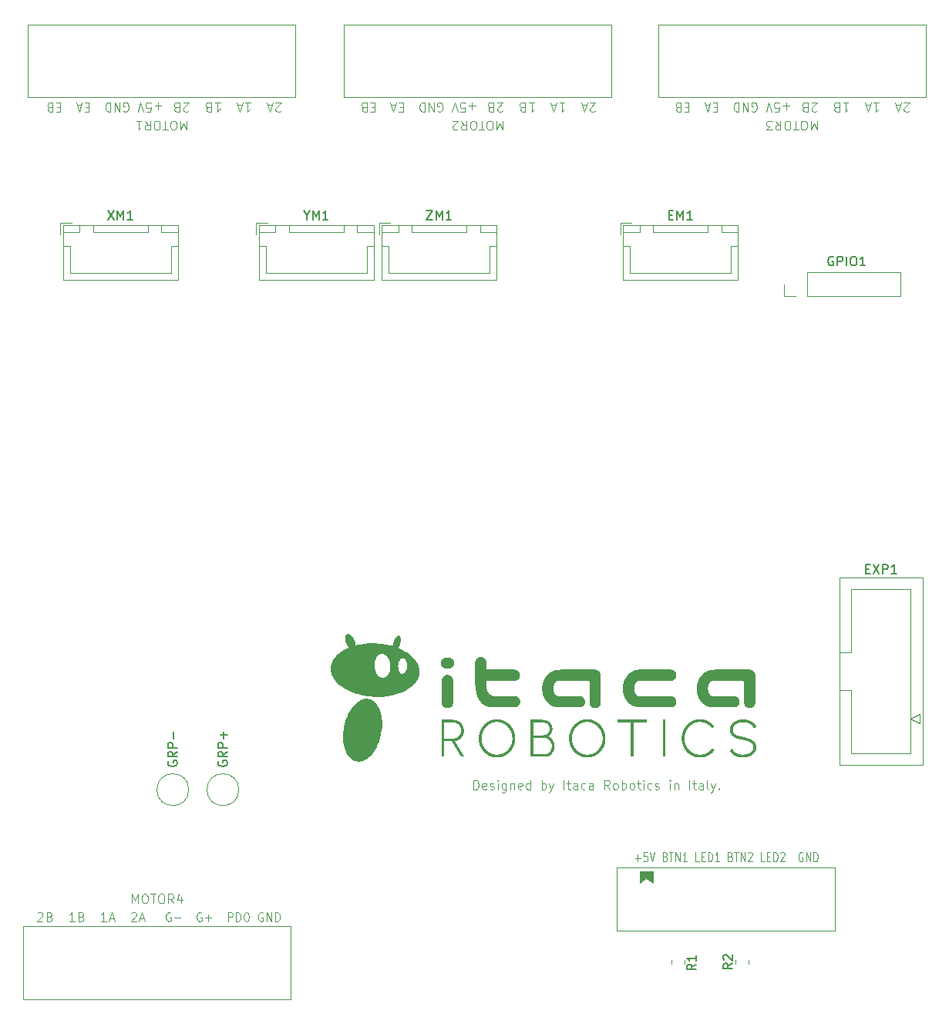
<source format=gbr>
%TF.GenerationSoftware,KiCad,Pcbnew,8.0.5-8.0.5-0~ubuntu22.04.1*%
%TF.CreationDate,2024-09-30T17:11:09+02:00*%
%TF.ProjectId,BTT-SKR-MINI-E3_shield,4254542d-534b-4522-9d4d-494e492d4533,rev?*%
%TF.SameCoordinates,Original*%
%TF.FileFunction,Legend,Top*%
%TF.FilePolarity,Positive*%
%FSLAX46Y46*%
G04 Gerber Fmt 4.6, Leading zero omitted, Abs format (unit mm)*
G04 Created by KiCad (PCBNEW 8.0.5-8.0.5-0~ubuntu22.04.1) date 2024-09-30 17:11:09*
%MOMM*%
%LPD*%
G01*
G04 APERTURE LIST*
%ADD10C,0.000000*%
%ADD11C,0.125000*%
%ADD12C,0.100000*%
%ADD13C,0.150000*%
%ADD14C,0.120000*%
G04 APERTURE END LIST*
D10*
G36*
X154147084Y-106751966D02*
G01*
X154198336Y-106753904D01*
X154249180Y-106757134D01*
X154299614Y-106761656D01*
X154349639Y-106767470D01*
X154399255Y-106774576D01*
X154448461Y-106782974D01*
X154497258Y-106792664D01*
X154545646Y-106803646D01*
X154593624Y-106815920D01*
X154641194Y-106829487D01*
X154688354Y-106844345D01*
X154735104Y-106860495D01*
X154781446Y-106877937D01*
X154827378Y-106896671D01*
X154872901Y-106916697D01*
X154917903Y-106937504D01*
X154962223Y-106959307D01*
X155005861Y-106982108D01*
X155048817Y-107005906D01*
X155091093Y-107030701D01*
X155132687Y-107056493D01*
X155173600Y-107083283D01*
X155213832Y-107111070D01*
X155253384Y-107139855D01*
X155292256Y-107169637D01*
X155330447Y-107200417D01*
X155367958Y-107232194D01*
X155404789Y-107264969D01*
X155440941Y-107298742D01*
X155476413Y-107333512D01*
X155511206Y-107369281D01*
X155545184Y-107405908D01*
X155578210Y-107443260D01*
X155610285Y-107481338D01*
X155641407Y-107520140D01*
X155671577Y-107559668D01*
X155700796Y-107599922D01*
X155729062Y-107640900D01*
X155756377Y-107682604D01*
X155782740Y-107725032D01*
X155808151Y-107768187D01*
X155832610Y-107812066D01*
X155856117Y-107856670D01*
X155878673Y-107902000D01*
X155900276Y-107948055D01*
X155920927Y-107994836D01*
X155940627Y-108042341D01*
X155959587Y-108090063D01*
X155977325Y-108138215D01*
X155993841Y-108186798D01*
X156009135Y-108235812D01*
X156023207Y-108285257D01*
X156036056Y-108335133D01*
X156047682Y-108385440D01*
X156058085Y-108436177D01*
X156067265Y-108487345D01*
X156075222Y-108538943D01*
X156081955Y-108590972D01*
X156087464Y-108643432D01*
X156091750Y-108696322D01*
X156094811Y-108749643D01*
X156096648Y-108803394D01*
X156097260Y-108857575D01*
X156096648Y-108911768D01*
X156094811Y-108965552D01*
X156091750Y-109018929D01*
X156087464Y-109071897D01*
X156081955Y-109124458D01*
X156075222Y-109176610D01*
X156067265Y-109228355D01*
X156058085Y-109279691D01*
X156047682Y-109330620D01*
X156036056Y-109381140D01*
X156023207Y-109431252D01*
X156009135Y-109480957D01*
X155993841Y-109530253D01*
X155977325Y-109579141D01*
X155959587Y-109627621D01*
X155940627Y-109675693D01*
X155920927Y-109722850D01*
X155900276Y-109769304D01*
X155878673Y-109815056D01*
X155856117Y-109860104D01*
X155832610Y-109904450D01*
X155808151Y-109948092D01*
X155782740Y-109991032D01*
X155756377Y-110033270D01*
X155729062Y-110074804D01*
X155700796Y-110115636D01*
X155671577Y-110155765D01*
X155641407Y-110195191D01*
X155610285Y-110233915D01*
X155578210Y-110271936D01*
X155545184Y-110309254D01*
X155511206Y-110345870D01*
X155476413Y-110381647D01*
X155440941Y-110416451D01*
X155404789Y-110450280D01*
X155367958Y-110483135D01*
X155330447Y-110515015D01*
X155292256Y-110545921D01*
X155253384Y-110575852D01*
X155213832Y-110604808D01*
X155173600Y-110632788D01*
X155132687Y-110659794D01*
X155091093Y-110685824D01*
X155048817Y-110710878D01*
X155005861Y-110734957D01*
X154962223Y-110758060D01*
X154917903Y-110780187D01*
X154872901Y-110801337D01*
X154827378Y-110821016D01*
X154781446Y-110839425D01*
X154735104Y-110856562D01*
X154688354Y-110872429D01*
X154641194Y-110887026D01*
X154593624Y-110900352D01*
X154545646Y-110912408D01*
X154497258Y-110923194D01*
X154448461Y-110932710D01*
X154399255Y-110940957D01*
X154349639Y-110947935D01*
X154299614Y-110953644D01*
X154249180Y-110958083D01*
X154198336Y-110961254D01*
X154147084Y-110963157D01*
X154095422Y-110963791D01*
X154044119Y-110963157D01*
X153993202Y-110961254D01*
X153942669Y-110958083D01*
X153892522Y-110953644D01*
X153842759Y-110947935D01*
X153793382Y-110940957D01*
X153744391Y-110932710D01*
X153695786Y-110923194D01*
X153647566Y-110912408D01*
X153599733Y-110900352D01*
X153552286Y-110887026D01*
X153505226Y-110872429D01*
X153458553Y-110856562D01*
X153412266Y-110839425D01*
X153366367Y-110821016D01*
X153320855Y-110801337D01*
X153275853Y-110780187D01*
X153231533Y-110758060D01*
X153187895Y-110734957D01*
X153144938Y-110710878D01*
X153102662Y-110685824D01*
X153061068Y-110659794D01*
X153020155Y-110632788D01*
X152979922Y-110604808D01*
X152940370Y-110575852D01*
X152901499Y-110545921D01*
X152863307Y-110515015D01*
X152825796Y-110483135D01*
X152788965Y-110450280D01*
X152752813Y-110416451D01*
X152717340Y-110381647D01*
X152682547Y-110345870D01*
X152648559Y-110309254D01*
X152615500Y-110271936D01*
X152583372Y-110233915D01*
X152552174Y-110195191D01*
X152521906Y-110155765D01*
X152492568Y-110115636D01*
X152464160Y-110074804D01*
X152436683Y-110033270D01*
X152410136Y-109991032D01*
X152384519Y-109948092D01*
X152359832Y-109904450D01*
X152336075Y-109860104D01*
X152313249Y-109815056D01*
X152291352Y-109769304D01*
X152270386Y-109722850D01*
X152250350Y-109675693D01*
X152231367Y-109627621D01*
X152213608Y-109579141D01*
X152197074Y-109530253D01*
X152181765Y-109480957D01*
X152167681Y-109431252D01*
X152154821Y-109381140D01*
X152143186Y-109330620D01*
X152132776Y-109279691D01*
X152123591Y-109228355D01*
X152115630Y-109176610D01*
X152108894Y-109124458D01*
X152103383Y-109071897D01*
X152099096Y-109018929D01*
X152096034Y-108965552D01*
X152094197Y-108911768D01*
X152093585Y-108857575D01*
X152406983Y-108857575D01*
X152407493Y-108903460D01*
X152409023Y-108949005D01*
X152411574Y-108994210D01*
X152415144Y-109039076D01*
X152419735Y-109083601D01*
X152425345Y-109127787D01*
X152431976Y-109171632D01*
X152439627Y-109215138D01*
X152448298Y-109258303D01*
X152457989Y-109301129D01*
X152468700Y-109343615D01*
X152480431Y-109385760D01*
X152493182Y-109427566D01*
X152506954Y-109469031D01*
X152521745Y-109510157D01*
X152537556Y-109550942D01*
X152554611Y-109591265D01*
X152572438Y-109630999D01*
X152591037Y-109670143D01*
X152610407Y-109708698D01*
X152630550Y-109746663D01*
X152651465Y-109784039D01*
X152673152Y-109820825D01*
X152695611Y-109857022D01*
X152718842Y-109892629D01*
X152742845Y-109927648D01*
X152767620Y-109962076D01*
X152793167Y-109995915D01*
X152819487Y-110029165D01*
X152846578Y-110061826D01*
X152874441Y-110093897D01*
X152903077Y-110125378D01*
X152932381Y-110155784D01*
X152962249Y-110185351D01*
X152992682Y-110214079D01*
X153023680Y-110241968D01*
X153055243Y-110269019D01*
X153087371Y-110295231D01*
X153120065Y-110320605D01*
X153153324Y-110345140D01*
X153187149Y-110368837D01*
X153221540Y-110391695D01*
X153256498Y-110413714D01*
X153292022Y-110434895D01*
X153328112Y-110455237D01*
X153364770Y-110474741D01*
X153401994Y-110493407D01*
X153439786Y-110511234D01*
X153478391Y-110528098D01*
X153517312Y-110543875D01*
X153556550Y-110558564D01*
X153596104Y-110572166D01*
X153635974Y-110584680D01*
X153676161Y-110596106D01*
X153716664Y-110606444D01*
X153757483Y-110615695D01*
X153798618Y-110623857D01*
X153840070Y-110630932D01*
X153881838Y-110636918D01*
X153923922Y-110641816D01*
X153966323Y-110645626D01*
X154009039Y-110648347D01*
X154052072Y-110649980D01*
X154095422Y-110650524D01*
X154139479Y-110649968D01*
X154183150Y-110648301D01*
X154226433Y-110645522D01*
X154269329Y-110641633D01*
X154311839Y-110636632D01*
X154353961Y-110630521D01*
X154395698Y-110623298D01*
X154437048Y-110614965D01*
X154478012Y-110605522D01*
X154518591Y-110594968D01*
X154558784Y-110583304D01*
X154598591Y-110570530D01*
X154638013Y-110556647D01*
X154677050Y-110541653D01*
X154715702Y-110525550D01*
X154753970Y-110508337D01*
X154792110Y-110490159D01*
X154829637Y-110471164D01*
X154866550Y-110451354D01*
X154902850Y-110430728D01*
X154938536Y-110409286D01*
X154973610Y-110387027D01*
X155008071Y-110363953D01*
X155041919Y-110340063D01*
X155075156Y-110315357D01*
X155107780Y-110289835D01*
X155139792Y-110263498D01*
X155171192Y-110236344D01*
X155201980Y-110208375D01*
X155232158Y-110179589D01*
X155261724Y-110149988D01*
X155290679Y-110119571D01*
X155319303Y-110088090D01*
X155347134Y-110056019D01*
X155374171Y-110023358D01*
X155400414Y-109990109D01*
X155425863Y-109956269D01*
X155450519Y-109921841D01*
X155474381Y-109886823D01*
X155497450Y-109851216D01*
X155519724Y-109815020D01*
X155541205Y-109778234D01*
X155561892Y-109740860D01*
X155581785Y-109702896D01*
X155600885Y-109664342D01*
X155619190Y-109625200D01*
X155636702Y-109585468D01*
X155653420Y-109545148D01*
X155669230Y-109504383D01*
X155684017Y-109463324D01*
X155697782Y-109421971D01*
X155710525Y-109380323D01*
X155722246Y-109338381D01*
X155732945Y-109296144D01*
X155742624Y-109253613D01*
X155751283Y-109210787D01*
X155758921Y-109167667D01*
X155765540Y-109124253D01*
X155771139Y-109080543D01*
X155775720Y-109036539D01*
X155779282Y-108992240D01*
X155781825Y-108947647D01*
X155783351Y-108902758D01*
X155783860Y-108857575D01*
X155783339Y-108811688D01*
X155781776Y-108766141D01*
X155779172Y-108720933D01*
X155775526Y-108676067D01*
X155770838Y-108631540D01*
X155765108Y-108587353D01*
X155758336Y-108543507D01*
X155750523Y-108500000D01*
X155741668Y-108456834D01*
X155731771Y-108414008D01*
X155720832Y-108371522D01*
X155708852Y-108329376D01*
X155695829Y-108287571D01*
X155681765Y-108246105D01*
X155666659Y-108204980D01*
X155650511Y-108164195D01*
X155633793Y-108123883D01*
X155616281Y-108084184D01*
X155597974Y-108045098D01*
X155578875Y-108006623D01*
X155558981Y-107968761D01*
X155538294Y-107931510D01*
X155516813Y-107894872D01*
X155494538Y-107858846D01*
X155471470Y-107823432D01*
X155447608Y-107788630D01*
X155422952Y-107754440D01*
X155397502Y-107720862D01*
X155371259Y-107687896D01*
X155344222Y-107655542D01*
X155316391Y-107623799D01*
X155287766Y-107592668D01*
X155258484Y-107562263D01*
X155228632Y-107532696D01*
X155198210Y-107503967D01*
X155167219Y-107476077D01*
X155135659Y-107449026D01*
X155103531Y-107422813D01*
X155070834Y-107397438D01*
X155037570Y-107372902D01*
X155003738Y-107349205D01*
X154969339Y-107326347D01*
X154934373Y-107304328D01*
X154898841Y-107283147D01*
X154862744Y-107262805D01*
X154826081Y-107243302D01*
X154788852Y-107224639D01*
X154751059Y-107206814D01*
X154712803Y-107189599D01*
X154674184Y-107173495D01*
X154635202Y-107158501D01*
X154595857Y-107144618D01*
X154556149Y-107131846D01*
X154516079Y-107120184D01*
X154475646Y-107109633D01*
X154434850Y-107100193D01*
X154393691Y-107091863D01*
X154352169Y-107084644D01*
X154310285Y-107078535D01*
X154268038Y-107073537D01*
X154225428Y-107069650D01*
X154182455Y-107066874D01*
X154139120Y-107065208D01*
X154095422Y-107064652D01*
X154051375Y-107065208D01*
X154007688Y-107066874D01*
X153964361Y-107069650D01*
X153921394Y-107073537D01*
X153878788Y-107078535D01*
X153836542Y-107084644D01*
X153794657Y-107091863D01*
X153753134Y-107100193D01*
X153711971Y-107109633D01*
X153671170Y-107120184D01*
X153630731Y-107131846D01*
X153590653Y-107144618D01*
X153550938Y-107158501D01*
X153511584Y-107173495D01*
X153472593Y-107189599D01*
X153433965Y-107206814D01*
X153396173Y-107225001D01*
X153358948Y-107244027D01*
X153322291Y-107263892D01*
X153286200Y-107284595D01*
X153250676Y-107306138D01*
X153215719Y-107328520D01*
X153181328Y-107351740D01*
X153147503Y-107375799D01*
X153114243Y-107400697D01*
X153081550Y-107426434D01*
X153049422Y-107453009D01*
X153017859Y-107480423D01*
X152986861Y-107508675D01*
X152956428Y-107537766D01*
X152926560Y-107567695D01*
X152897256Y-107598463D01*
X152868992Y-107629594D01*
X152841501Y-107661337D01*
X152814781Y-107693691D01*
X152788833Y-107726658D01*
X152763656Y-107760237D01*
X152739250Y-107794428D01*
X152715615Y-107829231D01*
X152692750Y-107864645D01*
X152670656Y-107900672D01*
X152649333Y-107937310D01*
X152628779Y-107974561D01*
X152608996Y-108012423D01*
X152589982Y-108050897D01*
X152571737Y-108089982D01*
X152554262Y-108129680D01*
X152537556Y-108169989D01*
X152521745Y-108210754D01*
X152506954Y-108251814D01*
X152493182Y-108293168D01*
X152480431Y-108334816D01*
X152468700Y-108376759D01*
X152457989Y-108418997D01*
X152448298Y-108461529D01*
X152439627Y-108504356D01*
X152431976Y-108547478D01*
X152425345Y-108590894D01*
X152419735Y-108634604D01*
X152415144Y-108678609D01*
X152411574Y-108722909D01*
X152409023Y-108767503D01*
X152407493Y-108812392D01*
X152406983Y-108857575D01*
X152093585Y-108857575D01*
X152094197Y-108803394D01*
X152096034Y-108749643D01*
X152099096Y-108696322D01*
X152103383Y-108643432D01*
X152108894Y-108590972D01*
X152115630Y-108538943D01*
X152123591Y-108487345D01*
X152132776Y-108436177D01*
X152143186Y-108385440D01*
X152154821Y-108335133D01*
X152167681Y-108285257D01*
X152181765Y-108235812D01*
X152197074Y-108186798D01*
X152213608Y-108138215D01*
X152231367Y-108090063D01*
X152250350Y-108042341D01*
X152270386Y-107994836D01*
X152291352Y-107948055D01*
X152313249Y-107902000D01*
X152336075Y-107856670D01*
X152359832Y-107812066D01*
X152384519Y-107768187D01*
X152410136Y-107725032D01*
X152436683Y-107682604D01*
X152464160Y-107640900D01*
X152492568Y-107599922D01*
X152521906Y-107559668D01*
X152552174Y-107520140D01*
X152583372Y-107481338D01*
X152615500Y-107443260D01*
X152648559Y-107405908D01*
X152682547Y-107369281D01*
X152717340Y-107333512D01*
X152752813Y-107298742D01*
X152788965Y-107264969D01*
X152825796Y-107232194D01*
X152863307Y-107200417D01*
X152901499Y-107169637D01*
X152940370Y-107139855D01*
X152979922Y-107111070D01*
X153020155Y-107083283D01*
X153061068Y-107056493D01*
X153102662Y-107030701D01*
X153144938Y-107005906D01*
X153187895Y-106982108D01*
X153231533Y-106959307D01*
X153275853Y-106937504D01*
X153320855Y-106916697D01*
X153366367Y-106896671D01*
X153412266Y-106877937D01*
X153458553Y-106860495D01*
X153505226Y-106844345D01*
X153552286Y-106829487D01*
X153599733Y-106815920D01*
X153647566Y-106803646D01*
X153695786Y-106792664D01*
X153744391Y-106782974D01*
X153793382Y-106774576D01*
X153842759Y-106767470D01*
X153892522Y-106761656D01*
X153942669Y-106757134D01*
X153993202Y-106753904D01*
X154044119Y-106751966D01*
X154095422Y-106751320D01*
X154147084Y-106751966D01*
G37*
G36*
X149365005Y-106827365D02*
G01*
X149404547Y-106829201D01*
X149443611Y-106832261D01*
X149482199Y-106836545D01*
X149520311Y-106842053D01*
X149557945Y-106848786D01*
X149595104Y-106856742D01*
X149631786Y-106865923D01*
X149667992Y-106876327D01*
X149703723Y-106887955D01*
X149738978Y-106900807D01*
X149773757Y-106914883D01*
X149808062Y-106930183D01*
X149841892Y-106946707D01*
X149875246Y-106964454D01*
X149908127Y-106983426D01*
X149940339Y-107003087D01*
X149971689Y-107023632D01*
X150002177Y-107045061D01*
X150031803Y-107067375D01*
X150060567Y-107090572D01*
X150088469Y-107114654D01*
X150115509Y-107139619D01*
X150141688Y-107165469D01*
X150167004Y-107192203D01*
X150191458Y-107219820D01*
X150215050Y-107248322D01*
X150237781Y-107277707D01*
X150259649Y-107307976D01*
X150280656Y-107339130D01*
X150300800Y-107371166D01*
X150320082Y-107404087D01*
X150338706Y-107437701D01*
X150356130Y-107471813D01*
X150372353Y-107506423D01*
X150387376Y-107541532D01*
X150401198Y-107577140D01*
X150413819Y-107613246D01*
X150425239Y-107649850D01*
X150435458Y-107686953D01*
X150444475Y-107724554D01*
X150452290Y-107762654D01*
X150458904Y-107801253D01*
X150464316Y-107840351D01*
X150468525Y-107879947D01*
X150471532Y-107920042D01*
X150473336Y-107960635D01*
X150473938Y-108001728D01*
X150473428Y-108039930D01*
X150471898Y-108077656D01*
X150469347Y-108114906D01*
X150465777Y-108151680D01*
X150461187Y-108187978D01*
X150455576Y-108223800D01*
X150448946Y-108259146D01*
X150441295Y-108294016D01*
X150432624Y-108328411D01*
X150422933Y-108362329D01*
X150412222Y-108395771D01*
X150400491Y-108428738D01*
X150387740Y-108461228D01*
X150373969Y-108493243D01*
X150359178Y-108524781D01*
X150343366Y-108555844D01*
X150327053Y-108586329D01*
X150310011Y-108616134D01*
X150292241Y-108645259D01*
X150273744Y-108673704D01*
X150254519Y-108701469D01*
X150234568Y-108728554D01*
X150213891Y-108754959D01*
X150192487Y-108780684D01*
X150170359Y-108805729D01*
X150147504Y-108830094D01*
X150123926Y-108853780D01*
X150099622Y-108876785D01*
X150074595Y-108899110D01*
X150048845Y-108920756D01*
X150022371Y-108941721D01*
X149995174Y-108962006D01*
X149967411Y-108981136D01*
X149939240Y-108999360D01*
X149910659Y-109016676D01*
X149881670Y-109033086D01*
X149852272Y-109048590D01*
X149822466Y-109063187D01*
X149792252Y-109076877D01*
X149761630Y-109089661D01*
X149730600Y-109101538D01*
X149699163Y-109112508D01*
X149667318Y-109122572D01*
X149635066Y-109131730D01*
X149602407Y-109139980D01*
X149569342Y-109147325D01*
X149535870Y-109153762D01*
X149501991Y-109159293D01*
X150500000Y-110888385D01*
X150137388Y-110888385D01*
X149145200Y-109179600D01*
X148315428Y-109179600D01*
X148315428Y-110888385D01*
X148002095Y-110888385D01*
X148002095Y-108866279D01*
X148002095Y-107113972D01*
X148315428Y-107113972D01*
X148315428Y-108866279D01*
X149304744Y-108866279D01*
X149333955Y-108865837D01*
X149362849Y-108864511D01*
X149391427Y-108862302D01*
X149419687Y-108859208D01*
X149447631Y-108855230D01*
X149475257Y-108850368D01*
X149502566Y-108844622D01*
X149529558Y-108837992D01*
X149556231Y-108830479D01*
X149582587Y-108822081D01*
X149608624Y-108812799D01*
X149634343Y-108802633D01*
X149659743Y-108791584D01*
X149684825Y-108779650D01*
X149709587Y-108766832D01*
X149734030Y-108753131D01*
X149758032Y-108738307D01*
X149781420Y-108722850D01*
X149804195Y-108706757D01*
X149826356Y-108690030D01*
X149847904Y-108672668D01*
X149868839Y-108654671D01*
X149889161Y-108636040D01*
X149908871Y-108616774D01*
X149927968Y-108596873D01*
X149946453Y-108576338D01*
X149964326Y-108555168D01*
X149981588Y-108533363D01*
X149998237Y-108510924D01*
X150014276Y-108487850D01*
X150029703Y-108464141D01*
X150044519Y-108439797D01*
X150058576Y-108414924D01*
X150071724Y-108389619D01*
X150083964Y-108363884D01*
X150095296Y-108337717D01*
X150105721Y-108311120D01*
X150115238Y-108284092D01*
X150123848Y-108256633D01*
X150131550Y-108228743D01*
X150138346Y-108200423D01*
X150144235Y-108171672D01*
X150149217Y-108142490D01*
X150153293Y-108112878D01*
X150156463Y-108082836D01*
X150158727Y-108052363D01*
X150160086Y-108021459D01*
X150160538Y-107990125D01*
X150160086Y-107959142D01*
X150158727Y-107928567D01*
X150156463Y-107898400D01*
X150153293Y-107868640D01*
X150149217Y-107839288D01*
X150144235Y-107810344D01*
X150138346Y-107781809D01*
X150131550Y-107753681D01*
X150123848Y-107725961D01*
X150115238Y-107698649D01*
X150105721Y-107671746D01*
X150095296Y-107645250D01*
X150083964Y-107619163D01*
X150071724Y-107593483D01*
X150058576Y-107568213D01*
X150044519Y-107543350D01*
X150029703Y-107518667D01*
X150014276Y-107494664D01*
X149998237Y-107471341D01*
X149981588Y-107448698D01*
X149964326Y-107426735D01*
X149946453Y-107405452D01*
X149927968Y-107384848D01*
X149908871Y-107364925D01*
X149889161Y-107345682D01*
X149868839Y-107327118D01*
X149847904Y-107309235D01*
X149826356Y-107292031D01*
X149804195Y-107275508D01*
X149781420Y-107259664D01*
X149758032Y-107244501D01*
X149734030Y-107230017D01*
X149709587Y-107215965D01*
X149684825Y-107202819D01*
X149659743Y-107190580D01*
X149634343Y-107179247D01*
X149608624Y-107168821D01*
X149582587Y-107159302D01*
X149556231Y-107150689D01*
X149529558Y-107142983D01*
X149502566Y-107136183D01*
X149475257Y-107130290D01*
X149447631Y-107125304D01*
X149419687Y-107121224D01*
X149391427Y-107118051D01*
X149362849Y-107115785D01*
X149333955Y-107114425D01*
X149304744Y-107113972D01*
X148315428Y-107113972D01*
X148002095Y-107113972D01*
X148002095Y-106826752D01*
X149324985Y-106826752D01*
X149365005Y-106827365D01*
G37*
G36*
X176446864Y-106752215D02*
G01*
X176507609Y-106754901D01*
X176567739Y-106759377D01*
X176627255Y-106765644D01*
X176686157Y-106773702D01*
X176744446Y-106783550D01*
X176802120Y-106795189D01*
X176859180Y-106808619D01*
X176915627Y-106823839D01*
X176971459Y-106840849D01*
X177026678Y-106859650D01*
X177081282Y-106880242D01*
X177135273Y-106902624D01*
X177188649Y-106926797D01*
X177241412Y-106952760D01*
X177293561Y-106980514D01*
X177344870Y-107009753D01*
X177395067Y-107040170D01*
X177444152Y-107071766D01*
X177492125Y-107104540D01*
X177538986Y-107138493D01*
X177584736Y-107173625D01*
X177629376Y-107209935D01*
X177672905Y-107247423D01*
X177715324Y-107286090D01*
X177756633Y-107325936D01*
X177796833Y-107366960D01*
X177835925Y-107409162D01*
X177873908Y-107452543D01*
X177910783Y-107497103D01*
X177946550Y-107542841D01*
X177981210Y-107589758D01*
X177705514Y-107740623D01*
X177676377Y-107702320D01*
X177646267Y-107665014D01*
X177615183Y-107628705D01*
X177583125Y-107593393D01*
X177550092Y-107559078D01*
X177516085Y-107525760D01*
X177481104Y-107493440D01*
X177445147Y-107462116D01*
X177408215Y-107431790D01*
X177370308Y-107402461D01*
X177331425Y-107374129D01*
X177291567Y-107346794D01*
X177250733Y-107320457D01*
X177208922Y-107295116D01*
X177166136Y-107270773D01*
X177122372Y-107247427D01*
X177078359Y-107225293D01*
X177034074Y-107204588D01*
X176989520Y-107185310D01*
X176944694Y-107167461D01*
X176899597Y-107151040D01*
X176854228Y-107136047D01*
X176808586Y-107122482D01*
X176762673Y-107110344D01*
X176716486Y-107099635D01*
X176670026Y-107090354D01*
X176623292Y-107082500D01*
X176576285Y-107076075D01*
X176529003Y-107071078D01*
X176481446Y-107067508D01*
X176433614Y-107065366D01*
X176385506Y-107064652D01*
X176341471Y-107065208D01*
X176297817Y-107066874D01*
X176254545Y-107069650D01*
X176211655Y-107073537D01*
X176169149Y-107078535D01*
X176127026Y-107084644D01*
X176085286Y-107091863D01*
X176043931Y-107100193D01*
X176002960Y-107109633D01*
X175962374Y-107120184D01*
X175922173Y-107131846D01*
X175882357Y-107144618D01*
X175842928Y-107158501D01*
X175803885Y-107173495D01*
X175765229Y-107189599D01*
X175726960Y-107206814D01*
X175689168Y-107225001D01*
X175651944Y-107244027D01*
X175615287Y-107263892D01*
X175579197Y-107284595D01*
X175543673Y-107306138D01*
X175508716Y-107328520D01*
X175474325Y-107351740D01*
X175440500Y-107375799D01*
X175407240Y-107400697D01*
X175374547Y-107426434D01*
X175342418Y-107453009D01*
X175310855Y-107480423D01*
X175279857Y-107508675D01*
X175249424Y-107537766D01*
X175219555Y-107567695D01*
X175190251Y-107598463D01*
X175161988Y-107629594D01*
X175134496Y-107661337D01*
X175107776Y-107693691D01*
X175081828Y-107726658D01*
X175056651Y-107760237D01*
X175032246Y-107794428D01*
X175008611Y-107829231D01*
X174985747Y-107864645D01*
X174963653Y-107900672D01*
X174942330Y-107937310D01*
X174921776Y-107974561D01*
X174901992Y-108012423D01*
X174882978Y-108050897D01*
X174864734Y-108089982D01*
X174847258Y-108129680D01*
X174830552Y-108169989D01*
X174815079Y-108210754D01*
X174800606Y-108251814D01*
X174787135Y-108293168D01*
X174774663Y-108334816D01*
X174763192Y-108376759D01*
X174752720Y-108418997D01*
X174743247Y-108461529D01*
X174734773Y-108504356D01*
X174727297Y-108547478D01*
X174720819Y-108590894D01*
X174715339Y-108634604D01*
X174710856Y-108678609D01*
X174707370Y-108722909D01*
X174704880Y-108767503D01*
X174703387Y-108812392D01*
X174702889Y-108857575D01*
X174703399Y-108903811D01*
X174704929Y-108949684D01*
X174707480Y-108995195D01*
X174711050Y-109040344D01*
X174715641Y-109085130D01*
X174721251Y-109129553D01*
X174727882Y-109173614D01*
X174735533Y-109217313D01*
X174744204Y-109260649D01*
X174753895Y-109303622D01*
X174764606Y-109346234D01*
X174776337Y-109388482D01*
X174789088Y-109430369D01*
X174802860Y-109471892D01*
X174817651Y-109513054D01*
X174833462Y-109553853D01*
X174850180Y-109593823D01*
X174867688Y-109633226D01*
X174885988Y-109672063D01*
X174905079Y-109710333D01*
X174924963Y-109748036D01*
X174945639Y-109785173D01*
X174967108Y-109821744D01*
X174989370Y-109857748D01*
X175012426Y-109893185D01*
X175036276Y-109928056D01*
X175060920Y-109962359D01*
X175086359Y-109996097D01*
X175112594Y-110029267D01*
X175139624Y-110061871D01*
X175167450Y-110093908D01*
X175196072Y-110125378D01*
X175225355Y-110155784D01*
X175255207Y-110185351D01*
X175285629Y-110214079D01*
X175316620Y-110241968D01*
X175348181Y-110269019D01*
X175380309Y-110295231D01*
X175413006Y-110320605D01*
X175446271Y-110345140D01*
X175480103Y-110368837D01*
X175514502Y-110391695D01*
X175549467Y-110413714D01*
X175584999Y-110434895D01*
X175621097Y-110455237D01*
X175657760Y-110474741D01*
X175694988Y-110493407D01*
X175732781Y-110511234D01*
X175771027Y-110528098D01*
X175809613Y-110543875D01*
X175848540Y-110558564D01*
X175887808Y-110572166D01*
X175927416Y-110584680D01*
X175967364Y-110596106D01*
X176007652Y-110606444D01*
X176048279Y-110615695D01*
X176089246Y-110623857D01*
X176130552Y-110630932D01*
X176172198Y-110636918D01*
X176214182Y-110641816D01*
X176256506Y-110645626D01*
X176299168Y-110648347D01*
X176342168Y-110649980D01*
X176385506Y-110650524D01*
X176435683Y-110649798D01*
X176485408Y-110647621D01*
X176534679Y-110643993D01*
X176583498Y-110638914D01*
X176631864Y-110632384D01*
X176679777Y-110624402D01*
X176727238Y-110614971D01*
X176774246Y-110604088D01*
X176820801Y-110591755D01*
X176866904Y-110577971D01*
X176912554Y-110562737D01*
X176957751Y-110546052D01*
X177002496Y-110527917D01*
X177046788Y-110508333D01*
X177090628Y-110487298D01*
X177134015Y-110464813D01*
X177177059Y-110441162D01*
X177219126Y-110416626D01*
X177260217Y-110391207D01*
X177300331Y-110364904D01*
X177339468Y-110337718D01*
X177377628Y-110309647D01*
X177414811Y-110280693D01*
X177451018Y-110250855D01*
X177486248Y-110220132D01*
X177520502Y-110188526D01*
X177553778Y-110156036D01*
X177586079Y-110122661D01*
X177617402Y-110088403D01*
X177647749Y-110053260D01*
X177677120Y-110017233D01*
X177705514Y-109980322D01*
X177981210Y-110128277D01*
X177946550Y-110175196D01*
X177910783Y-110220936D01*
X177873908Y-110265497D01*
X177835925Y-110308880D01*
X177796833Y-110351084D01*
X177756633Y-110392110D01*
X177715324Y-110431958D01*
X177672905Y-110470627D01*
X177629376Y-110508118D01*
X177584736Y-110544431D01*
X177538986Y-110579566D01*
X177492125Y-110613522D01*
X177444152Y-110646301D01*
X177395067Y-110677902D01*
X177344870Y-110708326D01*
X177293561Y-110737572D01*
X177241412Y-110764965D01*
X177188649Y-110790592D01*
X177135273Y-110814451D01*
X177081282Y-110836543D01*
X177026678Y-110856867D01*
X176971459Y-110875424D01*
X176915627Y-110892214D01*
X176859180Y-110907236D01*
X176802120Y-110920491D01*
X176744446Y-110931979D01*
X176686157Y-110941699D01*
X176627255Y-110949652D01*
X176567739Y-110955838D01*
X176507609Y-110960256D01*
X176446864Y-110962907D01*
X176385506Y-110963791D01*
X176334205Y-110963157D01*
X176283287Y-110961254D01*
X176232755Y-110958083D01*
X176182608Y-110953644D01*
X176132845Y-110947935D01*
X176083469Y-110940957D01*
X176034478Y-110932710D01*
X175985872Y-110923194D01*
X175937653Y-110912408D01*
X175889820Y-110900352D01*
X175842374Y-110887026D01*
X175795314Y-110872429D01*
X175748640Y-110856562D01*
X175702354Y-110839425D01*
X175656455Y-110821016D01*
X175610944Y-110801337D01*
X175565941Y-110780198D01*
X175521621Y-110758105D01*
X175477982Y-110735059D01*
X175435025Y-110711059D01*
X175392749Y-110686107D01*
X175351155Y-110660201D01*
X175310242Y-110633343D01*
X175270009Y-110605532D01*
X175230457Y-110576768D01*
X175191586Y-110547052D01*
X175153395Y-110516384D01*
X175115883Y-110484764D01*
X175079052Y-110452192D01*
X175042900Y-110418668D01*
X175007427Y-110384193D01*
X174972634Y-110348766D01*
X174939005Y-110312139D01*
X174906281Y-110274787D01*
X174874464Y-110236709D01*
X174843552Y-110197907D01*
X174813546Y-110158378D01*
X174784447Y-110118125D01*
X174756254Y-110077146D01*
X174728968Y-110035442D01*
X174702589Y-109993012D01*
X174677118Y-109949857D01*
X174652553Y-109905977D01*
X174628896Y-109861371D01*
X174606147Y-109816040D01*
X174584305Y-109769983D01*
X174563372Y-109723201D01*
X174543347Y-109675693D01*
X174524724Y-109627621D01*
X174507301Y-109579141D01*
X174491078Y-109530253D01*
X174476055Y-109480957D01*
X174462233Y-109431252D01*
X174449612Y-109381140D01*
X174438192Y-109330620D01*
X174427974Y-109279691D01*
X174418956Y-109228355D01*
X174411141Y-109176610D01*
X174404527Y-109124458D01*
X174399115Y-109071897D01*
X174394906Y-109018929D01*
X174391899Y-108965552D01*
X174390094Y-108911768D01*
X174389493Y-108857575D01*
X174390094Y-108803382D01*
X174391899Y-108749597D01*
X174394906Y-108696220D01*
X174399115Y-108643251D01*
X174404527Y-108590689D01*
X174411141Y-108538536D01*
X174418956Y-108486790D01*
X174427974Y-108435452D01*
X174438192Y-108384523D01*
X174449612Y-108334001D01*
X174462233Y-108283888D01*
X174476055Y-108234183D01*
X174491078Y-108184886D01*
X174507301Y-108135997D01*
X174524724Y-108087516D01*
X174543347Y-108039444D01*
X174563372Y-107991947D01*
X174584305Y-107945199D01*
X174606147Y-107899199D01*
X174628896Y-107853947D01*
X174652553Y-107809443D01*
X174677118Y-107765687D01*
X174702589Y-107722680D01*
X174728968Y-107680420D01*
X174756254Y-107638909D01*
X174784447Y-107598146D01*
X174813546Y-107558132D01*
X174843552Y-107518865D01*
X174874464Y-107480347D01*
X174906281Y-107442577D01*
X174939005Y-107405554D01*
X174972634Y-107369281D01*
X175007427Y-107333512D01*
X175042900Y-107298742D01*
X175079052Y-107264969D01*
X175115883Y-107232194D01*
X175153395Y-107200417D01*
X175191586Y-107169637D01*
X175230457Y-107139855D01*
X175270009Y-107111070D01*
X175310242Y-107083283D01*
X175351155Y-107056493D01*
X175392749Y-107030701D01*
X175435025Y-107005906D01*
X175477982Y-106982108D01*
X175521621Y-106959307D01*
X175565941Y-106937504D01*
X175610944Y-106916697D01*
X175656455Y-106896671D01*
X175702354Y-106877937D01*
X175748640Y-106860495D01*
X175795314Y-106844345D01*
X175842374Y-106829487D01*
X175889820Y-106815920D01*
X175937653Y-106803646D01*
X175985872Y-106792664D01*
X176034478Y-106782974D01*
X176083469Y-106774576D01*
X176132845Y-106767470D01*
X176182608Y-106761656D01*
X176232755Y-106757134D01*
X176283287Y-106753904D01*
X176334205Y-106751966D01*
X176385506Y-106751320D01*
X176446864Y-106752215D01*
G37*
G36*
X164892966Y-101319861D02*
G01*
X164923919Y-101321885D01*
X164954307Y-101325258D01*
X164984129Y-101329981D01*
X165013385Y-101336053D01*
X165042075Y-101343475D01*
X165070199Y-101352246D01*
X165097755Y-101362366D01*
X165124744Y-101373836D01*
X165151165Y-101386655D01*
X165177018Y-101400823D01*
X165202303Y-101416341D01*
X165227018Y-101433208D01*
X165251165Y-101451425D01*
X165274741Y-101470991D01*
X165297747Y-101491906D01*
X165319794Y-101512715D01*
X165340492Y-101534235D01*
X165359842Y-101556464D01*
X165377842Y-101579404D01*
X165394494Y-101603055D01*
X165409797Y-101627415D01*
X165423751Y-101652486D01*
X165436357Y-101678267D01*
X165447613Y-101704758D01*
X165457521Y-101731960D01*
X165466080Y-101759871D01*
X165473291Y-101788493D01*
X165479152Y-101817825D01*
X165483665Y-101847866D01*
X165486829Y-101878618D01*
X165488644Y-101910080D01*
X165488644Y-104964483D01*
X165487899Y-104995978D01*
X165485662Y-105026835D01*
X165481933Y-105057052D01*
X165476713Y-105086631D01*
X165470002Y-105115571D01*
X165461800Y-105143872D01*
X165452106Y-105171534D01*
X165440921Y-105198557D01*
X165428244Y-105224940D01*
X165414076Y-105250685D01*
X165398416Y-105275791D01*
X165381265Y-105300258D01*
X165362623Y-105324085D01*
X165342489Y-105347273D01*
X165320864Y-105369822D01*
X165297747Y-105391732D01*
X165274741Y-105411547D01*
X165251165Y-105430083D01*
X165227018Y-105447341D01*
X165202303Y-105463321D01*
X165177018Y-105478022D01*
X165151165Y-105491445D01*
X165124744Y-105503590D01*
X165097755Y-105514456D01*
X165070199Y-105524043D01*
X165042075Y-105532353D01*
X165013385Y-105539384D01*
X164984129Y-105545137D01*
X164954307Y-105549611D01*
X164923919Y-105552807D01*
X164892966Y-105554724D01*
X164861449Y-105555363D01*
X164795179Y-105547728D01*
X164763482Y-105542445D01*
X164732744Y-105536186D01*
X164702965Y-105528951D01*
X164674145Y-105520739D01*
X164646283Y-105511551D01*
X164619381Y-105501386D01*
X164593437Y-105490245D01*
X164568452Y-105478127D01*
X164544426Y-105465033D01*
X164521359Y-105450962D01*
X164499251Y-105435915D01*
X164478101Y-105419891D01*
X164457911Y-105402891D01*
X164438679Y-105384914D01*
X164420406Y-105365961D01*
X164403092Y-105346031D01*
X164386737Y-105325125D01*
X164371340Y-105303243D01*
X164356903Y-105280383D01*
X164343424Y-105256548D01*
X164330904Y-105231736D01*
X164319343Y-105205947D01*
X164308741Y-105179182D01*
X164299098Y-105151440D01*
X164290413Y-105122722D01*
X164282688Y-105093027D01*
X164275921Y-105062356D01*
X164270113Y-105030708D01*
X164261374Y-104964483D01*
X164261374Y-102773667D01*
X164261144Y-102759677D01*
X164260452Y-102746112D01*
X164259299Y-102732974D01*
X164257684Y-102720262D01*
X164255609Y-102707976D01*
X164253072Y-102696116D01*
X164250073Y-102684682D01*
X164246614Y-102673675D01*
X164242692Y-102663093D01*
X164238310Y-102652937D01*
X164233466Y-102643207D01*
X164228160Y-102633904D01*
X164222393Y-102625026D01*
X164216165Y-102616575D01*
X164209475Y-102608549D01*
X164202323Y-102600950D01*
X164194710Y-102593777D01*
X164186635Y-102587030D01*
X164178099Y-102580709D01*
X164169100Y-102574814D01*
X164159641Y-102569345D01*
X164149719Y-102564303D01*
X164139336Y-102559686D01*
X164128491Y-102555496D01*
X164117184Y-102551732D01*
X164105415Y-102548394D01*
X164093184Y-102545482D01*
X164080492Y-102542996D01*
X164067338Y-102540936D01*
X164053722Y-102539303D01*
X164025103Y-102537314D01*
X160843354Y-102537314D01*
X160821951Y-102538983D01*
X160800901Y-102541717D01*
X160780206Y-102545517D01*
X160759864Y-102550382D01*
X160739876Y-102556312D01*
X160720244Y-102563307D01*
X160700965Y-102571368D01*
X160682042Y-102580495D01*
X160663473Y-102590686D01*
X160645260Y-102601943D01*
X160627402Y-102614265D01*
X160609900Y-102627653D01*
X160592753Y-102642106D01*
X160575963Y-102657625D01*
X160559528Y-102674208D01*
X160543450Y-102691858D01*
X160527775Y-102709114D01*
X160512599Y-102726797D01*
X160497922Y-102744906D01*
X160483745Y-102763441D01*
X160470067Y-102782403D01*
X160456888Y-102801791D01*
X160444208Y-102821605D01*
X160432027Y-102841845D01*
X160420346Y-102862511D01*
X160409163Y-102883604D01*
X160398480Y-102905123D01*
X160388297Y-102927067D01*
X160378612Y-102949438D01*
X160369427Y-102972235D01*
X160360740Y-102995458D01*
X160352553Y-103019108D01*
X160339760Y-103064702D01*
X160328668Y-103110582D01*
X160319278Y-103156746D01*
X160311591Y-103203195D01*
X160305610Y-103249927D01*
X160301336Y-103296944D01*
X160298771Y-103344243D01*
X160297915Y-103391826D01*
X160298771Y-103437420D01*
X160301336Y-103483298D01*
X160305610Y-103529460D01*
X160311591Y-103575906D01*
X160319278Y-103622637D01*
X160328668Y-103669651D01*
X160339760Y-103716949D01*
X160352553Y-103764531D01*
X160360740Y-103787115D01*
X160369427Y-103809415D01*
X160378612Y-103831431D01*
X160388297Y-103853163D01*
X160398480Y-103874611D01*
X160409163Y-103895775D01*
X160420346Y-103916655D01*
X160432027Y-103937251D01*
X160444208Y-103957563D01*
X160456888Y-103977591D01*
X160470067Y-103997335D01*
X160483745Y-104016795D01*
X160497922Y-104035971D01*
X160512599Y-104054863D01*
X160527775Y-104073470D01*
X160543450Y-104091794D01*
X160559528Y-104108305D01*
X160575963Y-104123751D01*
X160592753Y-104138131D01*
X160609900Y-104151447D01*
X160627402Y-104163697D01*
X160645260Y-104174882D01*
X160663473Y-104185003D01*
X160682042Y-104194057D01*
X160700965Y-104202047D01*
X160720244Y-104208971D01*
X160739876Y-104214831D01*
X160759864Y-104219625D01*
X160780206Y-104223353D01*
X160800901Y-104226017D01*
X160821951Y-104227615D01*
X160843354Y-104228147D01*
X163170630Y-104228147D01*
X163202112Y-104228857D01*
X163232958Y-104230988D01*
X163263167Y-104234539D01*
X163292740Y-104239510D01*
X163321675Y-104245902D01*
X163349973Y-104253714D01*
X163377633Y-104262947D01*
X163404654Y-104273599D01*
X163431037Y-104285673D01*
X163456781Y-104299166D01*
X163481885Y-104314080D01*
X163506349Y-104330415D01*
X163530173Y-104348169D01*
X163553357Y-104367345D01*
X163575899Y-104387940D01*
X163597800Y-104409956D01*
X163619811Y-104431866D01*
X163640402Y-104454415D01*
X163659572Y-104477603D01*
X163677323Y-104501431D01*
X163693654Y-104525897D01*
X163708565Y-104551003D01*
X163722055Y-104576748D01*
X163734126Y-104603132D01*
X163744776Y-104630155D01*
X163754007Y-104657817D01*
X163761817Y-104686118D01*
X163768208Y-104715057D01*
X163773178Y-104744636D01*
X163776728Y-104774854D01*
X163778858Y-104805710D01*
X163779568Y-104837205D01*
X163778858Y-104868703D01*
X163776728Y-104899561D01*
X163773178Y-104929780D01*
X163768208Y-104959360D01*
X163761817Y-104988301D01*
X163754007Y-105016603D01*
X163744776Y-105044266D01*
X163734126Y-105071290D01*
X163722055Y-105097674D01*
X163708565Y-105123420D01*
X163693654Y-105148526D01*
X163677323Y-105172993D01*
X163659572Y-105196820D01*
X163640402Y-105220008D01*
X163619811Y-105242557D01*
X163597800Y-105264467D01*
X163575899Y-105286483D01*
X163553357Y-105307079D01*
X163530173Y-105326254D01*
X163506349Y-105344009D01*
X163481885Y-105360343D01*
X163456781Y-105375257D01*
X163431037Y-105388750D01*
X163404654Y-105400824D01*
X163377633Y-105411476D01*
X163349973Y-105420709D01*
X163321675Y-105428521D01*
X163292740Y-105434913D01*
X163263167Y-105439884D01*
X163232958Y-105443435D01*
X163202112Y-105445565D01*
X163170630Y-105446276D01*
X160879737Y-105446276D01*
X160801041Y-105443826D01*
X160724050Y-105438748D01*
X160648765Y-105431043D01*
X160575185Y-105420709D01*
X160503310Y-105407749D01*
X160433141Y-105392160D01*
X160364676Y-105373943D01*
X160297918Y-105353099D01*
X160232864Y-105329627D01*
X160169516Y-105303528D01*
X160107873Y-105274800D01*
X160047935Y-105243445D01*
X159989703Y-105209462D01*
X159933176Y-105172852D01*
X159878354Y-105133614D01*
X159825238Y-105091748D01*
X159775003Y-105047112D01*
X159726541Y-105001837D01*
X159679853Y-104955922D01*
X159634939Y-104909369D01*
X159591800Y-104862176D01*
X159550435Y-104814344D01*
X159510844Y-104765872D01*
X159473029Y-104716762D01*
X159436988Y-104667012D01*
X159402723Y-104616623D01*
X159370233Y-104565595D01*
X159339519Y-104513928D01*
X159310581Y-104461622D01*
X159283419Y-104408676D01*
X159258033Y-104355092D01*
X159234423Y-104300868D01*
X159213495Y-104245083D01*
X159193917Y-104189084D01*
X159175692Y-104132873D01*
X159158817Y-104076448D01*
X159143294Y-104019810D01*
X159129121Y-103962960D01*
X159116299Y-103905896D01*
X159104827Y-103848619D01*
X159094706Y-103791130D01*
X159085935Y-103733427D01*
X159078514Y-103675511D01*
X159072442Y-103617382D01*
X159067720Y-103559041D01*
X159064348Y-103500486D01*
X159062324Y-103441718D01*
X159061650Y-103382737D01*
X159062360Y-103325991D01*
X159064490Y-103269387D01*
X159068040Y-103212925D01*
X159073011Y-103156605D01*
X159079401Y-103100428D01*
X159087212Y-103044393D01*
X159096442Y-102988500D01*
X159107093Y-102932749D01*
X159119164Y-102877141D01*
X159132654Y-102821674D01*
X159147565Y-102766350D01*
X159163896Y-102711167D01*
X159181647Y-102656127D01*
X159200818Y-102601229D01*
X159221409Y-102546473D01*
X159243420Y-102491859D01*
X159267051Y-102436571D01*
X159292453Y-102382064D01*
X159319627Y-102328338D01*
X159348573Y-102275393D01*
X159379291Y-102223230D01*
X159411783Y-102171848D01*
X159446049Y-102121248D01*
X159482090Y-102071428D01*
X159519906Y-102022390D01*
X159559497Y-101974133D01*
X159600865Y-101926656D01*
X159644009Y-101879962D01*
X159688931Y-101834048D01*
X159735631Y-101788915D01*
X159784109Y-101744563D01*
X159834367Y-101700993D01*
X159887018Y-101657955D01*
X159942725Y-101617474D01*
X160001490Y-101579550D01*
X160063310Y-101544183D01*
X160128186Y-101511372D01*
X160196117Y-101481117D01*
X160267103Y-101453420D01*
X160341143Y-101428279D01*
X160418237Y-101405694D01*
X160498386Y-101385666D01*
X160581587Y-101368195D01*
X160667842Y-101353280D01*
X160757149Y-101340922D01*
X160849508Y-101331120D01*
X160944919Y-101323875D01*
X161043381Y-101319186D01*
X164861449Y-101319186D01*
X164892966Y-101319861D01*
G37*
G36*
X172619298Y-110888385D02*
G01*
X172305897Y-110888385D01*
X172305897Y-106826752D01*
X172619298Y-106826752D01*
X172619298Y-110888385D01*
G37*
G36*
X148708671Y-101891522D02*
G01*
X148738498Y-101894576D01*
X148767757Y-101898908D01*
X148796448Y-101904518D01*
X148824571Y-101911407D01*
X148852125Y-101919574D01*
X148879111Y-101929020D01*
X148905528Y-101939743D01*
X148931377Y-101951746D01*
X148956656Y-101965026D01*
X148981367Y-101979585D01*
X149005509Y-101995422D01*
X149029082Y-102012538D01*
X149052086Y-102030932D01*
X149074520Y-102050605D01*
X149096385Y-102071555D01*
X149117349Y-102092329D01*
X149137034Y-102113741D01*
X149155438Y-102135793D01*
X149172562Y-102158484D01*
X149188406Y-102181813D01*
X149202971Y-102205782D01*
X149216257Y-102230390D01*
X149228263Y-102255637D01*
X149238990Y-102281524D01*
X149248439Y-102308049D01*
X149256609Y-102335214D01*
X149263500Y-102363018D01*
X149269113Y-102391462D01*
X149273449Y-102420545D01*
X149276506Y-102450266D01*
X149278286Y-102480628D01*
X149278286Y-104964483D01*
X149269547Y-105030708D01*
X149263739Y-105062356D01*
X149256973Y-105093027D01*
X149249248Y-105122722D01*
X149240564Y-105151440D01*
X149230921Y-105179182D01*
X149220320Y-105205947D01*
X149208760Y-105231736D01*
X149196241Y-105256548D01*
X149182764Y-105280383D01*
X149168327Y-105303243D01*
X149152932Y-105325125D01*
X149136579Y-105346031D01*
X149119266Y-105365961D01*
X149100995Y-105384914D01*
X149081765Y-105402891D01*
X149061577Y-105419891D01*
X149040430Y-105435915D01*
X149018324Y-105450962D01*
X148995259Y-105465033D01*
X148971236Y-105478127D01*
X148946254Y-105490245D01*
X148920313Y-105501386D01*
X148893414Y-105511551D01*
X148865556Y-105520739D01*
X148836740Y-105528951D01*
X148806964Y-105536186D01*
X148776230Y-105542445D01*
X148744538Y-105547728D01*
X148678277Y-105555363D01*
X148646708Y-105554724D01*
X148615637Y-105552807D01*
X148585063Y-105549611D01*
X148554986Y-105545137D01*
X148525405Y-105539384D01*
X148496322Y-105532353D01*
X148467736Y-105524043D01*
X148439648Y-105514456D01*
X148412056Y-105503590D01*
X148384962Y-105491445D01*
X148358365Y-105478022D01*
X148332265Y-105463321D01*
X148306662Y-105447341D01*
X148281557Y-105430083D01*
X148256949Y-105411547D01*
X148232838Y-105391732D01*
X148210823Y-105369822D01*
X148190227Y-105347273D01*
X148171052Y-105324085D01*
X148153297Y-105300258D01*
X148136963Y-105275791D01*
X148122049Y-105250685D01*
X148108555Y-105224940D01*
X148096482Y-105198557D01*
X148085829Y-105171534D01*
X148076596Y-105143872D01*
X148068784Y-105115571D01*
X148062392Y-105086631D01*
X148057421Y-105057052D01*
X148053870Y-105026835D01*
X148051739Y-104995978D01*
X148051029Y-104964483D01*
X148051029Y-102480628D01*
X148052840Y-102449166D01*
X148056000Y-102418415D01*
X148060510Y-102388373D01*
X148066369Y-102359042D01*
X148073577Y-102330422D01*
X148082134Y-102302511D01*
X148092041Y-102275311D01*
X148103298Y-102248821D01*
X148115904Y-102223042D01*
X148129859Y-102197972D01*
X148145163Y-102173613D01*
X148161817Y-102149963D01*
X148179820Y-102127024D01*
X148199173Y-102104795D01*
X148219875Y-102083276D01*
X148241926Y-102062467D01*
X148264936Y-102041552D01*
X148288515Y-102021986D01*
X148312662Y-102003769D01*
X148337377Y-101986902D01*
X148362660Y-101971384D01*
X148388512Y-101957216D01*
X148414932Y-101944397D01*
X148441920Y-101932927D01*
X148469476Y-101922807D01*
X148497600Y-101914036D01*
X148526293Y-101906614D01*
X148555554Y-101900542D01*
X148585382Y-101895819D01*
X148615779Y-101892446D01*
X148646744Y-101890422D01*
X148678277Y-101889747D01*
X148708671Y-101891522D01*
G37*
G36*
X152332558Y-99938114D02*
G01*
X152363526Y-99940138D01*
X152393925Y-99943512D01*
X152423754Y-99948234D01*
X152453013Y-99954307D01*
X152481702Y-99961728D01*
X152509823Y-99970499D01*
X152537374Y-99980619D01*
X152564356Y-99992089D01*
X152590769Y-100004908D01*
X152616614Y-100019077D01*
X152641891Y-100034594D01*
X152666599Y-100051462D01*
X152690739Y-100069678D01*
X152714312Y-100089244D01*
X152737317Y-100110159D01*
X152759365Y-100130968D01*
X152780067Y-100152487D01*
X152799422Y-100174717D01*
X152817429Y-100197656D01*
X152834089Y-100221305D01*
X152849400Y-100245664D01*
X152863362Y-100270734D01*
X152875975Y-100296514D01*
X152887237Y-100323004D01*
X152897148Y-100350204D01*
X152905708Y-100378114D01*
X152912915Y-100406735D01*
X152918770Y-100436066D01*
X152923272Y-100466107D01*
X152926420Y-100496858D01*
X152928214Y-100528320D01*
X152928214Y-101319186D01*
X156019076Y-101319186D01*
X156050593Y-101319861D01*
X156081546Y-101321885D01*
X156111934Y-101325258D01*
X156141756Y-101329981D01*
X156171012Y-101336053D01*
X156199702Y-101343475D01*
X156227826Y-101352246D01*
X156255382Y-101362366D01*
X156282371Y-101373836D01*
X156308792Y-101386655D01*
X156334645Y-101400823D01*
X156359930Y-101416341D01*
X156384645Y-101433208D01*
X156408792Y-101451425D01*
X156432368Y-101470991D01*
X156455374Y-101491906D01*
X156476282Y-101514916D01*
X156495843Y-101538495D01*
X156514057Y-101562642D01*
X156530925Y-101587357D01*
X156546446Y-101612640D01*
X156560619Y-101638492D01*
X156573444Y-101664912D01*
X156584920Y-101691900D01*
X156595048Y-101719456D01*
X156603827Y-101747580D01*
X156611256Y-101776273D01*
X156617335Y-101805534D01*
X156622064Y-101835362D01*
X156625443Y-101865759D01*
X156627470Y-101896724D01*
X156628146Y-101928257D01*
X156627434Y-101959790D01*
X156625300Y-101990754D01*
X156621744Y-102021151D01*
X156616765Y-102050978D01*
X156610365Y-102080238D01*
X156602543Y-102108929D01*
X156593301Y-102137053D01*
X156582638Y-102164608D01*
X156570555Y-102191594D01*
X156557053Y-102218013D01*
X156542131Y-102243863D01*
X156525790Y-102269146D01*
X156508031Y-102293860D01*
X156488854Y-102318006D01*
X156468259Y-102341584D01*
X156446246Y-102364594D01*
X156424345Y-102385510D01*
X156401802Y-102405076D01*
X156378619Y-102423292D01*
X156354795Y-102440159D01*
X156330330Y-102455677D01*
X156305226Y-102469845D01*
X156279482Y-102482665D01*
X156253099Y-102494134D01*
X156226078Y-102504255D01*
X156198418Y-102513025D01*
X156170120Y-102520447D01*
X156141185Y-102526519D01*
X156111613Y-102531242D01*
X156081403Y-102534615D01*
X156050558Y-102536640D01*
X156019076Y-102537314D01*
X152928214Y-102537314D01*
X152928214Y-102719123D01*
X152926968Y-102811451D01*
X152927697Y-102902073D01*
X152930404Y-102990989D01*
X152935092Y-103078200D01*
X152941765Y-103163707D01*
X152950425Y-103247509D01*
X152961076Y-103329608D01*
X152973721Y-103410003D01*
X152982322Y-103448390D01*
X152992201Y-103486280D01*
X153003356Y-103523672D01*
X153015790Y-103560567D01*
X153029500Y-103596965D01*
X153044489Y-103632866D01*
X153060754Y-103668270D01*
X153078297Y-103703176D01*
X153097118Y-103737585D01*
X153117216Y-103771497D01*
X153138591Y-103804912D01*
X153161244Y-103837830D01*
X153185174Y-103870250D01*
X153210382Y-103902174D01*
X153236867Y-103933600D01*
X153264630Y-103964530D01*
X153293494Y-103994321D01*
X153323281Y-104022336D01*
X153353993Y-104048577D01*
X153385628Y-104073042D01*
X153418187Y-104095732D01*
X153451671Y-104116647D01*
X153486078Y-104135787D01*
X153521409Y-104153151D01*
X153557664Y-104168740D01*
X153594843Y-104182553D01*
X153632946Y-104194591D01*
X153671973Y-104204854D01*
X153711924Y-104213340D01*
X153752799Y-104220052D01*
X153794598Y-104224987D01*
X153837321Y-104228147D01*
X156055323Y-104228147D01*
X156086793Y-104229958D01*
X156117552Y-104233118D01*
X156147601Y-104237628D01*
X156176939Y-104243487D01*
X156205566Y-104250695D01*
X156233482Y-104259253D01*
X156260687Y-104269160D01*
X156287181Y-104280416D01*
X156312963Y-104293022D01*
X156338033Y-104306977D01*
X156362391Y-104322281D01*
X156386037Y-104338935D01*
X156408971Y-104356938D01*
X156431192Y-104376291D01*
X156452701Y-104396993D01*
X156473496Y-104419044D01*
X156494425Y-104442054D01*
X156514003Y-104465633D01*
X156532229Y-104489780D01*
X156549103Y-104514495D01*
X156564627Y-104539778D01*
X156578800Y-104565630D01*
X156591621Y-104592050D01*
X156603093Y-104619038D01*
X156613214Y-104646594D01*
X156621985Y-104674719D01*
X156629406Y-104703411D01*
X156635477Y-104732672D01*
X156640199Y-104762501D01*
X156643572Y-104792897D01*
X156645595Y-104823862D01*
X156646270Y-104855395D01*
X156644490Y-104885790D01*
X156641433Y-104915616D01*
X156637098Y-104944875D01*
X156631486Y-104973567D01*
X156624597Y-105001690D01*
X156616430Y-105029245D01*
X156606986Y-105056233D01*
X156596264Y-105082652D01*
X156584264Y-105108504D01*
X156570988Y-105133787D01*
X156556433Y-105158502D01*
X156540602Y-105182649D01*
X156523493Y-105206228D01*
X156505106Y-105229239D01*
X156485442Y-105251682D01*
X156464501Y-105273556D01*
X156443718Y-105293406D01*
X156422295Y-105312049D01*
X156400235Y-105329485D01*
X156377535Y-105345713D01*
X156354197Y-105360734D01*
X156330220Y-105374547D01*
X156305605Y-105387153D01*
X156280351Y-105398552D01*
X156254458Y-105408743D01*
X156227926Y-105417727D01*
X156200756Y-105425503D01*
X156172947Y-105432073D01*
X156144499Y-105437434D01*
X156115413Y-105441589D01*
X156085687Y-105444536D01*
X156055323Y-105446276D01*
X153528287Y-105446276D01*
X153449591Y-105440344D01*
X153372600Y-105431643D01*
X153297315Y-105420173D01*
X153223735Y-105405933D01*
X153151860Y-105388923D01*
X153081691Y-105369144D01*
X153013227Y-105346595D01*
X152946469Y-105321277D01*
X152881415Y-105293188D01*
X152818067Y-105262330D01*
X152756424Y-105228702D01*
X152696487Y-105192304D01*
X152638255Y-105153136D01*
X152581728Y-105111199D01*
X152526906Y-105066491D01*
X152473790Y-105019013D01*
X152423531Y-104968342D01*
X152375049Y-104916321D01*
X152328343Y-104862951D01*
X152283414Y-104808231D01*
X152240262Y-104752161D01*
X152198886Y-104694743D01*
X152159287Y-104635974D01*
X152121465Y-104575856D01*
X152085419Y-104514389D01*
X152051150Y-104451572D01*
X152018657Y-104387407D01*
X151987941Y-104321892D01*
X151959002Y-104255027D01*
X151931839Y-104186814D01*
X151906453Y-104117251D01*
X151882844Y-104046339D01*
X151842239Y-103902026D01*
X151806743Y-103755440D01*
X151776358Y-103606582D01*
X151751082Y-103455452D01*
X151730915Y-103302049D01*
X151715859Y-103146375D01*
X151705912Y-102988429D01*
X151701075Y-102828211D01*
X151701075Y-100528320D01*
X151702855Y-100497959D01*
X151705912Y-100468237D01*
X151710247Y-100439154D01*
X151715859Y-100410711D01*
X151722748Y-100382907D01*
X151730915Y-100355742D01*
X151740360Y-100329216D01*
X151751082Y-100303330D01*
X151763081Y-100278083D01*
X151776358Y-100253475D01*
X151790912Y-100229506D01*
X151806743Y-100206176D01*
X151823852Y-100183485D01*
X151842239Y-100161434D01*
X151861902Y-100140021D01*
X151882844Y-100119248D01*
X151904709Y-100098297D01*
X151927145Y-100078625D01*
X151950150Y-100060231D01*
X151973726Y-100043115D01*
X151997871Y-100027277D01*
X152022586Y-100012719D01*
X152047871Y-99999438D01*
X152073724Y-99987436D01*
X152100147Y-99976712D01*
X152127138Y-99967266D01*
X152154698Y-99959099D01*
X152182826Y-99952211D01*
X152211522Y-99946600D01*
X152240787Y-99942268D01*
X152270619Y-99939215D01*
X152301018Y-99937439D01*
X152332558Y-99938114D01*
G37*
G36*
X173225211Y-101319896D02*
G01*
X173256073Y-101322027D01*
X173286294Y-101325578D01*
X173315875Y-101330549D01*
X173344815Y-101336941D01*
X173373115Y-101344754D01*
X173400776Y-101353986D01*
X173427798Y-101364640D01*
X173454180Y-101376714D01*
X173479925Y-101390208D01*
X173505031Y-101405123D01*
X173529500Y-101421459D01*
X173553332Y-101439215D01*
X173576526Y-101458392D01*
X173599085Y-101478990D01*
X173621007Y-101501008D01*
X173643018Y-101522917D01*
X173663610Y-101545466D01*
X173682781Y-101568654D01*
X173700532Y-101592480D01*
X173716864Y-101616946D01*
X173731775Y-101642051D01*
X173745266Y-101667795D01*
X173757337Y-101694179D01*
X173767988Y-101721201D01*
X173777219Y-101748863D01*
X173785029Y-101777164D01*
X173791420Y-101806104D01*
X173796390Y-101835683D01*
X173799941Y-101865902D01*
X173802071Y-101896760D01*
X173802781Y-101928257D01*
X173802071Y-101959790D01*
X173799941Y-101990754D01*
X173796390Y-102021151D01*
X173791420Y-102050978D01*
X173785029Y-102080238D01*
X173777219Y-102108929D01*
X173767988Y-102137053D01*
X173757337Y-102164608D01*
X173745266Y-102191594D01*
X173731775Y-102218013D01*
X173716864Y-102243863D01*
X173700532Y-102269146D01*
X173682781Y-102293860D01*
X173663610Y-102318006D01*
X173643018Y-102341584D01*
X173621007Y-102364594D01*
X173599085Y-102385510D01*
X173576526Y-102405075D01*
X173553332Y-102423292D01*
X173529500Y-102440159D01*
X173505031Y-102455677D01*
X173479925Y-102469845D01*
X173454180Y-102482665D01*
X173427798Y-102494134D01*
X173400776Y-102504255D01*
X173373115Y-102513025D01*
X173344815Y-102520447D01*
X173315875Y-102526519D01*
X173286294Y-102531242D01*
X173256073Y-102534615D01*
X173225211Y-102536640D01*
X173193707Y-102537314D01*
X169702927Y-102537314D01*
X169681524Y-102537882D01*
X169660475Y-102539587D01*
X169639779Y-102542428D01*
X169619437Y-102546405D01*
X169599449Y-102551519D01*
X169579816Y-102557769D01*
X169560538Y-102565155D01*
X169541614Y-102573678D01*
X169523046Y-102583337D01*
X169504832Y-102594133D01*
X169486974Y-102606065D01*
X169469472Y-102619133D01*
X169452326Y-102633337D01*
X169435535Y-102648678D01*
X169419101Y-102665155D01*
X169403023Y-102682769D01*
X169387371Y-102700026D01*
X169372216Y-102717708D01*
X169357556Y-102735817D01*
X169343392Y-102754353D01*
X169329725Y-102773314D01*
X169316554Y-102792702D01*
X169303879Y-102812516D01*
X169291700Y-102832756D01*
X169280017Y-102853423D01*
X169268830Y-102874516D01*
X169258139Y-102896034D01*
X169247944Y-102917979D01*
X169238245Y-102940350D01*
X169229042Y-102963147D01*
X169220335Y-102986370D01*
X169212125Y-103010019D01*
X169199337Y-103055471D01*
X169188260Y-103100923D01*
X169178891Y-103146375D01*
X169171230Y-103191828D01*
X169165273Y-103237280D01*
X169161020Y-103282732D01*
X169158470Y-103328184D01*
X169157620Y-103373636D01*
X169158470Y-103421364D01*
X169161020Y-103469092D01*
X169165273Y-103516819D01*
X169171230Y-103564544D01*
X169178891Y-103612270D01*
X169188260Y-103659994D01*
X169199337Y-103707719D01*
X169212125Y-103755443D01*
X169220335Y-103778027D01*
X169229042Y-103800327D01*
X169238245Y-103822343D01*
X169247944Y-103844075D01*
X169258139Y-103865523D01*
X169268830Y-103886687D01*
X169280017Y-103907567D01*
X169291700Y-103928163D01*
X169303879Y-103948475D01*
X169316554Y-103968503D01*
X169329725Y-103988247D01*
X169343392Y-104007706D01*
X169357556Y-104026882D01*
X169372216Y-104045774D01*
X169387371Y-104064382D01*
X169403023Y-104082706D01*
X169419101Y-104099252D01*
X169435535Y-104114804D01*
X169452326Y-104129362D01*
X169469472Y-104142926D01*
X169486974Y-104155496D01*
X169504832Y-104167072D01*
X169523046Y-104177654D01*
X169541614Y-104187241D01*
X169560538Y-104195834D01*
X169579816Y-104203433D01*
X169599449Y-104210038D01*
X169619437Y-104215649D01*
X169639779Y-104220265D01*
X169660475Y-104223887D01*
X169681524Y-104226514D01*
X169702927Y-104228147D01*
X173193707Y-104228147D01*
X173225211Y-104228857D01*
X173256073Y-104230988D01*
X173286294Y-104234539D01*
X173315875Y-104239510D01*
X173344815Y-104245902D01*
X173373115Y-104253714D01*
X173400776Y-104262947D01*
X173427798Y-104273599D01*
X173454180Y-104285673D01*
X173479925Y-104299166D01*
X173505031Y-104314080D01*
X173529500Y-104330415D01*
X173553332Y-104348170D01*
X173576526Y-104367345D01*
X173599085Y-104387940D01*
X173621007Y-104409956D01*
X173643018Y-104431866D01*
X173663610Y-104454415D01*
X173682781Y-104477603D01*
X173700532Y-104501431D01*
X173716864Y-104525897D01*
X173731775Y-104551003D01*
X173745266Y-104576748D01*
X173757337Y-104603132D01*
X173767988Y-104630155D01*
X173777219Y-104657817D01*
X173785029Y-104686118D01*
X173791420Y-104715057D01*
X173796390Y-104744636D01*
X173799941Y-104774854D01*
X173802071Y-104805710D01*
X173802781Y-104837205D01*
X173802071Y-104868703D01*
X173799941Y-104899561D01*
X173796390Y-104929780D01*
X173791420Y-104959360D01*
X173785029Y-104988301D01*
X173777219Y-105016603D01*
X173767988Y-105044266D01*
X173757337Y-105071290D01*
X173745266Y-105097674D01*
X173731775Y-105123420D01*
X173716864Y-105148526D01*
X173700532Y-105172993D01*
X173682781Y-105196820D01*
X173663610Y-105220008D01*
X173643018Y-105242557D01*
X173621007Y-105264467D01*
X173599085Y-105286483D01*
X173576526Y-105307079D01*
X173553332Y-105326254D01*
X173529500Y-105344009D01*
X173505031Y-105360343D01*
X173479925Y-105375257D01*
X173454180Y-105388750D01*
X173427798Y-105400824D01*
X173400776Y-105411476D01*
X173373115Y-105420709D01*
X173344815Y-105428521D01*
X173315875Y-105434913D01*
X173286294Y-105439884D01*
X173256073Y-105443435D01*
X173225211Y-105445565D01*
X173193707Y-105446276D01*
X169902955Y-105446276D01*
X169804493Y-105441622D01*
X169709086Y-105434484D01*
X169616733Y-105424859D01*
X169527433Y-105412750D01*
X169441186Y-105398154D01*
X169357993Y-105381074D01*
X169277852Y-105361507D01*
X169200765Y-105339455D01*
X169126730Y-105314918D01*
X169055747Y-105287895D01*
X168987817Y-105258386D01*
X168922938Y-105226392D01*
X168861112Y-105191912D01*
X168802336Y-105154946D01*
X168746613Y-105115494D01*
X168693940Y-105073557D01*
X168643704Y-105028922D01*
X168595242Y-104983647D01*
X168548553Y-104937733D01*
X168503639Y-104891181D01*
X168460500Y-104843989D01*
X168419135Y-104796158D01*
X168379544Y-104747688D01*
X168341729Y-104698578D01*
X168305689Y-104648830D01*
X168271423Y-104598442D01*
X168238934Y-104547415D01*
X168208220Y-104495749D01*
X168179282Y-104443444D01*
X168152119Y-104390499D01*
X168126733Y-104336915D01*
X168103123Y-104282691D01*
X168081089Y-104226977D01*
X168060478Y-104171191D01*
X168041289Y-104115335D01*
X168023523Y-104059407D01*
X168007180Y-104003408D01*
X167992259Y-103947339D01*
X167978759Y-103891198D01*
X167966682Y-103834987D01*
X167956026Y-103778704D01*
X167946791Y-103722350D01*
X167938978Y-103665926D01*
X167932586Y-103609430D01*
X167927615Y-103552863D01*
X167924064Y-103496226D01*
X167921933Y-103439517D01*
X167921223Y-103382737D01*
X167921898Y-103323790D01*
X167923921Y-103265127D01*
X167927294Y-103206748D01*
X167932016Y-103148653D01*
X167938087Y-103090843D01*
X167945508Y-103033316D01*
X167954279Y-102976074D01*
X167964401Y-102919117D01*
X167975872Y-102862443D01*
X167988694Y-102806053D01*
X168002866Y-102749948D01*
X168018390Y-102694127D01*
X168035264Y-102638590D01*
X168053489Y-102583336D01*
X168073066Y-102528367D01*
X168093995Y-102473682D01*
X168117605Y-102418394D01*
X168142991Y-102363887D01*
X168170153Y-102310161D01*
X168199091Y-102257217D01*
X168229805Y-102205053D01*
X168262295Y-102153672D01*
X168296560Y-102103071D01*
X168332600Y-102053251D01*
X168370416Y-102004213D01*
X168410006Y-101955956D01*
X168451371Y-101908480D01*
X168494511Y-101861785D01*
X168539425Y-101815871D01*
X168586113Y-101770738D01*
X168634575Y-101726387D01*
X168684811Y-101682816D01*
X168737951Y-101639850D01*
X168792792Y-101599582D01*
X168849336Y-101562012D01*
X168907581Y-101527142D01*
X168967529Y-101494970D01*
X169029180Y-101465497D01*
X169092532Y-101438722D01*
X169157587Y-101414646D01*
X169224344Y-101393269D01*
X169292804Y-101374590D01*
X169362965Y-101358610D01*
X169434829Y-101345328D01*
X169508396Y-101334745D01*
X169583664Y-101326860D01*
X169660635Y-101321674D01*
X169739308Y-101319186D01*
X173193707Y-101319186D01*
X173225211Y-101319896D01*
G37*
G36*
X139906193Y-104505268D02*
G01*
X140011824Y-104521160D01*
X140115716Y-104545995D01*
X140216522Y-104579363D01*
X140314157Y-104621022D01*
X140408534Y-104670731D01*
X140499567Y-104728251D01*
X140587171Y-104793340D01*
X140671260Y-104865757D01*
X140751747Y-104945261D01*
X140901573Y-105124570D01*
X141035963Y-105329339D01*
X141154228Y-105557643D01*
X141255682Y-105807555D01*
X141339636Y-106077148D01*
X141405404Y-106364496D01*
X141452297Y-106667673D01*
X141479629Y-106984753D01*
X141486711Y-107313809D01*
X141472856Y-107652915D01*
X141437378Y-108000144D01*
X141379587Y-108353571D01*
X141342562Y-108529907D01*
X141300776Y-108702908D01*
X141254398Y-108872384D01*
X141203598Y-109038142D01*
X141148547Y-109199993D01*
X141089414Y-109357744D01*
X141026368Y-109511205D01*
X140959581Y-109660184D01*
X140889221Y-109804492D01*
X140815460Y-109943935D01*
X140738465Y-110078325D01*
X140658408Y-110207468D01*
X140575459Y-110331175D01*
X140489787Y-110449255D01*
X140401562Y-110561516D01*
X140310954Y-110667766D01*
X140218132Y-110767816D01*
X140123268Y-110861474D01*
X140026531Y-110948549D01*
X139928089Y-111028850D01*
X139828115Y-111102186D01*
X139726777Y-111168365D01*
X139624245Y-111227197D01*
X139520689Y-111278491D01*
X139416279Y-111322055D01*
X139311185Y-111357699D01*
X139205577Y-111385231D01*
X139099625Y-111404461D01*
X138993498Y-111415197D01*
X138887367Y-111417248D01*
X138781401Y-111410424D01*
X138675771Y-111394532D01*
X138571879Y-111369697D01*
X138471072Y-111336330D01*
X138373438Y-111294671D01*
X138279061Y-111244961D01*
X138188027Y-111187442D01*
X138100423Y-111122353D01*
X138016334Y-111049936D01*
X137935847Y-110970432D01*
X137786020Y-110791123D01*
X137651630Y-110586354D01*
X137533364Y-110358051D01*
X137431911Y-110108140D01*
X137347956Y-109838547D01*
X137282188Y-109551200D01*
X137235295Y-109248024D01*
X137207963Y-108930945D01*
X137200881Y-108601890D01*
X137214736Y-108262786D01*
X137250216Y-107915559D01*
X137308007Y-107562135D01*
X137345032Y-107385797D01*
X137386819Y-107212794D01*
X137433197Y-107043318D01*
X137483996Y-106877558D01*
X137539048Y-106715707D01*
X137598181Y-106557954D01*
X137661226Y-106404492D01*
X137728014Y-106255511D01*
X137798373Y-106111203D01*
X137872135Y-105971758D01*
X137949130Y-105837368D01*
X138029186Y-105708223D01*
X138112136Y-105584515D01*
X138197808Y-105466435D01*
X138286033Y-105354174D01*
X138376641Y-105247922D01*
X138469462Y-105147872D01*
X138564327Y-105054214D01*
X138661064Y-104967138D01*
X138759505Y-104886837D01*
X138859480Y-104813501D01*
X138960818Y-104747322D01*
X139063350Y-104688490D01*
X139166906Y-104637196D01*
X139271316Y-104593632D01*
X139376409Y-104557988D01*
X139482017Y-104530457D01*
X139587970Y-104511228D01*
X139694096Y-104500492D01*
X139800228Y-104498442D01*
X139906193Y-104505268D01*
G37*
G36*
X137775002Y-97396979D02*
G01*
X137801574Y-97401185D01*
X137828507Y-97407457D01*
X137855749Y-97415755D01*
X137883248Y-97426037D01*
X137910952Y-97438263D01*
X137938811Y-97452391D01*
X137966771Y-97468381D01*
X137994782Y-97486191D01*
X138050749Y-97527106D01*
X138106298Y-97574810D01*
X138161015Y-97628973D01*
X138214486Y-97689266D01*
X138266299Y-97755362D01*
X138316039Y-97826931D01*
X138363294Y-97903645D01*
X138407650Y-97985175D01*
X138448692Y-98071193D01*
X138465247Y-98109554D01*
X138480746Y-98147869D01*
X138495193Y-98186094D01*
X138508589Y-98224186D01*
X138520939Y-98262102D01*
X138532244Y-98299798D01*
X138542507Y-98337230D01*
X138551731Y-98374355D01*
X138559918Y-98411130D01*
X138567072Y-98447512D01*
X138573194Y-98483455D01*
X138578288Y-98518919D01*
X138582356Y-98553858D01*
X138585401Y-98588229D01*
X138587425Y-98621989D01*
X138588432Y-98655094D01*
X138850490Y-98593074D01*
X139120312Y-98540493D01*
X139397332Y-98497650D01*
X139680984Y-98464845D01*
X139970704Y-98442378D01*
X140265928Y-98430549D01*
X140566088Y-98429657D01*
X140870622Y-98440004D01*
X141106288Y-98455723D01*
X141338718Y-98477910D01*
X141567666Y-98506398D01*
X141792887Y-98541022D01*
X142014133Y-98581617D01*
X142231160Y-98628016D01*
X142443722Y-98680055D01*
X142651572Y-98737567D01*
X142653911Y-98684698D01*
X142658520Y-98630121D01*
X142665419Y-98574022D01*
X142674630Y-98516588D01*
X142686173Y-98458005D01*
X142700068Y-98398462D01*
X142716335Y-98338143D01*
X142734995Y-98277236D01*
X142748783Y-98236391D01*
X142763313Y-98196382D01*
X142778547Y-98157252D01*
X142794446Y-98119044D01*
X142810971Y-98081800D01*
X142828084Y-98045564D01*
X142845746Y-98010378D01*
X142863917Y-97976284D01*
X142882560Y-97943326D01*
X142901635Y-97911546D01*
X142921104Y-97880988D01*
X142940928Y-97851693D01*
X142961068Y-97823704D01*
X142981485Y-97797065D01*
X143002140Y-97771817D01*
X143022996Y-97748005D01*
X143044012Y-97725669D01*
X143065150Y-97704854D01*
X143086372Y-97685602D01*
X143107639Y-97667956D01*
X143128911Y-97651958D01*
X143150151Y-97637651D01*
X143171318Y-97625077D01*
X143192375Y-97614281D01*
X143213283Y-97605304D01*
X143234003Y-97598189D01*
X143254496Y-97592979D01*
X143274724Y-97589716D01*
X143294647Y-97588444D01*
X143314227Y-97589205D01*
X143333424Y-97592041D01*
X143352202Y-97596996D01*
X143370306Y-97604025D01*
X143387506Y-97613014D01*
X143403795Y-97623908D01*
X143419166Y-97636648D01*
X143433613Y-97651177D01*
X143447131Y-97667438D01*
X143471351Y-97704925D01*
X143491776Y-97748651D01*
X143508357Y-97798156D01*
X143521042Y-97852982D01*
X143529783Y-97912669D01*
X143534529Y-97976759D01*
X143535231Y-98044793D01*
X143531837Y-98116311D01*
X143524299Y-98190854D01*
X143512566Y-98267965D01*
X143496588Y-98347183D01*
X143476315Y-98428050D01*
X143451698Y-98510106D01*
X143441282Y-98541246D01*
X143430432Y-98571908D01*
X143419163Y-98602074D01*
X143407492Y-98631724D01*
X143395438Y-98660839D01*
X143383017Y-98689402D01*
X143370246Y-98717392D01*
X143357143Y-98744792D01*
X143343724Y-98771583D01*
X143330006Y-98797745D01*
X143316006Y-98823261D01*
X143301743Y-98848110D01*
X143287232Y-98872276D01*
X143272491Y-98895738D01*
X143257537Y-98918477D01*
X143242387Y-98940476D01*
X143509835Y-99054113D01*
X143764689Y-99177277D01*
X144006209Y-99309471D01*
X144233658Y-99450197D01*
X144446295Y-99598958D01*
X144643383Y-99755256D01*
X144824182Y-99918593D01*
X144908243Y-100002746D01*
X144987954Y-100088472D01*
X145063223Y-100175709D01*
X145133959Y-100264394D01*
X145200068Y-100354467D01*
X145261458Y-100445863D01*
X145318037Y-100538522D01*
X145369713Y-100632380D01*
X145416393Y-100727376D01*
X145457985Y-100823448D01*
X145494396Y-100920533D01*
X145525535Y-101018569D01*
X145551308Y-101117493D01*
X145571624Y-101217245D01*
X145586389Y-101317760D01*
X145595513Y-101418978D01*
X145598901Y-101520836D01*
X145596463Y-101623272D01*
X145582219Y-101773592D01*
X145555585Y-101921279D01*
X145516878Y-102066166D01*
X145466414Y-102208085D01*
X145404508Y-102346867D01*
X145331477Y-102482346D01*
X145247638Y-102614352D01*
X145153307Y-102742719D01*
X145048799Y-102867278D01*
X144934431Y-102987862D01*
X144677380Y-103216432D01*
X144384683Y-103427085D01*
X144058871Y-103618478D01*
X143702472Y-103789269D01*
X143318018Y-103938114D01*
X142908036Y-104063672D01*
X142475058Y-104164597D01*
X142021613Y-104239549D01*
X141550230Y-104287183D01*
X141063440Y-104306156D01*
X140563771Y-104295127D01*
X140312885Y-104278159D01*
X140065687Y-104253868D01*
X139822476Y-104222453D01*
X139583547Y-104184115D01*
X139349198Y-104139054D01*
X139119725Y-104087470D01*
X138895427Y-104029563D01*
X138676598Y-103965532D01*
X138463538Y-103895578D01*
X138256542Y-103819900D01*
X138055907Y-103738700D01*
X137861930Y-103652176D01*
X137674909Y-103560530D01*
X137495140Y-103463960D01*
X137322920Y-103362667D01*
X137158546Y-103256850D01*
X137002315Y-103146711D01*
X136854524Y-103032449D01*
X136715470Y-102914263D01*
X136585450Y-102792355D01*
X136464760Y-102666923D01*
X136353698Y-102538169D01*
X136252561Y-102406291D01*
X136161645Y-102271490D01*
X136081248Y-102133967D01*
X136011666Y-101993920D01*
X135953197Y-101851551D01*
X135906137Y-101707058D01*
X135870783Y-101560643D01*
X135847432Y-101412504D01*
X135836381Y-101262843D01*
X135837928Y-101111859D01*
X135844673Y-101024253D01*
X135855642Y-100937511D01*
X135870771Y-100851666D01*
X135878572Y-100817221D01*
X140651822Y-100817221D01*
X140653134Y-100883920D01*
X140656719Y-100951349D01*
X140670536Y-101084857D01*
X140692714Y-101213894D01*
X140722773Y-101337835D01*
X140760233Y-101456052D01*
X140804614Y-101567916D01*
X140855435Y-101672802D01*
X140912216Y-101770080D01*
X140974477Y-101859125D01*
X141041738Y-101939307D01*
X141113517Y-102010000D01*
X141150951Y-102041592D01*
X141189335Y-102070577D01*
X141228609Y-102096875D01*
X141268712Y-102120409D01*
X141309584Y-102141100D01*
X141351166Y-102158869D01*
X141393398Y-102173639D01*
X141436219Y-102185331D01*
X141479569Y-102193866D01*
X141523389Y-102199165D01*
X141567618Y-102201152D01*
X141612196Y-102199746D01*
X141656536Y-102194934D01*
X141700058Y-102186812D01*
X141742713Y-102175465D01*
X141784453Y-102160981D01*
X141825230Y-102143443D01*
X141864995Y-102122940D01*
X141903699Y-102099556D01*
X141941293Y-102073378D01*
X141977730Y-102044492D01*
X142012961Y-102012983D01*
X142046937Y-101978939D01*
X142079610Y-101942444D01*
X142110931Y-101903586D01*
X142140851Y-101862449D01*
X142169323Y-101819120D01*
X142196297Y-101773686D01*
X142221725Y-101726231D01*
X142245559Y-101676843D01*
X142267749Y-101625607D01*
X142288249Y-101572609D01*
X142307008Y-101517935D01*
X142323978Y-101461671D01*
X142339112Y-101403904D01*
X142352359Y-101344719D01*
X142363673Y-101284202D01*
X142373004Y-101222440D01*
X142380303Y-101159518D01*
X142385523Y-101095523D01*
X142388614Y-101030540D01*
X142389408Y-100973412D01*
X143246167Y-100973412D01*
X143246979Y-101016860D01*
X143249008Y-101059678D01*
X143252224Y-101101808D01*
X143256601Y-101143195D01*
X143262111Y-101183783D01*
X143268726Y-101223516D01*
X143276420Y-101262338D01*
X143285163Y-101300193D01*
X143294929Y-101337026D01*
X143305691Y-101372780D01*
X143317419Y-101407399D01*
X143330088Y-101440828D01*
X143343669Y-101473010D01*
X143358135Y-101503890D01*
X143373458Y-101533412D01*
X143389610Y-101561519D01*
X143406565Y-101588156D01*
X143424293Y-101613266D01*
X143442769Y-101636794D01*
X143461964Y-101658685D01*
X143481851Y-101678881D01*
X143502401Y-101697327D01*
X143523588Y-101713967D01*
X143545384Y-101728746D01*
X143567762Y-101741606D01*
X143590693Y-101752493D01*
X143614150Y-101761350D01*
X143638105Y-101768121D01*
X143662532Y-101772750D01*
X143687402Y-101775183D01*
X143712389Y-101775364D01*
X143737165Y-101773313D01*
X143761696Y-101769083D01*
X143785950Y-101762726D01*
X143809892Y-101754296D01*
X143833491Y-101743846D01*
X143856711Y-101731427D01*
X143879522Y-101717092D01*
X143901887Y-101700895D01*
X143923776Y-101682888D01*
X143965988Y-101641656D01*
X144005890Y-101593817D01*
X144043217Y-101539794D01*
X144077703Y-101480009D01*
X144109080Y-101414883D01*
X144137083Y-101344840D01*
X144161446Y-101270300D01*
X144181902Y-101191686D01*
X144198184Y-101109420D01*
X144210027Y-101023924D01*
X144217165Y-100935620D01*
X144218867Y-100891077D01*
X144219297Y-100847054D01*
X144218485Y-100803606D01*
X144216457Y-100760789D01*
X144213240Y-100718659D01*
X144208863Y-100677272D01*
X144203353Y-100636684D01*
X144196738Y-100596951D01*
X144189045Y-100558129D01*
X144180301Y-100520273D01*
X144170535Y-100483441D01*
X144159773Y-100447687D01*
X144148045Y-100413068D01*
X144135376Y-100379639D01*
X144121795Y-100347457D01*
X144107329Y-100316577D01*
X144092006Y-100287056D01*
X144075854Y-100258950D01*
X144058899Y-100232313D01*
X144041170Y-100207203D01*
X144022695Y-100183675D01*
X144003500Y-100161786D01*
X143983613Y-100141590D01*
X143963063Y-100123145D01*
X143941876Y-100106505D01*
X143920080Y-100091728D01*
X143897702Y-100078868D01*
X143874771Y-100067982D01*
X143851314Y-100059127D01*
X143827359Y-100052356D01*
X143802932Y-100047728D01*
X143778062Y-100045297D01*
X143753074Y-100045116D01*
X143728297Y-100047166D01*
X143703765Y-100051396D01*
X143679511Y-100057752D01*
X143655568Y-100066182D01*
X143631969Y-100076633D01*
X143608747Y-100089051D01*
X143585937Y-100103385D01*
X143563571Y-100119582D01*
X143541682Y-100137588D01*
X143499471Y-100178819D01*
X143459569Y-100226657D01*
X143422242Y-100280678D01*
X143387757Y-100340462D01*
X143356381Y-100405587D01*
X143328378Y-100475629D01*
X143304016Y-100550168D01*
X143283561Y-100628781D01*
X143267280Y-100711047D01*
X143255437Y-100796542D01*
X143248300Y-100884846D01*
X143246598Y-100929389D01*
X143246167Y-100973412D01*
X142389408Y-100973412D01*
X142389529Y-100964656D01*
X142388218Y-100897956D01*
X142384634Y-100830527D01*
X142370815Y-100697022D01*
X142348636Y-100567986D01*
X142318575Y-100444046D01*
X142281114Y-100325830D01*
X142236733Y-100213966D01*
X142185912Y-100109080D01*
X142129130Y-100011801D01*
X142066869Y-99922757D01*
X141999609Y-99842573D01*
X141927830Y-99771880D01*
X141890395Y-99740287D01*
X141852011Y-99711302D01*
X141812737Y-99685003D01*
X141772634Y-99661469D01*
X141731761Y-99640778D01*
X141690179Y-99623008D01*
X141647947Y-99608238D01*
X141605125Y-99596546D01*
X141561774Y-99588011D01*
X141517953Y-99582711D01*
X141473723Y-99580725D01*
X141429144Y-99582130D01*
X141384804Y-99586943D01*
X141341282Y-99595067D01*
X141298627Y-99606414D01*
X141256887Y-99620900D01*
X141216110Y-99638438D01*
X141176345Y-99658942D01*
X141137642Y-99682326D01*
X141100047Y-99708504D01*
X141063610Y-99737391D01*
X141028379Y-99768899D01*
X140994404Y-99802944D01*
X140961731Y-99839438D01*
X140930410Y-99878297D01*
X140900490Y-99919433D01*
X140872019Y-99962761D01*
X140845045Y-100008196D01*
X140819617Y-100055650D01*
X140795784Y-100105038D01*
X140773594Y-100156274D01*
X140753095Y-100209271D01*
X140734336Y-100263945D01*
X140717366Y-100320208D01*
X140702234Y-100377975D01*
X140688986Y-100437159D01*
X140677674Y-100497675D01*
X140668344Y-100559437D01*
X140661045Y-100622359D01*
X140655826Y-100686354D01*
X140652735Y-100751336D01*
X140651822Y-100817221D01*
X135878572Y-100817221D01*
X135890000Y-100766751D01*
X135913267Y-100682799D01*
X135940508Y-100599842D01*
X135971663Y-100517914D01*
X136006670Y-100437047D01*
X136087989Y-100278629D01*
X136183972Y-100124851D01*
X136294122Y-99975975D01*
X136417944Y-99832266D01*
X136554943Y-99693985D01*
X136704623Y-99561397D01*
X136866488Y-99434763D01*
X137040044Y-99314348D01*
X137224795Y-99200414D01*
X137420245Y-99093223D01*
X137625899Y-98993040D01*
X137841262Y-98900127D01*
X137821598Y-98878435D01*
X137802129Y-98855945D01*
X137782875Y-98832672D01*
X137763857Y-98808632D01*
X137745095Y-98783842D01*
X137726608Y-98758319D01*
X137708419Y-98732077D01*
X137690545Y-98705133D01*
X137673009Y-98677503D01*
X137655830Y-98649204D01*
X137639029Y-98620250D01*
X137622626Y-98590660D01*
X137606641Y-98560448D01*
X137591095Y-98529630D01*
X137576007Y-98498224D01*
X137561399Y-98466244D01*
X137542472Y-98422180D01*
X137524937Y-98378186D01*
X137508791Y-98334327D01*
X137494028Y-98290670D01*
X137480645Y-98247279D01*
X137468637Y-98204221D01*
X137458002Y-98161562D01*
X137448734Y-98119368D01*
X137440830Y-98077704D01*
X137434285Y-98036636D01*
X137429096Y-97996231D01*
X137425258Y-97956555D01*
X137422767Y-97917672D01*
X137421620Y-97879650D01*
X137421812Y-97842554D01*
X137423339Y-97806449D01*
X137426198Y-97771402D01*
X137430383Y-97737479D01*
X137435891Y-97704746D01*
X137442718Y-97673268D01*
X137450860Y-97643111D01*
X137460313Y-97614342D01*
X137471072Y-97587026D01*
X137483134Y-97561229D01*
X137496495Y-97537016D01*
X137511150Y-97514455D01*
X137527095Y-97493610D01*
X137544327Y-97474549D01*
X137562841Y-97457335D01*
X137582633Y-97442036D01*
X137603700Y-97428718D01*
X137626037Y-97417446D01*
X137649360Y-97408389D01*
X137673353Y-97401645D01*
X137697966Y-97397173D01*
X137723146Y-97394932D01*
X137748842Y-97394881D01*
X137775002Y-97396979D01*
G37*
G36*
X170533982Y-107140085D02*
G01*
X169095048Y-107140085D01*
X169095048Y-110888385D01*
X168781651Y-110888385D01*
X168781651Y-107140085D01*
X167345622Y-107140085D01*
X167345622Y-106826752D01*
X170533982Y-106826752D01*
X170533982Y-107140085D01*
G37*
G36*
X148704107Y-99969781D02*
G01*
X148741675Y-99971911D01*
X148778533Y-99975462D01*
X148814682Y-99980433D01*
X148850120Y-99986825D01*
X148884848Y-99994637D01*
X148918867Y-100003870D01*
X148952175Y-100014523D01*
X148984774Y-100026596D01*
X149016663Y-100040089D01*
X149047842Y-100055003D01*
X149078311Y-100071338D01*
X149108071Y-100089092D01*
X149137120Y-100108268D01*
X149165460Y-100128863D01*
X149193090Y-100150879D01*
X149219499Y-100173889D01*
X149244206Y-100197468D01*
X149267210Y-100221614D01*
X149288512Y-100246329D01*
X149308110Y-100271612D01*
X149326005Y-100297464D01*
X149342197Y-100323883D01*
X149356686Y-100350871D01*
X149369470Y-100378426D01*
X149380550Y-100406550D01*
X149389927Y-100435241D01*
X149397599Y-100464501D01*
X149403566Y-100494328D01*
X149407829Y-100524723D01*
X149410387Y-100555686D01*
X149411239Y-100587216D01*
X149410387Y-100619850D01*
X149407829Y-100651844D01*
X149403566Y-100683200D01*
X149397599Y-100713916D01*
X149389927Y-100743993D01*
X149380550Y-100773431D01*
X149369470Y-100802230D01*
X149356686Y-100830390D01*
X149342197Y-100857910D01*
X149326005Y-100884792D01*
X149308110Y-100911034D01*
X149288512Y-100936637D01*
X149267210Y-100961601D01*
X149244206Y-100985925D01*
X149219499Y-101009610D01*
X149193090Y-101032656D01*
X149165460Y-101054672D01*
X149137120Y-101075267D01*
X149108071Y-101094442D01*
X149078311Y-101112197D01*
X149047842Y-101128531D01*
X149016663Y-101143445D01*
X148984774Y-101156939D01*
X148952175Y-101169012D01*
X148918867Y-101179665D01*
X148884848Y-101188897D01*
X148850120Y-101196709D01*
X148814682Y-101203101D01*
X148778533Y-101208072D01*
X148741675Y-101211623D01*
X148704107Y-101213754D01*
X148665828Y-101214464D01*
X148627548Y-101213754D01*
X148589978Y-101211623D01*
X148553118Y-101208072D01*
X148516968Y-101203101D01*
X148481529Y-101196709D01*
X148446800Y-101188897D01*
X148412782Y-101179665D01*
X148379473Y-101169012D01*
X148346876Y-101156939D01*
X148314988Y-101143445D01*
X148283811Y-101128531D01*
X148253344Y-101112197D01*
X148223587Y-101094442D01*
X148194541Y-101075267D01*
X148166205Y-101054672D01*
X148138580Y-101032656D01*
X148112160Y-101009610D01*
X148087444Y-100985925D01*
X148064433Y-100961601D01*
X148043127Y-100936637D01*
X148023525Y-100911034D01*
X148005628Y-100884792D01*
X147989435Y-100857910D01*
X147974947Y-100830390D01*
X147962164Y-100802230D01*
X147951085Y-100773431D01*
X147941710Y-100743993D01*
X147934040Y-100713916D01*
X147928075Y-100683200D01*
X147923814Y-100651844D01*
X147921257Y-100619850D01*
X147920405Y-100587216D01*
X147921257Y-100555686D01*
X147923814Y-100524723D01*
X147928075Y-100494328D01*
X147934040Y-100464501D01*
X147941710Y-100435241D01*
X147951085Y-100406550D01*
X147962164Y-100378426D01*
X147974947Y-100350871D01*
X147989435Y-100323883D01*
X148005628Y-100297464D01*
X148023525Y-100271612D01*
X148043127Y-100246329D01*
X148064433Y-100221614D01*
X148087444Y-100197468D01*
X148112160Y-100173889D01*
X148138580Y-100150879D01*
X148166205Y-100128863D01*
X148194541Y-100108268D01*
X148223587Y-100089092D01*
X148253344Y-100071338D01*
X148283811Y-100055003D01*
X148314988Y-100040089D01*
X148346876Y-100026596D01*
X148379473Y-100014523D01*
X148412782Y-100003870D01*
X148446800Y-99994637D01*
X148481529Y-99986825D01*
X148516968Y-99980433D01*
X148553118Y-99975462D01*
X148589978Y-99971911D01*
X148627548Y-99969781D01*
X148665828Y-99969070D01*
X148704107Y-99969781D01*
G37*
G36*
X164063909Y-106751966D02*
G01*
X164115142Y-106753904D01*
X164165968Y-106757134D01*
X164216388Y-106761656D01*
X164266402Y-106767470D01*
X164316010Y-106774576D01*
X164365212Y-106782974D01*
X164414007Y-106792664D01*
X164462396Y-106803646D01*
X164510379Y-106815920D01*
X164557956Y-106829487D01*
X164605127Y-106844345D01*
X164651891Y-106860495D01*
X164698250Y-106877937D01*
X164744202Y-106896671D01*
X164789748Y-106916697D01*
X164834728Y-106937504D01*
X164879032Y-106959307D01*
X164922658Y-106982108D01*
X164965607Y-107005906D01*
X165007878Y-107030701D01*
X165049469Y-107056493D01*
X165090382Y-107083283D01*
X165130614Y-107111070D01*
X165170165Y-107139855D01*
X165209036Y-107169637D01*
X165247225Y-107200417D01*
X165284731Y-107232194D01*
X165321555Y-107264969D01*
X165357695Y-107298742D01*
X165393151Y-107333512D01*
X165427922Y-107369281D01*
X165461900Y-107405908D01*
X165494926Y-107443260D01*
X165527000Y-107481338D01*
X165558122Y-107520140D01*
X165588292Y-107559668D01*
X165617511Y-107599922D01*
X165645777Y-107640900D01*
X165673092Y-107682604D01*
X165699455Y-107725032D01*
X165724865Y-107768187D01*
X165749324Y-107812066D01*
X165772831Y-107856670D01*
X165795386Y-107902000D01*
X165816990Y-107948055D01*
X165837641Y-107994836D01*
X165857341Y-108042341D01*
X165876323Y-108090063D01*
X165894077Y-108138215D01*
X165910605Y-108186798D01*
X165925906Y-108235812D01*
X165939980Y-108285257D01*
X165952829Y-108335133D01*
X165964452Y-108385440D01*
X165974850Y-108436177D01*
X165984023Y-108487345D01*
X165991972Y-108538943D01*
X165998697Y-108590972D01*
X166004198Y-108643432D01*
X166008477Y-108696322D01*
X166011532Y-108749643D01*
X166013365Y-108803394D01*
X166013976Y-108857575D01*
X166013365Y-108911768D01*
X166011532Y-108965552D01*
X166008477Y-109018929D01*
X166004198Y-109071897D01*
X165998697Y-109124458D01*
X165991972Y-109176610D01*
X165984023Y-109228355D01*
X165974850Y-109279691D01*
X165964452Y-109330620D01*
X165952829Y-109381140D01*
X165939980Y-109431252D01*
X165925906Y-109480957D01*
X165910605Y-109530253D01*
X165894077Y-109579141D01*
X165876323Y-109627621D01*
X165857341Y-109675693D01*
X165837641Y-109722850D01*
X165816990Y-109769304D01*
X165795386Y-109815056D01*
X165772831Y-109860104D01*
X165749324Y-109904450D01*
X165724865Y-109948092D01*
X165699455Y-109991032D01*
X165673092Y-110033270D01*
X165645777Y-110074804D01*
X165617511Y-110115636D01*
X165588292Y-110155765D01*
X165558122Y-110195191D01*
X165527000Y-110233915D01*
X165494926Y-110271936D01*
X165461900Y-110309254D01*
X165427922Y-110345870D01*
X165393151Y-110381647D01*
X165357695Y-110416451D01*
X165321555Y-110450280D01*
X165284731Y-110483135D01*
X165247225Y-110515015D01*
X165209036Y-110545921D01*
X165170165Y-110575852D01*
X165130614Y-110604808D01*
X165090382Y-110632788D01*
X165049469Y-110659794D01*
X165007878Y-110685824D01*
X164965607Y-110710878D01*
X164922658Y-110734957D01*
X164879032Y-110758060D01*
X164834728Y-110780187D01*
X164789748Y-110801337D01*
X164744202Y-110821016D01*
X164698250Y-110839425D01*
X164651891Y-110856562D01*
X164605127Y-110872429D01*
X164557956Y-110887026D01*
X164510379Y-110900352D01*
X164462396Y-110912408D01*
X164414007Y-110923194D01*
X164365212Y-110932710D01*
X164316010Y-110940957D01*
X164266402Y-110947935D01*
X164216388Y-110953644D01*
X164165968Y-110958083D01*
X164115142Y-110961254D01*
X164063909Y-110963157D01*
X164012271Y-110963791D01*
X163960968Y-110963157D01*
X163910050Y-110961254D01*
X163859517Y-110958083D01*
X163809368Y-110953644D01*
X163759603Y-110947935D01*
X163710223Y-110940957D01*
X163661228Y-110932710D01*
X163612617Y-110923194D01*
X163564390Y-110912408D01*
X163516548Y-110900352D01*
X163469091Y-110887026D01*
X163422018Y-110872429D01*
X163375329Y-110856562D01*
X163329025Y-110839425D01*
X163283106Y-110821016D01*
X163237571Y-110801337D01*
X163192592Y-110780187D01*
X163148292Y-110758060D01*
X163104671Y-110734957D01*
X163061730Y-110710878D01*
X163019467Y-110685824D01*
X162977884Y-110659794D01*
X162936979Y-110632788D01*
X162896754Y-110604808D01*
X162857207Y-110575852D01*
X162818340Y-110545921D01*
X162780151Y-110515015D01*
X162742642Y-110483135D01*
X162705812Y-110450280D01*
X162669660Y-110416451D01*
X162634188Y-110381647D01*
X162599395Y-110345870D01*
X162565406Y-110309254D01*
X162532348Y-110271936D01*
X162500219Y-110233915D01*
X162469020Y-110195191D01*
X162438750Y-110155765D01*
X162409409Y-110115636D01*
X162380998Y-110074804D01*
X162353515Y-110033270D01*
X162326961Y-109991032D01*
X162301335Y-109948092D01*
X162276638Y-109904450D01*
X162252868Y-109860104D01*
X162230027Y-109815056D01*
X162208113Y-109769304D01*
X162187126Y-109722850D01*
X162167067Y-109675693D01*
X162148107Y-109627621D01*
X162130368Y-109579141D01*
X162113852Y-109530253D01*
X162098558Y-109480957D01*
X162084486Y-109431252D01*
X162071637Y-109381140D01*
X162060011Y-109330620D01*
X162049607Y-109279691D01*
X162040427Y-109228355D01*
X162032470Y-109176610D01*
X162025737Y-109124458D01*
X162020228Y-109071897D01*
X162015942Y-109018929D01*
X162012881Y-108965552D01*
X162011044Y-108911768D01*
X162010432Y-108857575D01*
X162323699Y-108857575D01*
X162324209Y-108903460D01*
X162325739Y-108949005D01*
X162328289Y-108994210D01*
X162331859Y-109039076D01*
X162336450Y-109083601D01*
X162342060Y-109127787D01*
X162348691Y-109171632D01*
X162356342Y-109215138D01*
X162365012Y-109258303D01*
X162374703Y-109301129D01*
X162385414Y-109343615D01*
X162397145Y-109385760D01*
X162409896Y-109427566D01*
X162423667Y-109469031D01*
X162438459Y-109510157D01*
X162454270Y-109550942D01*
X162471348Y-109591265D01*
X162489195Y-109630999D01*
X162507811Y-109670143D01*
X162527197Y-109708698D01*
X162547350Y-109746663D01*
X162568273Y-109784039D01*
X162589965Y-109820825D01*
X162612426Y-109857022D01*
X162635655Y-109892629D01*
X162659654Y-109927648D01*
X162684421Y-109962076D01*
X162709958Y-109995915D01*
X162736263Y-110029165D01*
X162763337Y-110061826D01*
X162791180Y-110093897D01*
X162819793Y-110125378D01*
X162849096Y-110155784D01*
X162878964Y-110185351D01*
X162909397Y-110214079D01*
X162940395Y-110241968D01*
X162971958Y-110269019D01*
X163004086Y-110295231D01*
X163036780Y-110320605D01*
X163070039Y-110345140D01*
X163103864Y-110368837D01*
X163138255Y-110391695D01*
X163173213Y-110413714D01*
X163208737Y-110434895D01*
X163244827Y-110455237D01*
X163281485Y-110474741D01*
X163318709Y-110493407D01*
X163356501Y-110511234D01*
X163395106Y-110528098D01*
X163434028Y-110543875D01*
X163473266Y-110558564D01*
X163512821Y-110572166D01*
X163552694Y-110584680D01*
X163592883Y-110596106D01*
X163633390Y-110606444D01*
X163674215Y-110615695D01*
X163715358Y-110623857D01*
X163756818Y-110630932D01*
X163798597Y-110636918D01*
X163840694Y-110641816D01*
X163883110Y-110645626D01*
X163925845Y-110648347D01*
X163968898Y-110649980D01*
X164012271Y-110650524D01*
X164056306Y-110649968D01*
X164099960Y-110648301D01*
X164143232Y-110645522D01*
X164186122Y-110641633D01*
X164228628Y-110636632D01*
X164270751Y-110630521D01*
X164312491Y-110623298D01*
X164353846Y-110614965D01*
X164394817Y-110605522D01*
X164435404Y-110594968D01*
X164475604Y-110583304D01*
X164515420Y-110570530D01*
X164554849Y-110556647D01*
X164593892Y-110541653D01*
X164632548Y-110525550D01*
X164670817Y-110508337D01*
X164708936Y-110490159D01*
X164746446Y-110471164D01*
X164783348Y-110451354D01*
X164819641Y-110430728D01*
X164855325Y-110409286D01*
X164890399Y-110387027D01*
X164924863Y-110363953D01*
X164958716Y-110340063D01*
X164991959Y-110315357D01*
X165024591Y-110289835D01*
X165056611Y-110263498D01*
X165088019Y-110236344D01*
X165118815Y-110208375D01*
X165148998Y-110179589D01*
X165178568Y-110149988D01*
X165207524Y-110119571D01*
X165236126Y-110088090D01*
X165263936Y-110056019D01*
X165290956Y-110023358D01*
X165317184Y-109990109D01*
X165342621Y-109956269D01*
X165367266Y-109921841D01*
X165391120Y-109886823D01*
X165414181Y-109851216D01*
X165436450Y-109815020D01*
X165457927Y-109778234D01*
X165478611Y-109740860D01*
X165498503Y-109702896D01*
X165517602Y-109664342D01*
X165535907Y-109625200D01*
X165553419Y-109585468D01*
X165570138Y-109545148D01*
X165585949Y-109504383D01*
X165600740Y-109463324D01*
X165614511Y-109421971D01*
X165627262Y-109380323D01*
X165638993Y-109338381D01*
X165649704Y-109296144D01*
X165659395Y-109253613D01*
X165668066Y-109210787D01*
X165675716Y-109167667D01*
X165682347Y-109124253D01*
X165687958Y-109080543D01*
X165692548Y-109036539D01*
X165696119Y-108992240D01*
X165698669Y-108947647D01*
X165700199Y-108902758D01*
X165700709Y-108857575D01*
X165700188Y-108811688D01*
X165698625Y-108766141D01*
X165696020Y-108720933D01*
X165692373Y-108676067D01*
X165687682Y-108631540D01*
X165681950Y-108587353D01*
X165675174Y-108543507D01*
X165667355Y-108500000D01*
X165658493Y-108456834D01*
X165648587Y-108414008D01*
X165637637Y-108371522D01*
X165625644Y-108329376D01*
X165612606Y-108287571D01*
X165598524Y-108246105D01*
X165583398Y-108204980D01*
X165567227Y-108164195D01*
X165550509Y-108123883D01*
X165532996Y-108084184D01*
X165514691Y-108045098D01*
X165495592Y-108006623D01*
X165475701Y-107968761D01*
X165455017Y-107931510D01*
X165433540Y-107894872D01*
X165411271Y-107858846D01*
X165388209Y-107823432D01*
X165364356Y-107788630D01*
X165339711Y-107754440D01*
X165314274Y-107720862D01*
X165288046Y-107687896D01*
X165261027Y-107655542D01*
X165233216Y-107623799D01*
X165204615Y-107592668D01*
X165175311Y-107562263D01*
X165145443Y-107532696D01*
X165115010Y-107503967D01*
X165084012Y-107476077D01*
X165052449Y-107449026D01*
X165020321Y-107422813D01*
X164987627Y-107397438D01*
X164954368Y-107372902D01*
X164920543Y-107349205D01*
X164886151Y-107326347D01*
X164851194Y-107304328D01*
X164815670Y-107283147D01*
X164779580Y-107262805D01*
X164742922Y-107243302D01*
X164705698Y-107224639D01*
X164667907Y-107206814D01*
X164629650Y-107189599D01*
X164591031Y-107173495D01*
X164552049Y-107158501D01*
X164512704Y-107144618D01*
X164472996Y-107131846D01*
X164432926Y-107120184D01*
X164392493Y-107109633D01*
X164351697Y-107100193D01*
X164310539Y-107091863D01*
X164269017Y-107084644D01*
X164227133Y-107078535D01*
X164184886Y-107073537D01*
X164142277Y-107069650D01*
X164099304Y-107066874D01*
X164055969Y-107065208D01*
X164012271Y-107064652D01*
X163968200Y-107065208D01*
X163924493Y-107066874D01*
X163881149Y-107069650D01*
X163838168Y-107073537D01*
X163795551Y-107078535D01*
X163753297Y-107084644D01*
X163711408Y-107091863D01*
X163669883Y-107100193D01*
X163628722Y-107109633D01*
X163587925Y-107120184D01*
X163547493Y-107131846D01*
X163507426Y-107144618D01*
X163467725Y-107158501D01*
X163428388Y-107173495D01*
X163389417Y-107189599D01*
X163350812Y-107206814D01*
X163312997Y-107225001D01*
X163275752Y-107244027D01*
X163239077Y-107263892D01*
X163202971Y-107284595D01*
X163167435Y-107306138D01*
X163132467Y-107328520D01*
X163098067Y-107351740D01*
X163064235Y-107375799D01*
X163030970Y-107400697D01*
X162998273Y-107426434D01*
X162966142Y-107453009D01*
X162934577Y-107480423D01*
X162903579Y-107508675D01*
X162873145Y-107537766D01*
X162843277Y-107567695D01*
X162813973Y-107598463D01*
X162785709Y-107629594D01*
X162758217Y-107661337D01*
X162731497Y-107693691D01*
X162705549Y-107726658D01*
X162680371Y-107760237D01*
X162655965Y-107794428D01*
X162632330Y-107829231D01*
X162609465Y-107864645D01*
X162587371Y-107900672D01*
X162566048Y-107937310D01*
X162545494Y-107974561D01*
X162525710Y-108012423D01*
X162506696Y-108050897D01*
X162488452Y-108089982D01*
X162470976Y-108129680D01*
X162454270Y-108169989D01*
X162438459Y-108210754D01*
X162423667Y-108251814D01*
X162409896Y-108293168D01*
X162397145Y-108334816D01*
X162385414Y-108376759D01*
X162374703Y-108418997D01*
X162365012Y-108461529D01*
X162356342Y-108504356D01*
X162348691Y-108547478D01*
X162342060Y-108590894D01*
X162336450Y-108634604D01*
X162331859Y-108678609D01*
X162328289Y-108722909D01*
X162325739Y-108767503D01*
X162324209Y-108812392D01*
X162323699Y-108857575D01*
X162010432Y-108857575D01*
X162011044Y-108803394D01*
X162012881Y-108749643D01*
X162015942Y-108696322D01*
X162020228Y-108643432D01*
X162025737Y-108590972D01*
X162032470Y-108538943D01*
X162040427Y-108487345D01*
X162049607Y-108436177D01*
X162060011Y-108385440D01*
X162071637Y-108335133D01*
X162084486Y-108285257D01*
X162098558Y-108235812D01*
X162113852Y-108186798D01*
X162130368Y-108138215D01*
X162148107Y-108090063D01*
X162167067Y-108042341D01*
X162187126Y-107994836D01*
X162208113Y-107948055D01*
X162230027Y-107902000D01*
X162252868Y-107856670D01*
X162276638Y-107812066D01*
X162301335Y-107768187D01*
X162326961Y-107725032D01*
X162353515Y-107682604D01*
X162380998Y-107640900D01*
X162409409Y-107599922D01*
X162438750Y-107559668D01*
X162469020Y-107520140D01*
X162500219Y-107481338D01*
X162532348Y-107443260D01*
X162565406Y-107405908D01*
X162599395Y-107369281D01*
X162634188Y-107333512D01*
X162669660Y-107298742D01*
X162705812Y-107264969D01*
X162742642Y-107232194D01*
X162780151Y-107200417D01*
X162818340Y-107169637D01*
X162857207Y-107139855D01*
X162896754Y-107111070D01*
X162936979Y-107083283D01*
X162977884Y-107056493D01*
X163019467Y-107030701D01*
X163061730Y-107005906D01*
X163104671Y-106982108D01*
X163148292Y-106959307D01*
X163192592Y-106937504D01*
X163237571Y-106916697D01*
X163283106Y-106896671D01*
X163329025Y-106877937D01*
X163375329Y-106860495D01*
X163422018Y-106844345D01*
X163469091Y-106829487D01*
X163516548Y-106815920D01*
X163564390Y-106803646D01*
X163612617Y-106792664D01*
X163661228Y-106782974D01*
X163710223Y-106774576D01*
X163759603Y-106767470D01*
X163809368Y-106761656D01*
X163859517Y-106757134D01*
X163910050Y-106753904D01*
X163960968Y-106751966D01*
X164012271Y-106751320D01*
X164063909Y-106751966D01*
G37*
G36*
X159179059Y-106827217D02*
G01*
X159214677Y-106828611D01*
X159249864Y-106830934D01*
X159284620Y-106834187D01*
X159318945Y-106838368D01*
X159352839Y-106843480D01*
X159386302Y-106849520D01*
X159419334Y-106856490D01*
X159451935Y-106864389D01*
X159484105Y-106873218D01*
X159515845Y-106882976D01*
X159547153Y-106893664D01*
X159578030Y-106905281D01*
X159608475Y-106917827D01*
X159638490Y-106931303D01*
X159668074Y-106945709D01*
X159697429Y-106960645D01*
X159726013Y-106976443D01*
X159753824Y-106993101D01*
X159780864Y-107010621D01*
X159807133Y-107029002D01*
X159832630Y-107048244D01*
X159857357Y-107068347D01*
X159881313Y-107089312D01*
X159904499Y-107111138D01*
X159926914Y-107133825D01*
X159948559Y-107157374D01*
X159969435Y-107181784D01*
X159989540Y-107207056D01*
X160008877Y-107233189D01*
X160027443Y-107260184D01*
X160045241Y-107288040D01*
X160062447Y-107316373D01*
X160078546Y-107345522D01*
X160093538Y-107375486D01*
X160107421Y-107406267D01*
X160120196Y-107437863D01*
X160131862Y-107470275D01*
X160142419Y-107503502D01*
X160151867Y-107537546D01*
X160160204Y-107572405D01*
X160167431Y-107608080D01*
X160173547Y-107644570D01*
X160178552Y-107681877D01*
X160182446Y-107719999D01*
X160185227Y-107758937D01*
X160186897Y-107798690D01*
X160187453Y-107839260D01*
X160187169Y-107863830D01*
X160186318Y-107888219D01*
X160184900Y-107912426D01*
X160182914Y-107936452D01*
X160180361Y-107960297D01*
X160177240Y-107983960D01*
X160173552Y-108007442D01*
X160169297Y-108030743D01*
X160164474Y-108053862D01*
X160159083Y-108076799D01*
X160153125Y-108099556D01*
X160146600Y-108122130D01*
X160139508Y-108144524D01*
X160131848Y-108166736D01*
X160123620Y-108188767D01*
X160114825Y-108210616D01*
X160105612Y-108231806D01*
X160096079Y-108252588D01*
X160086228Y-108272963D01*
X160076057Y-108292930D01*
X160065569Y-108312489D01*
X160054761Y-108331641D01*
X160043636Y-108350385D01*
X160032192Y-108368721D01*
X160020431Y-108386649D01*
X160008352Y-108404170D01*
X159995956Y-108421282D01*
X159983243Y-108437988D01*
X159970212Y-108454285D01*
X159956865Y-108470175D01*
X159943201Y-108485657D01*
X159929221Y-108500731D01*
X159915059Y-108514886D01*
X159900850Y-108528338D01*
X159886595Y-108541087D01*
X159872293Y-108553133D01*
X159857945Y-108564477D01*
X159843551Y-108575119D01*
X159829110Y-108585057D01*
X159814622Y-108594293D01*
X159800088Y-108602826D01*
X159785507Y-108610656D01*
X159770880Y-108617784D01*
X159756207Y-108624209D01*
X159741487Y-108629931D01*
X159726721Y-108634950D01*
X159711908Y-108639266D01*
X159697049Y-108642879D01*
X159719004Y-108649295D01*
X159740618Y-108656208D01*
X159761892Y-108663621D01*
X159782825Y-108671531D01*
X159803418Y-108679940D01*
X159823671Y-108688847D01*
X159843584Y-108698253D01*
X159863157Y-108708158D01*
X159882390Y-108718561D01*
X159901285Y-108729463D01*
X159919840Y-108740864D01*
X159938056Y-108752763D01*
X159955934Y-108765161D01*
X159973473Y-108778057D01*
X159990674Y-108791453D01*
X160007537Y-108805347D01*
X160024036Y-108819299D01*
X160040198Y-108833590D01*
X160056021Y-108848221D01*
X160071506Y-108863192D01*
X160086652Y-108878502D01*
X160101459Y-108894153D01*
X160115926Y-108910144D01*
X160130055Y-108926474D01*
X160143844Y-108943145D01*
X160157293Y-108960156D01*
X160170403Y-108977506D01*
X160183172Y-108995197D01*
X160195601Y-109013228D01*
X160207690Y-109031599D01*
X160219438Y-109050310D01*
X160230845Y-109069361D01*
X160252636Y-109107391D01*
X160272965Y-109146057D01*
X160291834Y-109185358D01*
X160309244Y-109225293D01*
X160325196Y-109265864D01*
X160339693Y-109307069D01*
X160352735Y-109348910D01*
X160364325Y-109391385D01*
X160374552Y-109434178D01*
X160383405Y-109476971D01*
X160390888Y-109519764D01*
X160397003Y-109562556D01*
X160401754Y-109605347D01*
X160405143Y-109648138D01*
X160407175Y-109690927D01*
X160407851Y-109733716D01*
X160407273Y-109777246D01*
X160405538Y-109820074D01*
X160402647Y-109862199D01*
X160398601Y-109903621D01*
X160393399Y-109944340D01*
X160387041Y-109984356D01*
X160379527Y-110023670D01*
X160370859Y-110062280D01*
X160361036Y-110100188D01*
X160350057Y-110137394D01*
X160337925Y-110173896D01*
X160324638Y-110209696D01*
X160310196Y-110244794D01*
X160294601Y-110279188D01*
X160277852Y-110312880D01*
X160259949Y-110345870D01*
X160241431Y-110377692D01*
X160222141Y-110408608D01*
X160202080Y-110438616D01*
X160181246Y-110467718D01*
X160159642Y-110495912D01*
X160137266Y-110523199D01*
X160114120Y-110549579D01*
X160090202Y-110575052D01*
X160065515Y-110599617D01*
X160040057Y-110623276D01*
X160013829Y-110646027D01*
X159986831Y-110667870D01*
X159959063Y-110688807D01*
X159930526Y-110708835D01*
X159901219Y-110727957D01*
X159871144Y-110746171D01*
X159840468Y-110763399D01*
X159809362Y-110779515D01*
X159777824Y-110794517D01*
X159745855Y-110808408D01*
X159713456Y-110821186D01*
X159680625Y-110832851D01*
X159647363Y-110843405D01*
X159613671Y-110852847D01*
X159579547Y-110861178D01*
X159544993Y-110868397D01*
X159510007Y-110874505D01*
X159474591Y-110879502D01*
X159438744Y-110883389D01*
X159402465Y-110886164D01*
X159365756Y-110887830D01*
X159328616Y-110888385D01*
X157805541Y-110888385D01*
X157805541Y-110601167D01*
X157805541Y-108808257D01*
X158118808Y-108808257D01*
X158118808Y-110601167D01*
X159308375Y-110601167D01*
X159336124Y-110600713D01*
X159363559Y-110599353D01*
X159390680Y-110597087D01*
X159417487Y-110593913D01*
X159443979Y-110589834D01*
X159470156Y-110584847D01*
X159496017Y-110578954D01*
X159521563Y-110572155D01*
X159546792Y-110564448D01*
X159571705Y-110555835D01*
X159596301Y-110546316D01*
X159620579Y-110535890D01*
X159644540Y-110524557D01*
X159668182Y-110512318D01*
X159691506Y-110499172D01*
X159714511Y-110485120D01*
X159737061Y-110469923D01*
X159759022Y-110454069D01*
X159780395Y-110437558D01*
X159801178Y-110420390D01*
X159821372Y-110402564D01*
X159840977Y-110384080D01*
X159859993Y-110364940D01*
X159878420Y-110345142D01*
X159896257Y-110324687D01*
X159913506Y-110303574D01*
X159930165Y-110281804D01*
X159946236Y-110259377D01*
X159961717Y-110236293D01*
X159976609Y-110212551D01*
X159990912Y-110188152D01*
X160004626Y-110163095D01*
X160017963Y-110137144D01*
X160030442Y-110110785D01*
X160042061Y-110084017D01*
X160052820Y-110056842D01*
X160062720Y-110029258D01*
X160071760Y-110001267D01*
X160079940Y-109972867D01*
X160087259Y-109944060D01*
X160093718Y-109914844D01*
X160099317Y-109885220D01*
X160104055Y-109855189D01*
X160107932Y-109824749D01*
X160110947Y-109793901D01*
X160113101Y-109762645D01*
X160114394Y-109730981D01*
X160114825Y-109698910D01*
X160114394Y-109670012D01*
X160113101Y-109641340D01*
X160110947Y-109612895D01*
X160107932Y-109584677D01*
X160104055Y-109556686D01*
X160099317Y-109528921D01*
X160093718Y-109501382D01*
X160087259Y-109474071D01*
X160079940Y-109446986D01*
X160071760Y-109420127D01*
X160062720Y-109393496D01*
X160052820Y-109367090D01*
X160042061Y-109340912D01*
X160030442Y-109314960D01*
X160017963Y-109289235D01*
X160004626Y-109263737D01*
X159990912Y-109238657D01*
X159976609Y-109214190D01*
X159961717Y-109190334D01*
X159946236Y-109167091D01*
X159930165Y-109144459D01*
X159913506Y-109122439D01*
X159896257Y-109101031D01*
X159878420Y-109080235D01*
X159859993Y-109060051D01*
X159840977Y-109040479D01*
X159821372Y-109021519D01*
X159801178Y-109003172D01*
X159780395Y-108985437D01*
X159759022Y-108968313D01*
X159737061Y-108951803D01*
X159714511Y-108935904D01*
X159691506Y-108920446D01*
X159668182Y-108905986D01*
X159644540Y-108892523D01*
X159620579Y-108880057D01*
X159596301Y-108868589D01*
X159571705Y-108858117D01*
X159546792Y-108848644D01*
X159521563Y-108840167D01*
X159496017Y-108832688D01*
X159470156Y-108826206D01*
X159443979Y-108820722D01*
X159417487Y-108816234D01*
X159390680Y-108812744D01*
X159363559Y-108810251D01*
X159336124Y-108808755D01*
X159308375Y-108808257D01*
X158118808Y-108808257D01*
X157805541Y-108808257D01*
X157805541Y-108523935D01*
X157805541Y-107113972D01*
X158118808Y-107113972D01*
X158118808Y-108523935D01*
X159122639Y-108523935D01*
X159161105Y-108523244D01*
X159198864Y-108521170D01*
X159235917Y-108517714D01*
X159272264Y-108512875D01*
X159307906Y-108506653D01*
X159342843Y-108499049D01*
X159377075Y-108490063D01*
X159410604Y-108479694D01*
X159443428Y-108467942D01*
X159475549Y-108454808D01*
X159506967Y-108440291D01*
X159537683Y-108424391D01*
X159567696Y-108407110D01*
X159597007Y-108388445D01*
X159625617Y-108368398D01*
X159653525Y-108346968D01*
X159680244Y-108323894D01*
X159705237Y-108299641D01*
X159728504Y-108274210D01*
X159750044Y-108247600D01*
X159769859Y-108219813D01*
X159787949Y-108190846D01*
X159804314Y-108160702D01*
X159818955Y-108129379D01*
X159831872Y-108096877D01*
X159843066Y-108063197D01*
X159852536Y-108028338D01*
X159860284Y-107992300D01*
X159866309Y-107955084D01*
X159870613Y-107916690D01*
X159873194Y-107877116D01*
X159874055Y-107836364D01*
X159873194Y-107791054D01*
X159870613Y-107747241D01*
X159866309Y-107704925D01*
X159860284Y-107664104D01*
X159852536Y-107624780D01*
X159843066Y-107586951D01*
X159831872Y-107550619D01*
X159818955Y-107515782D01*
X159804314Y-107482442D01*
X159787949Y-107450597D01*
X159769859Y-107420248D01*
X159750044Y-107391395D01*
X159728504Y-107364037D01*
X159705237Y-107338176D01*
X159680244Y-107313809D01*
X159653525Y-107290938D01*
X159625617Y-107269509D01*
X159597007Y-107249462D01*
X159567696Y-107230797D01*
X159537683Y-107213515D01*
X159506967Y-107197616D01*
X159475549Y-107183099D01*
X159443428Y-107169965D01*
X159410604Y-107158213D01*
X159377075Y-107147844D01*
X159342843Y-107138857D01*
X159307906Y-107131253D01*
X159272264Y-107125032D01*
X159235917Y-107120193D01*
X159198864Y-107116737D01*
X159161105Y-107114663D01*
X159122639Y-107113972D01*
X158118808Y-107113972D01*
X157805541Y-107113972D01*
X157805541Y-106826752D01*
X159143010Y-106826752D01*
X159179059Y-106827217D01*
G37*
G36*
X181866670Y-101319861D02*
G01*
X181897639Y-101321885D01*
X181928039Y-101325258D01*
X181957870Y-101329981D01*
X181987131Y-101336053D01*
X182015823Y-101343475D01*
X182043948Y-101352246D01*
X182071504Y-101362366D01*
X182098493Y-101373836D01*
X182124915Y-101386655D01*
X182150771Y-101400823D01*
X182176060Y-101416341D01*
X182200783Y-101433208D01*
X182224941Y-101451425D01*
X182248533Y-101470991D01*
X182271561Y-101491906D01*
X182293608Y-101512715D01*
X182314306Y-101534235D01*
X182333655Y-101556464D01*
X182351655Y-101579404D01*
X182368307Y-101603055D01*
X182383609Y-101627415D01*
X182397564Y-101652486D01*
X182410169Y-101678267D01*
X182421426Y-101704758D01*
X182431333Y-101731960D01*
X182439892Y-101759871D01*
X182447103Y-101788493D01*
X182452964Y-101817825D01*
X182457477Y-101847866D01*
X182460641Y-101878618D01*
X182462456Y-101910080D01*
X182462456Y-104964483D01*
X182461711Y-104995978D01*
X182459474Y-105026835D01*
X182455746Y-105057052D01*
X182450526Y-105086631D01*
X182443815Y-105115571D01*
X182435613Y-105143872D01*
X182425919Y-105171534D01*
X182414734Y-105198557D01*
X182402057Y-105224940D01*
X182387889Y-105250685D01*
X182372230Y-105275791D01*
X182355079Y-105300258D01*
X182336437Y-105324085D01*
X182316303Y-105347273D01*
X182294678Y-105369822D01*
X182271561Y-105391732D01*
X182248533Y-105411547D01*
X182224941Y-105430083D01*
X182200783Y-105447341D01*
X182176060Y-105463321D01*
X182150771Y-105478022D01*
X182124915Y-105491445D01*
X182098493Y-105503590D01*
X182071504Y-105514456D01*
X182043948Y-105524043D01*
X182015823Y-105532353D01*
X181987131Y-105539384D01*
X181957870Y-105545137D01*
X181928039Y-105549611D01*
X181897639Y-105552807D01*
X181866670Y-105554724D01*
X181835129Y-105555363D01*
X181768883Y-105547728D01*
X181737196Y-105542445D01*
X181706468Y-105536186D01*
X181676698Y-105528951D01*
X181647886Y-105520739D01*
X181620033Y-105511551D01*
X181593138Y-105501386D01*
X181567201Y-105490245D01*
X181542222Y-105478127D01*
X181518202Y-105465033D01*
X181495140Y-105450962D01*
X181473036Y-105435915D01*
X181451891Y-105419891D01*
X181431704Y-105402891D01*
X181412475Y-105384914D01*
X181394205Y-105365961D01*
X181376894Y-105346031D01*
X181360541Y-105325125D01*
X181345147Y-105303243D01*
X181330711Y-105280383D01*
X181317234Y-105256548D01*
X181304715Y-105231736D01*
X181293155Y-105205947D01*
X181282553Y-105179182D01*
X181272911Y-105151440D01*
X181264227Y-105122722D01*
X181256502Y-105093027D01*
X181249735Y-105062356D01*
X181243927Y-105030708D01*
X181235188Y-104964483D01*
X181235188Y-102773667D01*
X181234957Y-102759677D01*
X181234264Y-102746112D01*
X181233109Y-102732974D01*
X181231493Y-102720262D01*
X181229414Y-102707976D01*
X181226873Y-102696116D01*
X181223871Y-102684682D01*
X181220407Y-102673675D01*
X181216481Y-102663093D01*
X181212093Y-102652937D01*
X181207243Y-102643207D01*
X181201932Y-102633904D01*
X181196159Y-102625026D01*
X181189925Y-102616575D01*
X181183228Y-102608549D01*
X181176070Y-102600950D01*
X181168451Y-102593777D01*
X181160370Y-102587030D01*
X181151827Y-102580709D01*
X181142823Y-102574814D01*
X181133358Y-102569345D01*
X181123430Y-102564303D01*
X181113042Y-102559686D01*
X181102192Y-102555496D01*
X181090881Y-102551732D01*
X181079108Y-102548394D01*
X181066874Y-102545482D01*
X181054178Y-102542996D01*
X181041022Y-102540936D01*
X181027404Y-102539303D01*
X180998784Y-102537314D01*
X177817170Y-102537314D01*
X177795766Y-102538983D01*
X177774716Y-102541717D01*
X177754019Y-102545517D01*
X177733676Y-102550382D01*
X177713686Y-102556312D01*
X177694050Y-102563307D01*
X177674768Y-102571368D01*
X177655839Y-102580495D01*
X177637263Y-102590686D01*
X177619041Y-102601943D01*
X177601173Y-102614265D01*
X177583658Y-102627653D01*
X177566496Y-102642106D01*
X177549688Y-102657625D01*
X177533234Y-102674208D01*
X177517133Y-102691858D01*
X177501481Y-102709114D01*
X177486326Y-102726797D01*
X177471666Y-102744906D01*
X177457503Y-102763441D01*
X177443835Y-102782403D01*
X177430664Y-102801791D01*
X177417988Y-102821605D01*
X177405809Y-102841845D01*
X177394126Y-102862511D01*
X177382939Y-102883604D01*
X177372248Y-102905123D01*
X177362054Y-102927067D01*
X177352355Y-102949438D01*
X177343153Y-102972235D01*
X177334447Y-102995458D01*
X177326237Y-103019108D01*
X177313449Y-103064702D01*
X177302371Y-103110582D01*
X177293001Y-103156746D01*
X177285339Y-103203195D01*
X177279382Y-103249927D01*
X177275130Y-103296944D01*
X177272579Y-103344243D01*
X177271729Y-103391826D01*
X177272579Y-103437420D01*
X177275130Y-103483298D01*
X177279382Y-103529460D01*
X177285339Y-103575906D01*
X177293001Y-103622637D01*
X177302371Y-103669651D01*
X177313449Y-103716949D01*
X177326237Y-103764531D01*
X177334447Y-103787115D01*
X177343153Y-103809415D01*
X177352355Y-103831431D01*
X177362054Y-103853163D01*
X177372248Y-103874611D01*
X177382939Y-103895775D01*
X177394126Y-103916655D01*
X177405809Y-103937251D01*
X177417988Y-103957563D01*
X177430664Y-103977591D01*
X177443835Y-103997335D01*
X177457503Y-104016795D01*
X177471666Y-104035971D01*
X177486326Y-104054863D01*
X177501481Y-104073470D01*
X177517133Y-104091794D01*
X177533234Y-104108305D01*
X177549688Y-104123751D01*
X177566496Y-104138131D01*
X177583658Y-104151447D01*
X177601173Y-104163697D01*
X177619041Y-104174882D01*
X177637263Y-104185003D01*
X177655839Y-104194057D01*
X177674768Y-104202047D01*
X177694050Y-104208971D01*
X177713686Y-104214831D01*
X177733676Y-104219625D01*
X177754019Y-104223353D01*
X177774716Y-104226017D01*
X177795766Y-104227615D01*
X177817170Y-104228147D01*
X180144315Y-104228147D01*
X180175818Y-104228857D01*
X180206679Y-104230988D01*
X180236900Y-104234539D01*
X180266480Y-104239510D01*
X180295420Y-104245902D01*
X180323720Y-104253714D01*
X180351380Y-104262947D01*
X180378402Y-104273599D01*
X180404785Y-104285673D01*
X180430529Y-104299166D01*
X180455636Y-104314080D01*
X180480105Y-104330415D01*
X180503937Y-104348169D01*
X180527132Y-104367345D01*
X180549691Y-104387940D01*
X180571614Y-104409956D01*
X180593625Y-104431866D01*
X180614217Y-104454415D01*
X180633388Y-104477603D01*
X180651138Y-104501431D01*
X180667469Y-104525897D01*
X180682380Y-104551003D01*
X180695870Y-104576748D01*
X180707940Y-104603132D01*
X180718591Y-104630155D01*
X180727821Y-104657817D01*
X180735631Y-104686118D01*
X180742021Y-104715057D01*
X180746991Y-104744636D01*
X180750541Y-104774854D01*
X180752671Y-104805710D01*
X180753381Y-104837205D01*
X180752671Y-104868703D01*
X180750541Y-104899561D01*
X180746991Y-104929780D01*
X180742021Y-104959360D01*
X180735631Y-104988301D01*
X180727821Y-105016603D01*
X180718591Y-105044266D01*
X180707940Y-105071290D01*
X180695870Y-105097674D01*
X180682380Y-105123420D01*
X180667469Y-105148526D01*
X180651138Y-105172993D01*
X180633388Y-105196820D01*
X180614217Y-105220008D01*
X180593625Y-105242557D01*
X180571614Y-105264467D01*
X180549691Y-105286483D01*
X180527132Y-105307079D01*
X180503937Y-105326254D01*
X180480105Y-105344009D01*
X180455636Y-105360343D01*
X180430529Y-105375257D01*
X180404785Y-105388750D01*
X180378402Y-105400824D01*
X180351380Y-105411476D01*
X180323720Y-105420709D01*
X180295420Y-105428521D01*
X180266480Y-105434913D01*
X180236900Y-105439884D01*
X180206679Y-105443435D01*
X180175818Y-105445565D01*
X180144315Y-105446276D01*
X177853551Y-105446276D01*
X177774855Y-105443826D01*
X177697864Y-105438748D01*
X177622579Y-105431043D01*
X177548998Y-105420709D01*
X177477124Y-105407749D01*
X177406954Y-105392160D01*
X177338490Y-105373943D01*
X177271731Y-105353099D01*
X177206677Y-105329627D01*
X177143329Y-105303528D01*
X177081686Y-105274800D01*
X177021748Y-105243445D01*
X176963515Y-105209462D01*
X176906988Y-105172852D01*
X176852166Y-105133614D01*
X176799050Y-105091748D01*
X176748793Y-105047112D01*
X176700316Y-105001837D01*
X176653616Y-104955922D01*
X176608695Y-104909369D01*
X176565551Y-104862176D01*
X176524184Y-104814344D01*
X176484593Y-104765872D01*
X176446777Y-104716762D01*
X176410737Y-104667012D01*
X176376470Y-104616623D01*
X176343978Y-104565595D01*
X176313259Y-104513928D01*
X176284313Y-104461622D01*
X176257138Y-104408676D01*
X176231736Y-104355092D01*
X176208104Y-104300868D01*
X176187198Y-104245083D01*
X176167641Y-104189084D01*
X176149433Y-104132873D01*
X176132574Y-104076448D01*
X176117063Y-104019810D01*
X176102901Y-103962960D01*
X176090088Y-103905896D01*
X176078623Y-103848619D01*
X176068507Y-103791130D01*
X176059740Y-103733427D01*
X176052322Y-103675511D01*
X176046252Y-103617382D01*
X176041532Y-103559041D01*
X176038160Y-103500486D01*
X176036137Y-103441718D01*
X176035462Y-103382737D01*
X176036172Y-103325991D01*
X176038302Y-103269387D01*
X176041853Y-103212925D01*
X176046823Y-103156605D01*
X176053214Y-103100428D01*
X176061024Y-103044393D01*
X176070255Y-102988500D01*
X176080906Y-102932749D01*
X176092976Y-102877141D01*
X176106467Y-102821674D01*
X176121378Y-102766350D01*
X176137709Y-102711167D01*
X176155460Y-102656127D01*
X176174631Y-102601229D01*
X176195222Y-102546473D01*
X176217232Y-102491859D01*
X176240842Y-102436571D01*
X176266229Y-102382064D01*
X176293392Y-102328338D01*
X176322331Y-102275393D01*
X176353048Y-102223230D01*
X176385540Y-102171848D01*
X176419810Y-102121248D01*
X176455856Y-102071428D01*
X176493678Y-102022390D01*
X176533277Y-101974133D01*
X176574653Y-101926656D01*
X176617805Y-101879962D01*
X176662733Y-101834048D01*
X176709439Y-101788915D01*
X176757920Y-101744563D01*
X176808179Y-101700993D01*
X176860829Y-101657955D01*
X176916533Y-101617474D01*
X176975291Y-101579550D01*
X177037104Y-101544183D01*
X177101972Y-101511372D01*
X177169895Y-101481117D01*
X177240873Y-101453420D01*
X177314906Y-101428279D01*
X177391995Y-101405694D01*
X177472140Y-101385666D01*
X177555341Y-101368195D01*
X177641598Y-101353280D01*
X177730912Y-101340922D01*
X177823282Y-101331120D01*
X177918709Y-101323875D01*
X178017194Y-101319186D01*
X181835129Y-101319186D01*
X181866670Y-101319861D01*
G37*
G36*
X181206241Y-106770271D02*
G01*
X181283303Y-106774895D01*
X181360009Y-106782603D01*
X181436354Y-106793394D01*
X181512333Y-106807267D01*
X181587942Y-106824222D01*
X181663176Y-106844260D01*
X181738030Y-106867380D01*
X181775115Y-106879697D01*
X181811656Y-106892717D01*
X181847655Y-106906440D01*
X181883110Y-106920866D01*
X181918022Y-106935994D01*
X181952390Y-106951826D01*
X181986215Y-106968360D01*
X182019496Y-106985597D01*
X182052232Y-107003537D01*
X182084425Y-107022179D01*
X182116072Y-107041524D01*
X182147175Y-107061572D01*
X182177734Y-107082323D01*
X182207747Y-107103776D01*
X182237215Y-107125932D01*
X182266137Y-107148790D01*
X182294287Y-107172315D01*
X182321439Y-107196475D01*
X182347594Y-107221270D01*
X182372750Y-107246699D01*
X182396909Y-107272764D01*
X182420070Y-107299463D01*
X182442234Y-107326798D01*
X182463401Y-107354767D01*
X182483571Y-107383371D01*
X182502744Y-107412609D01*
X182520921Y-107442483D01*
X182538101Y-107472991D01*
X182554285Y-107504135D01*
X182569474Y-107535912D01*
X182583666Y-107568325D01*
X182596864Y-107601373D01*
X182298020Y-107708714D01*
X182288872Y-107683929D01*
X182278839Y-107659620D01*
X182267924Y-107635787D01*
X182256124Y-107612430D01*
X182243442Y-107589549D01*
X182229875Y-107567144D01*
X182215425Y-107545215D01*
X182200091Y-107523763D01*
X182183874Y-107502786D01*
X182166772Y-107482285D01*
X182148787Y-107462260D01*
X182129919Y-107442712D01*
X182110166Y-107423640D01*
X182089530Y-107405044D01*
X182068009Y-107386924D01*
X182045605Y-107369281D01*
X182022522Y-107352133D01*
X181998961Y-107335508D01*
X181974923Y-107319404D01*
X181950408Y-107303821D01*
X181925417Y-107288760D01*
X181899949Y-107274220D01*
X181874004Y-107260201D01*
X181847583Y-107246704D01*
X181820686Y-107233728D01*
X181793314Y-107221274D01*
X181765466Y-107209341D01*
X181737142Y-107197929D01*
X181708344Y-107187039D01*
X181679070Y-107176669D01*
X181649322Y-107166821D01*
X181619099Y-107157494D01*
X181558781Y-107140496D01*
X181498180Y-107125763D01*
X181437301Y-107113296D01*
X181376145Y-107103095D01*
X181314716Y-107095161D01*
X181253018Y-107089494D01*
X181191054Y-107086093D01*
X181128827Y-107084960D01*
X181091630Y-107085017D01*
X181054753Y-107085912D01*
X181018194Y-107087646D01*
X180981955Y-107090218D01*
X180946034Y-107093629D01*
X180910432Y-107097879D01*
X180875148Y-107102967D01*
X180840182Y-107108894D01*
X180805533Y-107115660D01*
X180771203Y-107123264D01*
X180737190Y-107131707D01*
X180703494Y-107140990D01*
X180670116Y-107151110D01*
X180637054Y-107162070D01*
X180604309Y-107173869D01*
X180571881Y-107186507D01*
X180540332Y-107199517D01*
X180509532Y-107213161D01*
X180479483Y-107227439D01*
X180450184Y-107242352D01*
X180421635Y-107257900D01*
X180393835Y-107274082D01*
X180366785Y-107290899D01*
X180340483Y-107308350D01*
X180314930Y-107326437D01*
X180290126Y-107345157D01*
X180266070Y-107364513D01*
X180242763Y-107384504D01*
X180220203Y-107405129D01*
X180198391Y-107426389D01*
X180177327Y-107448284D01*
X180157010Y-107470815D01*
X180138027Y-107493900D01*
X180120269Y-107517461D01*
X180103735Y-107541498D01*
X180088426Y-107566010D01*
X180074342Y-107590999D01*
X180061482Y-107616463D01*
X180049847Y-107642403D01*
X180039437Y-107668819D01*
X180030251Y-107695711D01*
X180022291Y-107723079D01*
X180015554Y-107750923D01*
X180010043Y-107779243D01*
X180005756Y-107808039D01*
X180002694Y-107837311D01*
X180000857Y-107867059D01*
X180000245Y-107897283D01*
X180000823Y-107931963D01*
X180002558Y-107965644D01*
X180005449Y-107998329D01*
X180009497Y-108030015D01*
X180014702Y-108060705D01*
X180021063Y-108090397D01*
X180028580Y-108119091D01*
X180037255Y-108146789D01*
X180047085Y-108173488D01*
X180058072Y-108199191D01*
X180070216Y-108223895D01*
X180083516Y-108247603D01*
X180097973Y-108270313D01*
X180113586Y-108292025D01*
X180130356Y-108312740D01*
X180148282Y-108332457D01*
X180167181Y-108351384D01*
X180186921Y-108369720D01*
X180207501Y-108387468D01*
X180228921Y-108404626D01*
X180251182Y-108421195D01*
X180274282Y-108437174D01*
X180298223Y-108452564D01*
X180323004Y-108467364D01*
X180348626Y-108481575D01*
X180375088Y-108495197D01*
X180402390Y-108508229D01*
X180430532Y-108520672D01*
X180459514Y-108532525D01*
X180489337Y-108543789D01*
X180520000Y-108554463D01*
X180551503Y-108564548D01*
X180616387Y-108583182D01*
X180683345Y-108601362D01*
X180752381Y-108619086D01*
X180823497Y-108636357D01*
X180896696Y-108653173D01*
X180971982Y-108669536D01*
X181049358Y-108685445D01*
X181128827Y-108700902D01*
X181223711Y-108718718D01*
X181316870Y-108738801D01*
X181408306Y-108761150D01*
X181498018Y-108785765D01*
X181586007Y-108812647D01*
X181672271Y-108841796D01*
X181756811Y-108873211D01*
X181839627Y-108906893D01*
X181880466Y-108924299D01*
X181920282Y-108942430D01*
X181959075Y-108961288D01*
X181996846Y-108980870D01*
X182033595Y-109001178D01*
X182069323Y-109022212D01*
X182104030Y-109043971D01*
X182137717Y-109066455D01*
X182170383Y-109089665D01*
X182202029Y-109113600D01*
X182232656Y-109138260D01*
X182262264Y-109163646D01*
X182290854Y-109189757D01*
X182318425Y-109216594D01*
X182344979Y-109244156D01*
X182370515Y-109272443D01*
X182395120Y-109301158D01*
X182418134Y-109330735D01*
X182439559Y-109361174D01*
X182459394Y-109392474D01*
X182477641Y-109424636D01*
X182494298Y-109457659D01*
X182509367Y-109491543D01*
X182522849Y-109526289D01*
X182534743Y-109561897D01*
X182545049Y-109598365D01*
X182553769Y-109635695D01*
X182560903Y-109673887D01*
X182566451Y-109712939D01*
X182570413Y-109752853D01*
X182572790Y-109793627D01*
X182573582Y-109835263D01*
X182572790Y-109877716D01*
X182570413Y-109919489D01*
X182566451Y-109960582D01*
X182560903Y-110000994D01*
X182553769Y-110040726D01*
X182545049Y-110079778D01*
X182534743Y-110118151D01*
X182522849Y-110155843D01*
X182509367Y-110192855D01*
X182494298Y-110229187D01*
X182477641Y-110264839D01*
X182459394Y-110299812D01*
X182439559Y-110334105D01*
X182418134Y-110367717D01*
X182395120Y-110400651D01*
X182370515Y-110432904D01*
X182344989Y-110464012D01*
X182318469Y-110494236D01*
X182290952Y-110523578D01*
X182262440Y-110552036D01*
X182232931Y-110579611D01*
X182202426Y-110606302D01*
X182170925Y-110632110D01*
X182138427Y-110657035D01*
X182104932Y-110681076D01*
X182070439Y-110704233D01*
X182034950Y-110726507D01*
X181998463Y-110747897D01*
X181960979Y-110768403D01*
X181922497Y-110788026D01*
X181883016Y-110806764D01*
X181842538Y-110824619D01*
X181801334Y-110841465D01*
X181759678Y-110857225D01*
X181717569Y-110871899D01*
X181675006Y-110885488D01*
X181631990Y-110897991D01*
X181588520Y-110909408D01*
X181544597Y-110919738D01*
X181500219Y-110928981D01*
X181455387Y-110937138D01*
X181410101Y-110944208D01*
X181364360Y-110950191D01*
X181318164Y-110955086D01*
X181271513Y-110958894D01*
X181224406Y-110961614D01*
X181176844Y-110963247D01*
X181128827Y-110963791D01*
X181048633Y-110962253D01*
X180969080Y-110957637D01*
X180890167Y-110949943D01*
X180811889Y-110939168D01*
X180734244Y-110925311D01*
X180657227Y-110908371D01*
X180580837Y-110888345D01*
X180505070Y-110865233D01*
X180467661Y-110852216D01*
X180430838Y-110838563D01*
X180394601Y-110824274D01*
X180358952Y-110809351D01*
X180323890Y-110793794D01*
X180289415Y-110777602D01*
X180255530Y-110760776D01*
X180222233Y-110743317D01*
X180189525Y-110725224D01*
X180157406Y-110706498D01*
X180125877Y-110687139D01*
X180094939Y-110667147D01*
X180064592Y-110646523D01*
X180034835Y-110625267D01*
X180005670Y-110603379D01*
X179977097Y-110580859D01*
X179949689Y-110557366D01*
X179923325Y-110533307D01*
X179898006Y-110508681D01*
X179873730Y-110483488D01*
X179850498Y-110457729D01*
X179828308Y-110431403D01*
X179807162Y-110404511D01*
X179787057Y-110377052D01*
X179767994Y-110349027D01*
X179749973Y-110320435D01*
X179732993Y-110291276D01*
X179717053Y-110261550D01*
X179702154Y-110231258D01*
X179688294Y-110200399D01*
X179675474Y-110168973D01*
X179663693Y-110136981D01*
X179956723Y-110026743D01*
X179965871Y-110051186D01*
X179975903Y-110075199D01*
X179986818Y-110098781D01*
X179998617Y-110121933D01*
X180011300Y-110144654D01*
X180024867Y-110166945D01*
X180039317Y-110188806D01*
X180054652Y-110210236D01*
X180070869Y-110231235D01*
X180087970Y-110251804D01*
X180105955Y-110271942D01*
X180124824Y-110291650D01*
X180144576Y-110310928D01*
X180165212Y-110329774D01*
X180186731Y-110348190D01*
X180209134Y-110366175D01*
X180232566Y-110383323D01*
X180256430Y-110399949D01*
X180280724Y-110416053D01*
X180305448Y-110431636D01*
X180330603Y-110446697D01*
X180356187Y-110461237D01*
X180382202Y-110475256D01*
X180408646Y-110488753D01*
X180435519Y-110501729D01*
X180462822Y-110514183D01*
X180490554Y-110526116D01*
X180518715Y-110537528D01*
X180547305Y-110548419D01*
X180576323Y-110558788D01*
X180605769Y-110568636D01*
X180635644Y-110577963D01*
X180696656Y-110594963D01*
X180757854Y-110609699D01*
X180819234Y-110622170D01*
X180880796Y-110632375D01*
X180942538Y-110640314D01*
X181004458Y-110645986D01*
X181066555Y-110649389D01*
X181128827Y-110650524D01*
X181165665Y-110650127D01*
X181202211Y-110648936D01*
X181238465Y-110646951D01*
X181274426Y-110644172D01*
X181310094Y-110640600D01*
X181345469Y-110636234D01*
X181380550Y-110631075D01*
X181415337Y-110625122D01*
X181449829Y-110618376D01*
X181484027Y-110610837D01*
X181517929Y-110602505D01*
X181551535Y-110593379D01*
X181584845Y-110583461D01*
X181617859Y-110572750D01*
X181650576Y-110561246D01*
X181682996Y-110548950D01*
X181714882Y-110535952D01*
X181745999Y-110522341D01*
X181776347Y-110508119D01*
X181805925Y-110493284D01*
X181834734Y-110477837D01*
X181862772Y-110461779D01*
X181890041Y-110445108D01*
X181916539Y-110427826D01*
X181942267Y-110409932D01*
X181967223Y-110391426D01*
X181991410Y-110372307D01*
X182014825Y-110352578D01*
X182037468Y-110332236D01*
X182059340Y-110311282D01*
X182080441Y-110289717D01*
X182100770Y-110267540D01*
X182120090Y-110244432D01*
X182138164Y-110220802D01*
X182154991Y-110196651D01*
X182170572Y-110171980D01*
X182184907Y-110146787D01*
X182197995Y-110121072D01*
X182209836Y-110094837D01*
X182220432Y-110068080D01*
X182229780Y-110040802D01*
X182237882Y-110013003D01*
X182244738Y-109984683D01*
X182250347Y-109955841D01*
X182254710Y-109926478D01*
X182257826Y-109896595D01*
X182259696Y-109866189D01*
X182260319Y-109835263D01*
X182259673Y-109804427D01*
X182257734Y-109774294D01*
X182254502Y-109744864D01*
X182249977Y-109716136D01*
X182244160Y-109688111D01*
X182237052Y-109660788D01*
X182228651Y-109634168D01*
X182218959Y-109608251D01*
X182207976Y-109583036D01*
X182195701Y-109558524D01*
X182182136Y-109534714D01*
X182167280Y-109511607D01*
X182151133Y-109489202D01*
X182133696Y-109467501D01*
X182114969Y-109446501D01*
X182094952Y-109426204D01*
X182073893Y-109406167D01*
X182052089Y-109386673D01*
X182029540Y-109367724D01*
X182006246Y-109349319D01*
X181982206Y-109331459D01*
X181957420Y-109314142D01*
X181931888Y-109297370D01*
X181905609Y-109281142D01*
X181878583Y-109265457D01*
X181850809Y-109250317D01*
X181822287Y-109235721D01*
X181793017Y-109221668D01*
X181762998Y-109208159D01*
X181732231Y-109195194D01*
X181700713Y-109182773D01*
X181668446Y-109170895D01*
X181603539Y-109147643D01*
X181537901Y-109125749D01*
X181471534Y-109105214D01*
X181404440Y-109086038D01*
X181336621Y-109068222D01*
X181268078Y-109051767D01*
X181198813Y-109036673D01*
X181128827Y-109022939D01*
X181027197Y-109004082D01*
X180928284Y-108983773D01*
X180832089Y-108962014D01*
X180738616Y-108938804D01*
X180647864Y-108914144D01*
X180559837Y-108888033D01*
X180474535Y-108860472D01*
X180391961Y-108831461D01*
X180351853Y-108815845D01*
X180312790Y-108799459D01*
X180274772Y-108782302D01*
X180237798Y-108764374D01*
X180201868Y-108745675D01*
X180166982Y-108726206D01*
X180133139Y-108705965D01*
X180100341Y-108684954D01*
X180068585Y-108663172D01*
X180037873Y-108640620D01*
X180008204Y-108617296D01*
X179979578Y-108593202D01*
X179951994Y-108568337D01*
X179925453Y-108542701D01*
X179899954Y-108516294D01*
X179875497Y-108489116D01*
X179852668Y-108460967D01*
X179831313Y-108431638D01*
X179811430Y-108401132D01*
X179793020Y-108369446D01*
X179776083Y-108336582D01*
X179760619Y-108302539D01*
X179746628Y-108267318D01*
X179734110Y-108230918D01*
X179723064Y-108193339D01*
X179713491Y-108154582D01*
X179705391Y-108114645D01*
X179698764Y-108073531D01*
X179693609Y-108031237D01*
X179689927Y-107987765D01*
X179687718Y-107943113D01*
X179686982Y-107897283D01*
X179687763Y-107854491D01*
X179690107Y-107812424D01*
X179694015Y-107771082D01*
X179699485Y-107730466D01*
X179706519Y-107690575D01*
X179715117Y-107651410D01*
X179725278Y-107612970D01*
X179737004Y-107575255D01*
X179750294Y-107538266D01*
X179765148Y-107502001D01*
X179781567Y-107466462D01*
X179799551Y-107431648D01*
X179819100Y-107397559D01*
X179840214Y-107364195D01*
X179862894Y-107331556D01*
X179887139Y-107299642D01*
X179913002Y-107268535D01*
X179939841Y-107238312D01*
X179967657Y-107208972D01*
X179996449Y-107180516D01*
X180026218Y-107152944D01*
X180056962Y-107126255D01*
X180088681Y-107100451D01*
X180121376Y-107075530D01*
X180155047Y-107051494D01*
X180189692Y-107028341D01*
X180225312Y-107006073D01*
X180261906Y-106984689D01*
X180299475Y-106964188D01*
X180338019Y-106944572D01*
X180377536Y-106925841D01*
X180418027Y-106907993D01*
X180459219Y-106891129D01*
X180500842Y-106875353D01*
X180542896Y-106860665D01*
X180585381Y-106847065D01*
X180628298Y-106834553D01*
X180671645Y-106823129D01*
X180715424Y-106812793D01*
X180759634Y-106803545D01*
X180804275Y-106795385D01*
X180849346Y-106788313D01*
X180894849Y-106782329D01*
X180940783Y-106777433D01*
X180987147Y-106773625D01*
X181033943Y-106770905D01*
X181081169Y-106769273D01*
X181128827Y-106768729D01*
X181206241Y-106770271D01*
G37*
D11*
X186220239Y-39424833D02*
X185496430Y-39424833D01*
X185858334Y-39043880D02*
X185858334Y-39805785D01*
X184591668Y-40043880D02*
X185044049Y-40043880D01*
X185044049Y-40043880D02*
X185089287Y-39567690D01*
X185089287Y-39567690D02*
X185044049Y-39615309D01*
X185044049Y-39615309D02*
X184953573Y-39662928D01*
X184953573Y-39662928D02*
X184727382Y-39662928D01*
X184727382Y-39662928D02*
X184636906Y-39615309D01*
X184636906Y-39615309D02*
X184591668Y-39567690D01*
X184591668Y-39567690D02*
X184546430Y-39472452D01*
X184546430Y-39472452D02*
X184546430Y-39234357D01*
X184546430Y-39234357D02*
X184591668Y-39139119D01*
X184591668Y-39139119D02*
X184636906Y-39091500D01*
X184636906Y-39091500D02*
X184727382Y-39043880D01*
X184727382Y-39043880D02*
X184953573Y-39043880D01*
X184953573Y-39043880D02*
X185044049Y-39091500D01*
X185044049Y-39091500D02*
X185089287Y-39139119D01*
X184275001Y-40043880D02*
X183958335Y-39043880D01*
X183958335Y-39043880D02*
X183641668Y-40043880D01*
X182103572Y-39996261D02*
X182194048Y-40043880D01*
X182194048Y-40043880D02*
X182329762Y-40043880D01*
X182329762Y-40043880D02*
X182465477Y-39996261D01*
X182465477Y-39996261D02*
X182555953Y-39901023D01*
X182555953Y-39901023D02*
X182601191Y-39805785D01*
X182601191Y-39805785D02*
X182646429Y-39615309D01*
X182646429Y-39615309D02*
X182646429Y-39472452D01*
X182646429Y-39472452D02*
X182601191Y-39281976D01*
X182601191Y-39281976D02*
X182555953Y-39186738D01*
X182555953Y-39186738D02*
X182465477Y-39091500D01*
X182465477Y-39091500D02*
X182329762Y-39043880D01*
X182329762Y-39043880D02*
X182239286Y-39043880D01*
X182239286Y-39043880D02*
X182103572Y-39091500D01*
X182103572Y-39091500D02*
X182058334Y-39139119D01*
X182058334Y-39139119D02*
X182058334Y-39472452D01*
X182058334Y-39472452D02*
X182239286Y-39472452D01*
X181651191Y-39043880D02*
X181651191Y-40043880D01*
X181651191Y-40043880D02*
X181108334Y-39043880D01*
X181108334Y-39043880D02*
X181108334Y-40043880D01*
X180655953Y-39043880D02*
X180655953Y-40043880D01*
X180655953Y-40043880D02*
X180429763Y-40043880D01*
X180429763Y-40043880D02*
X180294048Y-39996261D01*
X180294048Y-39996261D02*
X180203572Y-39901023D01*
X180203572Y-39901023D02*
X180158334Y-39805785D01*
X180158334Y-39805785D02*
X180113096Y-39615309D01*
X180113096Y-39615309D02*
X180113096Y-39472452D01*
X180113096Y-39472452D02*
X180158334Y-39281976D01*
X180158334Y-39281976D02*
X180203572Y-39186738D01*
X180203572Y-39186738D02*
X180294048Y-39091500D01*
X180294048Y-39091500D02*
X180429763Y-39043880D01*
X180429763Y-39043880D02*
X180655953Y-39043880D01*
X178258333Y-39567690D02*
X177941666Y-39567690D01*
X177805952Y-39043880D02*
X178258333Y-39043880D01*
X178258333Y-39043880D02*
X178258333Y-40043880D01*
X178258333Y-40043880D02*
X177805952Y-40043880D01*
X177444047Y-39329595D02*
X176991666Y-39329595D01*
X177534523Y-39043880D02*
X177217857Y-40043880D01*
X177217857Y-40043880D02*
X176901190Y-39043880D01*
X175136903Y-39567690D02*
X174820236Y-39567690D01*
X174684522Y-39043880D02*
X175136903Y-39043880D01*
X175136903Y-39043880D02*
X175136903Y-40043880D01*
X175136903Y-40043880D02*
X174684522Y-40043880D01*
X173960712Y-39567690D02*
X173824998Y-39520071D01*
X173824998Y-39520071D02*
X173779760Y-39472452D01*
X173779760Y-39472452D02*
X173734522Y-39377214D01*
X173734522Y-39377214D02*
X173734522Y-39234357D01*
X173734522Y-39234357D02*
X173779760Y-39139119D01*
X173779760Y-39139119D02*
X173824998Y-39091500D01*
X173824998Y-39091500D02*
X173915474Y-39043880D01*
X173915474Y-39043880D02*
X174277379Y-39043880D01*
X174277379Y-39043880D02*
X174277379Y-40043880D01*
X174277379Y-40043880D02*
X173960712Y-40043880D01*
X173960712Y-40043880D02*
X173870236Y-39996261D01*
X173870236Y-39996261D02*
X173824998Y-39948642D01*
X173824998Y-39948642D02*
X173779760Y-39853404D01*
X173779760Y-39853404D02*
X173779760Y-39758166D01*
X173779760Y-39758166D02*
X173824998Y-39662928D01*
X173824998Y-39662928D02*
X173870236Y-39615309D01*
X173870236Y-39615309D02*
X173960712Y-39567690D01*
X173960712Y-39567690D02*
X174277379Y-39567690D01*
X130357143Y-39948642D02*
X130309524Y-39996261D01*
X130309524Y-39996261D02*
X130214286Y-40043880D01*
X130214286Y-40043880D02*
X129976191Y-40043880D01*
X129976191Y-40043880D02*
X129880953Y-39996261D01*
X129880953Y-39996261D02*
X129833334Y-39948642D01*
X129833334Y-39948642D02*
X129785715Y-39853404D01*
X129785715Y-39853404D02*
X129785715Y-39758166D01*
X129785715Y-39758166D02*
X129833334Y-39615309D01*
X129833334Y-39615309D02*
X130404762Y-39043880D01*
X130404762Y-39043880D02*
X129785715Y-39043880D01*
X129404762Y-39329595D02*
X128928572Y-39329595D01*
X129500000Y-39043880D02*
X129166667Y-40043880D01*
X129166667Y-40043880D02*
X128833334Y-39043880D01*
X126452381Y-39043880D02*
X127023809Y-39043880D01*
X126738095Y-39043880D02*
X126738095Y-40043880D01*
X126738095Y-40043880D02*
X126833333Y-39901023D01*
X126833333Y-39901023D02*
X126928571Y-39805785D01*
X126928571Y-39805785D02*
X127023809Y-39758166D01*
X126071428Y-39329595D02*
X125595238Y-39329595D01*
X126166666Y-39043880D02*
X125833333Y-40043880D01*
X125833333Y-40043880D02*
X125500000Y-39043880D01*
X123119047Y-39043880D02*
X123690475Y-39043880D01*
X123404761Y-39043880D02*
X123404761Y-40043880D01*
X123404761Y-40043880D02*
X123499999Y-39901023D01*
X123499999Y-39901023D02*
X123595237Y-39805785D01*
X123595237Y-39805785D02*
X123690475Y-39758166D01*
X122357142Y-39567690D02*
X122214285Y-39520071D01*
X122214285Y-39520071D02*
X122166666Y-39472452D01*
X122166666Y-39472452D02*
X122119047Y-39377214D01*
X122119047Y-39377214D02*
X122119047Y-39234357D01*
X122119047Y-39234357D02*
X122166666Y-39139119D01*
X122166666Y-39139119D02*
X122214285Y-39091500D01*
X122214285Y-39091500D02*
X122309523Y-39043880D01*
X122309523Y-39043880D02*
X122690475Y-39043880D01*
X122690475Y-39043880D02*
X122690475Y-40043880D01*
X122690475Y-40043880D02*
X122357142Y-40043880D01*
X122357142Y-40043880D02*
X122261904Y-39996261D01*
X122261904Y-39996261D02*
X122214285Y-39948642D01*
X122214285Y-39948642D02*
X122166666Y-39853404D01*
X122166666Y-39853404D02*
X122166666Y-39758166D01*
X122166666Y-39758166D02*
X122214285Y-39662928D01*
X122214285Y-39662928D02*
X122261904Y-39615309D01*
X122261904Y-39615309D02*
X122357142Y-39567690D01*
X122357142Y-39567690D02*
X122690475Y-39567690D01*
X120214284Y-39948642D02*
X120166665Y-39996261D01*
X120166665Y-39996261D02*
X120071427Y-40043880D01*
X120071427Y-40043880D02*
X119833332Y-40043880D01*
X119833332Y-40043880D02*
X119738094Y-39996261D01*
X119738094Y-39996261D02*
X119690475Y-39948642D01*
X119690475Y-39948642D02*
X119642856Y-39853404D01*
X119642856Y-39853404D02*
X119642856Y-39758166D01*
X119642856Y-39758166D02*
X119690475Y-39615309D01*
X119690475Y-39615309D02*
X120261903Y-39043880D01*
X120261903Y-39043880D02*
X119642856Y-39043880D01*
X118880951Y-39567690D02*
X118738094Y-39520071D01*
X118738094Y-39520071D02*
X118690475Y-39472452D01*
X118690475Y-39472452D02*
X118642856Y-39377214D01*
X118642856Y-39377214D02*
X118642856Y-39234357D01*
X118642856Y-39234357D02*
X118690475Y-39139119D01*
X118690475Y-39139119D02*
X118738094Y-39091500D01*
X118738094Y-39091500D02*
X118833332Y-39043880D01*
X118833332Y-39043880D02*
X119214284Y-39043880D01*
X119214284Y-39043880D02*
X119214284Y-40043880D01*
X119214284Y-40043880D02*
X118880951Y-40043880D01*
X118880951Y-40043880D02*
X118785713Y-39996261D01*
X118785713Y-39996261D02*
X118738094Y-39948642D01*
X118738094Y-39948642D02*
X118690475Y-39853404D01*
X118690475Y-39853404D02*
X118690475Y-39758166D01*
X118690475Y-39758166D02*
X118738094Y-39662928D01*
X118738094Y-39662928D02*
X118785713Y-39615309D01*
X118785713Y-39615309D02*
X118880951Y-39567690D01*
X118880951Y-39567690D02*
X119214284Y-39567690D01*
X164857143Y-39948642D02*
X164809524Y-39996261D01*
X164809524Y-39996261D02*
X164714286Y-40043880D01*
X164714286Y-40043880D02*
X164476191Y-40043880D01*
X164476191Y-40043880D02*
X164380953Y-39996261D01*
X164380953Y-39996261D02*
X164333334Y-39948642D01*
X164333334Y-39948642D02*
X164285715Y-39853404D01*
X164285715Y-39853404D02*
X164285715Y-39758166D01*
X164285715Y-39758166D02*
X164333334Y-39615309D01*
X164333334Y-39615309D02*
X164904762Y-39043880D01*
X164904762Y-39043880D02*
X164285715Y-39043880D01*
X163904762Y-39329595D02*
X163428572Y-39329595D01*
X164000000Y-39043880D02*
X163666667Y-40043880D01*
X163666667Y-40043880D02*
X163333334Y-39043880D01*
X160952381Y-39043880D02*
X161523809Y-39043880D01*
X161238095Y-39043880D02*
X161238095Y-40043880D01*
X161238095Y-40043880D02*
X161333333Y-39901023D01*
X161333333Y-39901023D02*
X161428571Y-39805785D01*
X161428571Y-39805785D02*
X161523809Y-39758166D01*
X160571428Y-39329595D02*
X160095238Y-39329595D01*
X160666666Y-39043880D02*
X160333333Y-40043880D01*
X160333333Y-40043880D02*
X160000000Y-39043880D01*
X157619047Y-39043880D02*
X158190475Y-39043880D01*
X157904761Y-39043880D02*
X157904761Y-40043880D01*
X157904761Y-40043880D02*
X157999999Y-39901023D01*
X157999999Y-39901023D02*
X158095237Y-39805785D01*
X158095237Y-39805785D02*
X158190475Y-39758166D01*
X156857142Y-39567690D02*
X156714285Y-39520071D01*
X156714285Y-39520071D02*
X156666666Y-39472452D01*
X156666666Y-39472452D02*
X156619047Y-39377214D01*
X156619047Y-39377214D02*
X156619047Y-39234357D01*
X156619047Y-39234357D02*
X156666666Y-39139119D01*
X156666666Y-39139119D02*
X156714285Y-39091500D01*
X156714285Y-39091500D02*
X156809523Y-39043880D01*
X156809523Y-39043880D02*
X157190475Y-39043880D01*
X157190475Y-39043880D02*
X157190475Y-40043880D01*
X157190475Y-40043880D02*
X156857142Y-40043880D01*
X156857142Y-40043880D02*
X156761904Y-39996261D01*
X156761904Y-39996261D02*
X156714285Y-39948642D01*
X156714285Y-39948642D02*
X156666666Y-39853404D01*
X156666666Y-39853404D02*
X156666666Y-39758166D01*
X156666666Y-39758166D02*
X156714285Y-39662928D01*
X156714285Y-39662928D02*
X156761904Y-39615309D01*
X156761904Y-39615309D02*
X156857142Y-39567690D01*
X156857142Y-39567690D02*
X157190475Y-39567690D01*
X154714284Y-39948642D02*
X154666665Y-39996261D01*
X154666665Y-39996261D02*
X154571427Y-40043880D01*
X154571427Y-40043880D02*
X154333332Y-40043880D01*
X154333332Y-40043880D02*
X154238094Y-39996261D01*
X154238094Y-39996261D02*
X154190475Y-39948642D01*
X154190475Y-39948642D02*
X154142856Y-39853404D01*
X154142856Y-39853404D02*
X154142856Y-39758166D01*
X154142856Y-39758166D02*
X154190475Y-39615309D01*
X154190475Y-39615309D02*
X154761903Y-39043880D01*
X154761903Y-39043880D02*
X154142856Y-39043880D01*
X153380951Y-39567690D02*
X153238094Y-39520071D01*
X153238094Y-39520071D02*
X153190475Y-39472452D01*
X153190475Y-39472452D02*
X153142856Y-39377214D01*
X153142856Y-39377214D02*
X153142856Y-39234357D01*
X153142856Y-39234357D02*
X153190475Y-39139119D01*
X153190475Y-39139119D02*
X153238094Y-39091500D01*
X153238094Y-39091500D02*
X153333332Y-39043880D01*
X153333332Y-39043880D02*
X153714284Y-39043880D01*
X153714284Y-39043880D02*
X153714284Y-40043880D01*
X153714284Y-40043880D02*
X153380951Y-40043880D01*
X153380951Y-40043880D02*
X153285713Y-39996261D01*
X153285713Y-39996261D02*
X153238094Y-39948642D01*
X153238094Y-39948642D02*
X153190475Y-39853404D01*
X153190475Y-39853404D02*
X153190475Y-39758166D01*
X153190475Y-39758166D02*
X153238094Y-39662928D01*
X153238094Y-39662928D02*
X153285713Y-39615309D01*
X153285713Y-39615309D02*
X153380951Y-39567690D01*
X153380951Y-39567690D02*
X153714284Y-39567690D01*
X151720239Y-39424833D02*
X150996430Y-39424833D01*
X151358334Y-39043880D02*
X151358334Y-39805785D01*
X150091668Y-40043880D02*
X150544049Y-40043880D01*
X150544049Y-40043880D02*
X150589287Y-39567690D01*
X150589287Y-39567690D02*
X150544049Y-39615309D01*
X150544049Y-39615309D02*
X150453573Y-39662928D01*
X150453573Y-39662928D02*
X150227382Y-39662928D01*
X150227382Y-39662928D02*
X150136906Y-39615309D01*
X150136906Y-39615309D02*
X150091668Y-39567690D01*
X150091668Y-39567690D02*
X150046430Y-39472452D01*
X150046430Y-39472452D02*
X150046430Y-39234357D01*
X150046430Y-39234357D02*
X150091668Y-39139119D01*
X150091668Y-39139119D02*
X150136906Y-39091500D01*
X150136906Y-39091500D02*
X150227382Y-39043880D01*
X150227382Y-39043880D02*
X150453573Y-39043880D01*
X150453573Y-39043880D02*
X150544049Y-39091500D01*
X150544049Y-39091500D02*
X150589287Y-39139119D01*
X149775001Y-40043880D02*
X149458335Y-39043880D01*
X149458335Y-39043880D02*
X149141668Y-40043880D01*
X147603572Y-39996261D02*
X147694048Y-40043880D01*
X147694048Y-40043880D02*
X147829762Y-40043880D01*
X147829762Y-40043880D02*
X147965477Y-39996261D01*
X147965477Y-39996261D02*
X148055953Y-39901023D01*
X148055953Y-39901023D02*
X148101191Y-39805785D01*
X148101191Y-39805785D02*
X148146429Y-39615309D01*
X148146429Y-39615309D02*
X148146429Y-39472452D01*
X148146429Y-39472452D02*
X148101191Y-39281976D01*
X148101191Y-39281976D02*
X148055953Y-39186738D01*
X148055953Y-39186738D02*
X147965477Y-39091500D01*
X147965477Y-39091500D02*
X147829762Y-39043880D01*
X147829762Y-39043880D02*
X147739286Y-39043880D01*
X147739286Y-39043880D02*
X147603572Y-39091500D01*
X147603572Y-39091500D02*
X147558334Y-39139119D01*
X147558334Y-39139119D02*
X147558334Y-39472452D01*
X147558334Y-39472452D02*
X147739286Y-39472452D01*
X147151191Y-39043880D02*
X147151191Y-40043880D01*
X147151191Y-40043880D02*
X146608334Y-39043880D01*
X146608334Y-39043880D02*
X146608334Y-40043880D01*
X146155953Y-39043880D02*
X146155953Y-40043880D01*
X146155953Y-40043880D02*
X145929763Y-40043880D01*
X145929763Y-40043880D02*
X145794048Y-39996261D01*
X145794048Y-39996261D02*
X145703572Y-39901023D01*
X145703572Y-39901023D02*
X145658334Y-39805785D01*
X145658334Y-39805785D02*
X145613096Y-39615309D01*
X145613096Y-39615309D02*
X145613096Y-39472452D01*
X145613096Y-39472452D02*
X145658334Y-39281976D01*
X145658334Y-39281976D02*
X145703572Y-39186738D01*
X145703572Y-39186738D02*
X145794048Y-39091500D01*
X145794048Y-39091500D02*
X145929763Y-39043880D01*
X145929763Y-39043880D02*
X146155953Y-39043880D01*
X143758333Y-39567690D02*
X143441666Y-39567690D01*
X143305952Y-39043880D02*
X143758333Y-39043880D01*
X143758333Y-39043880D02*
X143758333Y-40043880D01*
X143758333Y-40043880D02*
X143305952Y-40043880D01*
X142944047Y-39329595D02*
X142491666Y-39329595D01*
X143034523Y-39043880D02*
X142717857Y-40043880D01*
X142717857Y-40043880D02*
X142401190Y-39043880D01*
X140636903Y-39567690D02*
X140320236Y-39567690D01*
X140184522Y-39043880D02*
X140636903Y-39043880D01*
X140636903Y-39043880D02*
X140636903Y-40043880D01*
X140636903Y-40043880D02*
X140184522Y-40043880D01*
X139460712Y-39567690D02*
X139324998Y-39520071D01*
X139324998Y-39520071D02*
X139279760Y-39472452D01*
X139279760Y-39472452D02*
X139234522Y-39377214D01*
X139234522Y-39377214D02*
X139234522Y-39234357D01*
X139234522Y-39234357D02*
X139279760Y-39139119D01*
X139279760Y-39139119D02*
X139324998Y-39091500D01*
X139324998Y-39091500D02*
X139415474Y-39043880D01*
X139415474Y-39043880D02*
X139777379Y-39043880D01*
X139777379Y-39043880D02*
X139777379Y-40043880D01*
X139777379Y-40043880D02*
X139460712Y-40043880D01*
X139460712Y-40043880D02*
X139370236Y-39996261D01*
X139370236Y-39996261D02*
X139324998Y-39948642D01*
X139324998Y-39948642D02*
X139279760Y-39853404D01*
X139279760Y-39853404D02*
X139279760Y-39758166D01*
X139279760Y-39758166D02*
X139324998Y-39662928D01*
X139324998Y-39662928D02*
X139370236Y-39615309D01*
X139370236Y-39615309D02*
X139460712Y-39567690D01*
X139460712Y-39567690D02*
X139777379Y-39567690D01*
X199357143Y-39948642D02*
X199309524Y-39996261D01*
X199309524Y-39996261D02*
X199214286Y-40043880D01*
X199214286Y-40043880D02*
X198976191Y-40043880D01*
X198976191Y-40043880D02*
X198880953Y-39996261D01*
X198880953Y-39996261D02*
X198833334Y-39948642D01*
X198833334Y-39948642D02*
X198785715Y-39853404D01*
X198785715Y-39853404D02*
X198785715Y-39758166D01*
X198785715Y-39758166D02*
X198833334Y-39615309D01*
X198833334Y-39615309D02*
X199404762Y-39043880D01*
X199404762Y-39043880D02*
X198785715Y-39043880D01*
X198404762Y-39329595D02*
X197928572Y-39329595D01*
X198500000Y-39043880D02*
X198166667Y-40043880D01*
X198166667Y-40043880D02*
X197833334Y-39043880D01*
X195452381Y-39043880D02*
X196023809Y-39043880D01*
X195738095Y-39043880D02*
X195738095Y-40043880D01*
X195738095Y-40043880D02*
X195833333Y-39901023D01*
X195833333Y-39901023D02*
X195928571Y-39805785D01*
X195928571Y-39805785D02*
X196023809Y-39758166D01*
X195071428Y-39329595D02*
X194595238Y-39329595D01*
X195166666Y-39043880D02*
X194833333Y-40043880D01*
X194833333Y-40043880D02*
X194500000Y-39043880D01*
X192119047Y-39043880D02*
X192690475Y-39043880D01*
X192404761Y-39043880D02*
X192404761Y-40043880D01*
X192404761Y-40043880D02*
X192499999Y-39901023D01*
X192499999Y-39901023D02*
X192595237Y-39805785D01*
X192595237Y-39805785D02*
X192690475Y-39758166D01*
X191357142Y-39567690D02*
X191214285Y-39520071D01*
X191214285Y-39520071D02*
X191166666Y-39472452D01*
X191166666Y-39472452D02*
X191119047Y-39377214D01*
X191119047Y-39377214D02*
X191119047Y-39234357D01*
X191119047Y-39234357D02*
X191166666Y-39139119D01*
X191166666Y-39139119D02*
X191214285Y-39091500D01*
X191214285Y-39091500D02*
X191309523Y-39043880D01*
X191309523Y-39043880D02*
X191690475Y-39043880D01*
X191690475Y-39043880D02*
X191690475Y-40043880D01*
X191690475Y-40043880D02*
X191357142Y-40043880D01*
X191357142Y-40043880D02*
X191261904Y-39996261D01*
X191261904Y-39996261D02*
X191214285Y-39948642D01*
X191214285Y-39948642D02*
X191166666Y-39853404D01*
X191166666Y-39853404D02*
X191166666Y-39758166D01*
X191166666Y-39758166D02*
X191214285Y-39662928D01*
X191214285Y-39662928D02*
X191261904Y-39615309D01*
X191261904Y-39615309D02*
X191357142Y-39567690D01*
X191357142Y-39567690D02*
X191690475Y-39567690D01*
X189214284Y-39948642D02*
X189166665Y-39996261D01*
X189166665Y-39996261D02*
X189071427Y-40043880D01*
X189071427Y-40043880D02*
X188833332Y-40043880D01*
X188833332Y-40043880D02*
X188738094Y-39996261D01*
X188738094Y-39996261D02*
X188690475Y-39948642D01*
X188690475Y-39948642D02*
X188642856Y-39853404D01*
X188642856Y-39853404D02*
X188642856Y-39758166D01*
X188642856Y-39758166D02*
X188690475Y-39615309D01*
X188690475Y-39615309D02*
X189261903Y-39043880D01*
X189261903Y-39043880D02*
X188642856Y-39043880D01*
X187880951Y-39567690D02*
X187738094Y-39520071D01*
X187738094Y-39520071D02*
X187690475Y-39472452D01*
X187690475Y-39472452D02*
X187642856Y-39377214D01*
X187642856Y-39377214D02*
X187642856Y-39234357D01*
X187642856Y-39234357D02*
X187690475Y-39139119D01*
X187690475Y-39139119D02*
X187738094Y-39091500D01*
X187738094Y-39091500D02*
X187833332Y-39043880D01*
X187833332Y-39043880D02*
X188214284Y-39043880D01*
X188214284Y-39043880D02*
X188214284Y-40043880D01*
X188214284Y-40043880D02*
X187880951Y-40043880D01*
X187880951Y-40043880D02*
X187785713Y-39996261D01*
X187785713Y-39996261D02*
X187738094Y-39948642D01*
X187738094Y-39948642D02*
X187690475Y-39853404D01*
X187690475Y-39853404D02*
X187690475Y-39758166D01*
X187690475Y-39758166D02*
X187738094Y-39662928D01*
X187738094Y-39662928D02*
X187785713Y-39615309D01*
X187785713Y-39615309D02*
X187880951Y-39567690D01*
X187880951Y-39567690D02*
X188214284Y-39567690D01*
X118257143Y-128003738D02*
X118171429Y-127956119D01*
X118171429Y-127956119D02*
X118042857Y-127956119D01*
X118042857Y-127956119D02*
X117914286Y-128003738D01*
X117914286Y-128003738D02*
X117828571Y-128098976D01*
X117828571Y-128098976D02*
X117785714Y-128194214D01*
X117785714Y-128194214D02*
X117742857Y-128384690D01*
X117742857Y-128384690D02*
X117742857Y-128527547D01*
X117742857Y-128527547D02*
X117785714Y-128718023D01*
X117785714Y-128718023D02*
X117828571Y-128813261D01*
X117828571Y-128813261D02*
X117914286Y-128908500D01*
X117914286Y-128908500D02*
X118042857Y-128956119D01*
X118042857Y-128956119D02*
X118128571Y-128956119D01*
X118128571Y-128956119D02*
X118257143Y-128908500D01*
X118257143Y-128908500D02*
X118300000Y-128860880D01*
X118300000Y-128860880D02*
X118300000Y-128527547D01*
X118300000Y-128527547D02*
X118128571Y-128527547D01*
X118685714Y-128575166D02*
X119371429Y-128575166D01*
X121642857Y-128003738D02*
X121557143Y-127956119D01*
X121557143Y-127956119D02*
X121428571Y-127956119D01*
X121428571Y-127956119D02*
X121300000Y-128003738D01*
X121300000Y-128003738D02*
X121214285Y-128098976D01*
X121214285Y-128098976D02*
X121171428Y-128194214D01*
X121171428Y-128194214D02*
X121128571Y-128384690D01*
X121128571Y-128384690D02*
X121128571Y-128527547D01*
X121128571Y-128527547D02*
X121171428Y-128718023D01*
X121171428Y-128718023D02*
X121214285Y-128813261D01*
X121214285Y-128813261D02*
X121300000Y-128908500D01*
X121300000Y-128908500D02*
X121428571Y-128956119D01*
X121428571Y-128956119D02*
X121514285Y-128956119D01*
X121514285Y-128956119D02*
X121642857Y-128908500D01*
X121642857Y-128908500D02*
X121685714Y-128860880D01*
X121685714Y-128860880D02*
X121685714Y-128527547D01*
X121685714Y-128527547D02*
X121514285Y-128527547D01*
X122071428Y-128575166D02*
X122757143Y-128575166D01*
X122414285Y-128956119D02*
X122414285Y-128194214D01*
X124557142Y-128956119D02*
X124557142Y-127956119D01*
X124557142Y-127956119D02*
X124899999Y-127956119D01*
X124899999Y-127956119D02*
X124985714Y-128003738D01*
X124985714Y-128003738D02*
X125028571Y-128051357D01*
X125028571Y-128051357D02*
X125071428Y-128146595D01*
X125071428Y-128146595D02*
X125071428Y-128289452D01*
X125071428Y-128289452D02*
X125028571Y-128384690D01*
X125028571Y-128384690D02*
X124985714Y-128432309D01*
X124985714Y-128432309D02*
X124899999Y-128479928D01*
X124899999Y-128479928D02*
X124557142Y-128479928D01*
X125457142Y-128956119D02*
X125457142Y-127956119D01*
X125457142Y-127956119D02*
X125671428Y-127956119D01*
X125671428Y-127956119D02*
X125799999Y-128003738D01*
X125799999Y-128003738D02*
X125885714Y-128098976D01*
X125885714Y-128098976D02*
X125928571Y-128194214D01*
X125928571Y-128194214D02*
X125971428Y-128384690D01*
X125971428Y-128384690D02*
X125971428Y-128527547D01*
X125971428Y-128527547D02*
X125928571Y-128718023D01*
X125928571Y-128718023D02*
X125885714Y-128813261D01*
X125885714Y-128813261D02*
X125799999Y-128908500D01*
X125799999Y-128908500D02*
X125671428Y-128956119D01*
X125671428Y-128956119D02*
X125457142Y-128956119D01*
X126528571Y-127956119D02*
X126614285Y-127956119D01*
X126614285Y-127956119D02*
X126699999Y-128003738D01*
X126699999Y-128003738D02*
X126742857Y-128051357D01*
X126742857Y-128051357D02*
X126785714Y-128146595D01*
X126785714Y-128146595D02*
X126828571Y-128337071D01*
X126828571Y-128337071D02*
X126828571Y-128575166D01*
X126828571Y-128575166D02*
X126785714Y-128765642D01*
X126785714Y-128765642D02*
X126742857Y-128860880D01*
X126742857Y-128860880D02*
X126699999Y-128908500D01*
X126699999Y-128908500D02*
X126614285Y-128956119D01*
X126614285Y-128956119D02*
X126528571Y-128956119D01*
X126528571Y-128956119D02*
X126442857Y-128908500D01*
X126442857Y-128908500D02*
X126399999Y-128860880D01*
X126399999Y-128860880D02*
X126357142Y-128765642D01*
X126357142Y-128765642D02*
X126314285Y-128575166D01*
X126314285Y-128575166D02*
X126314285Y-128337071D01*
X126314285Y-128337071D02*
X126357142Y-128146595D01*
X126357142Y-128146595D02*
X126399999Y-128051357D01*
X126399999Y-128051357D02*
X126442857Y-128003738D01*
X126442857Y-128003738D02*
X126528571Y-127956119D01*
X128371428Y-128003738D02*
X128285714Y-127956119D01*
X128285714Y-127956119D02*
X128157142Y-127956119D01*
X128157142Y-127956119D02*
X128028571Y-128003738D01*
X128028571Y-128003738D02*
X127942856Y-128098976D01*
X127942856Y-128098976D02*
X127899999Y-128194214D01*
X127899999Y-128194214D02*
X127857142Y-128384690D01*
X127857142Y-128384690D02*
X127857142Y-128527547D01*
X127857142Y-128527547D02*
X127899999Y-128718023D01*
X127899999Y-128718023D02*
X127942856Y-128813261D01*
X127942856Y-128813261D02*
X128028571Y-128908500D01*
X128028571Y-128908500D02*
X128157142Y-128956119D01*
X128157142Y-128956119D02*
X128242856Y-128956119D01*
X128242856Y-128956119D02*
X128371428Y-128908500D01*
X128371428Y-128908500D02*
X128414285Y-128860880D01*
X128414285Y-128860880D02*
X128414285Y-128527547D01*
X128414285Y-128527547D02*
X128242856Y-128527547D01*
X128799999Y-128956119D02*
X128799999Y-127956119D01*
X128799999Y-127956119D02*
X129314285Y-128956119D01*
X129314285Y-128956119D02*
X129314285Y-127956119D01*
X129742856Y-128956119D02*
X129742856Y-127956119D01*
X129742856Y-127956119D02*
X129957142Y-127956119D01*
X129957142Y-127956119D02*
X130085713Y-128003738D01*
X130085713Y-128003738D02*
X130171428Y-128098976D01*
X130171428Y-128098976D02*
X130214285Y-128194214D01*
X130214285Y-128194214D02*
X130257142Y-128384690D01*
X130257142Y-128384690D02*
X130257142Y-128527547D01*
X130257142Y-128527547D02*
X130214285Y-128718023D01*
X130214285Y-128718023D02*
X130171428Y-128813261D01*
X130171428Y-128813261D02*
X130085713Y-128908500D01*
X130085713Y-128908500D02*
X129957142Y-128956119D01*
X129957142Y-128956119D02*
X129742856Y-128956119D01*
D12*
X169256265Y-121991466D02*
X169865789Y-121991466D01*
X169561027Y-122372419D02*
X169561027Y-121610514D01*
X170627693Y-121372419D02*
X170246741Y-121372419D01*
X170246741Y-121372419D02*
X170208645Y-121848609D01*
X170208645Y-121848609D02*
X170246741Y-121800990D01*
X170246741Y-121800990D02*
X170322931Y-121753371D01*
X170322931Y-121753371D02*
X170513407Y-121753371D01*
X170513407Y-121753371D02*
X170589598Y-121800990D01*
X170589598Y-121800990D02*
X170627693Y-121848609D01*
X170627693Y-121848609D02*
X170665788Y-121943847D01*
X170665788Y-121943847D02*
X170665788Y-122181942D01*
X170665788Y-122181942D02*
X170627693Y-122277180D01*
X170627693Y-122277180D02*
X170589598Y-122324800D01*
X170589598Y-122324800D02*
X170513407Y-122372419D01*
X170513407Y-122372419D02*
X170322931Y-122372419D01*
X170322931Y-122372419D02*
X170246741Y-122324800D01*
X170246741Y-122324800D02*
X170208645Y-122277180D01*
X170894360Y-121372419D02*
X171161027Y-122372419D01*
X171161027Y-122372419D02*
X171427693Y-121372419D01*
X172570550Y-121848609D02*
X172684836Y-121896228D01*
X172684836Y-121896228D02*
X172722931Y-121943847D01*
X172722931Y-121943847D02*
X172761027Y-122039085D01*
X172761027Y-122039085D02*
X172761027Y-122181942D01*
X172761027Y-122181942D02*
X172722931Y-122277180D01*
X172722931Y-122277180D02*
X172684836Y-122324800D01*
X172684836Y-122324800D02*
X172608646Y-122372419D01*
X172608646Y-122372419D02*
X172303884Y-122372419D01*
X172303884Y-122372419D02*
X172303884Y-121372419D01*
X172303884Y-121372419D02*
X172570550Y-121372419D01*
X172570550Y-121372419D02*
X172646741Y-121420038D01*
X172646741Y-121420038D02*
X172684836Y-121467657D01*
X172684836Y-121467657D02*
X172722931Y-121562895D01*
X172722931Y-121562895D02*
X172722931Y-121658133D01*
X172722931Y-121658133D02*
X172684836Y-121753371D01*
X172684836Y-121753371D02*
X172646741Y-121800990D01*
X172646741Y-121800990D02*
X172570550Y-121848609D01*
X172570550Y-121848609D02*
X172303884Y-121848609D01*
X172989598Y-121372419D02*
X173446741Y-121372419D01*
X173218169Y-122372419D02*
X173218169Y-121372419D01*
X173713408Y-122372419D02*
X173713408Y-121372419D01*
X173713408Y-121372419D02*
X174170551Y-122372419D01*
X174170551Y-122372419D02*
X174170551Y-121372419D01*
X174970550Y-122372419D02*
X174513407Y-122372419D01*
X174741979Y-122372419D02*
X174741979Y-121372419D01*
X174741979Y-121372419D02*
X174665788Y-121515276D01*
X174665788Y-121515276D02*
X174589598Y-121610514D01*
X174589598Y-121610514D02*
X174513407Y-121658133D01*
X176303884Y-122372419D02*
X175922932Y-122372419D01*
X175922932Y-122372419D02*
X175922932Y-121372419D01*
X176570551Y-121848609D02*
X176837217Y-121848609D01*
X176951503Y-122372419D02*
X176570551Y-122372419D01*
X176570551Y-122372419D02*
X176570551Y-121372419D01*
X176570551Y-121372419D02*
X176951503Y-121372419D01*
X177294361Y-122372419D02*
X177294361Y-121372419D01*
X177294361Y-121372419D02*
X177484837Y-121372419D01*
X177484837Y-121372419D02*
X177599123Y-121420038D01*
X177599123Y-121420038D02*
X177675313Y-121515276D01*
X177675313Y-121515276D02*
X177713408Y-121610514D01*
X177713408Y-121610514D02*
X177751504Y-121800990D01*
X177751504Y-121800990D02*
X177751504Y-121943847D01*
X177751504Y-121943847D02*
X177713408Y-122134323D01*
X177713408Y-122134323D02*
X177675313Y-122229561D01*
X177675313Y-122229561D02*
X177599123Y-122324800D01*
X177599123Y-122324800D02*
X177484837Y-122372419D01*
X177484837Y-122372419D02*
X177294361Y-122372419D01*
X178513408Y-122372419D02*
X178056265Y-122372419D01*
X178284837Y-122372419D02*
X178284837Y-121372419D01*
X178284837Y-121372419D02*
X178208646Y-121515276D01*
X178208646Y-121515276D02*
X178132456Y-121610514D01*
X178132456Y-121610514D02*
X178056265Y-121658133D01*
X179732456Y-121848609D02*
X179846742Y-121896228D01*
X179846742Y-121896228D02*
X179884837Y-121943847D01*
X179884837Y-121943847D02*
X179922933Y-122039085D01*
X179922933Y-122039085D02*
X179922933Y-122181942D01*
X179922933Y-122181942D02*
X179884837Y-122277180D01*
X179884837Y-122277180D02*
X179846742Y-122324800D01*
X179846742Y-122324800D02*
X179770552Y-122372419D01*
X179770552Y-122372419D02*
X179465790Y-122372419D01*
X179465790Y-122372419D02*
X179465790Y-121372419D01*
X179465790Y-121372419D02*
X179732456Y-121372419D01*
X179732456Y-121372419D02*
X179808647Y-121420038D01*
X179808647Y-121420038D02*
X179846742Y-121467657D01*
X179846742Y-121467657D02*
X179884837Y-121562895D01*
X179884837Y-121562895D02*
X179884837Y-121658133D01*
X179884837Y-121658133D02*
X179846742Y-121753371D01*
X179846742Y-121753371D02*
X179808647Y-121800990D01*
X179808647Y-121800990D02*
X179732456Y-121848609D01*
X179732456Y-121848609D02*
X179465790Y-121848609D01*
X180151504Y-121372419D02*
X180608647Y-121372419D01*
X180380075Y-122372419D02*
X180380075Y-121372419D01*
X180875314Y-122372419D02*
X180875314Y-121372419D01*
X180875314Y-121372419D02*
X181332457Y-122372419D01*
X181332457Y-122372419D02*
X181332457Y-121372419D01*
X181675313Y-121467657D02*
X181713409Y-121420038D01*
X181713409Y-121420038D02*
X181789599Y-121372419D01*
X181789599Y-121372419D02*
X181980075Y-121372419D01*
X181980075Y-121372419D02*
X182056266Y-121420038D01*
X182056266Y-121420038D02*
X182094361Y-121467657D01*
X182094361Y-121467657D02*
X182132456Y-121562895D01*
X182132456Y-121562895D02*
X182132456Y-121658133D01*
X182132456Y-121658133D02*
X182094361Y-121800990D01*
X182094361Y-121800990D02*
X181637218Y-122372419D01*
X181637218Y-122372419D02*
X182132456Y-122372419D01*
X183465790Y-122372419D02*
X183084838Y-122372419D01*
X183084838Y-122372419D02*
X183084838Y-121372419D01*
X183732457Y-121848609D02*
X183999123Y-121848609D01*
X184113409Y-122372419D02*
X183732457Y-122372419D01*
X183732457Y-122372419D02*
X183732457Y-121372419D01*
X183732457Y-121372419D02*
X184113409Y-121372419D01*
X184456267Y-122372419D02*
X184456267Y-121372419D01*
X184456267Y-121372419D02*
X184646743Y-121372419D01*
X184646743Y-121372419D02*
X184761029Y-121420038D01*
X184761029Y-121420038D02*
X184837219Y-121515276D01*
X184837219Y-121515276D02*
X184875314Y-121610514D01*
X184875314Y-121610514D02*
X184913410Y-121800990D01*
X184913410Y-121800990D02*
X184913410Y-121943847D01*
X184913410Y-121943847D02*
X184875314Y-122134323D01*
X184875314Y-122134323D02*
X184837219Y-122229561D01*
X184837219Y-122229561D02*
X184761029Y-122324800D01*
X184761029Y-122324800D02*
X184646743Y-122372419D01*
X184646743Y-122372419D02*
X184456267Y-122372419D01*
X185218171Y-121467657D02*
X185256267Y-121420038D01*
X185256267Y-121420038D02*
X185332457Y-121372419D01*
X185332457Y-121372419D02*
X185522933Y-121372419D01*
X185522933Y-121372419D02*
X185599124Y-121420038D01*
X185599124Y-121420038D02*
X185637219Y-121467657D01*
X185637219Y-121467657D02*
X185675314Y-121562895D01*
X185675314Y-121562895D02*
X185675314Y-121658133D01*
X185675314Y-121658133D02*
X185637219Y-121800990D01*
X185637219Y-121800990D02*
X185180076Y-122372419D01*
X185180076Y-122372419D02*
X185675314Y-122372419D01*
X187656267Y-121420038D02*
X187580077Y-121372419D01*
X187580077Y-121372419D02*
X187465791Y-121372419D01*
X187465791Y-121372419D02*
X187351505Y-121420038D01*
X187351505Y-121420038D02*
X187275315Y-121515276D01*
X187275315Y-121515276D02*
X187237220Y-121610514D01*
X187237220Y-121610514D02*
X187199124Y-121800990D01*
X187199124Y-121800990D02*
X187199124Y-121943847D01*
X187199124Y-121943847D02*
X187237220Y-122134323D01*
X187237220Y-122134323D02*
X187275315Y-122229561D01*
X187275315Y-122229561D02*
X187351505Y-122324800D01*
X187351505Y-122324800D02*
X187465791Y-122372419D01*
X187465791Y-122372419D02*
X187541982Y-122372419D01*
X187541982Y-122372419D02*
X187656267Y-122324800D01*
X187656267Y-122324800D02*
X187694363Y-122277180D01*
X187694363Y-122277180D02*
X187694363Y-121943847D01*
X187694363Y-121943847D02*
X187541982Y-121943847D01*
X188037220Y-122372419D02*
X188037220Y-121372419D01*
X188037220Y-121372419D02*
X188494363Y-122372419D01*
X188494363Y-122372419D02*
X188494363Y-121372419D01*
X188875315Y-122372419D02*
X188875315Y-121372419D01*
X188875315Y-121372419D02*
X189065791Y-121372419D01*
X189065791Y-121372419D02*
X189180077Y-121420038D01*
X189180077Y-121420038D02*
X189256267Y-121515276D01*
X189256267Y-121515276D02*
X189294362Y-121610514D01*
X189294362Y-121610514D02*
X189332458Y-121800990D01*
X189332458Y-121800990D02*
X189332458Y-121943847D01*
X189332458Y-121943847D02*
X189294362Y-122134323D01*
X189294362Y-122134323D02*
X189256267Y-122229561D01*
X189256267Y-122229561D02*
X189180077Y-122324800D01*
X189180077Y-122324800D02*
X189065791Y-122372419D01*
X189065791Y-122372419D02*
X188875315Y-122372419D01*
X151523808Y-114457419D02*
X151523808Y-113457419D01*
X151523808Y-113457419D02*
X151761903Y-113457419D01*
X151761903Y-113457419D02*
X151904760Y-113505038D01*
X151904760Y-113505038D02*
X151999998Y-113600276D01*
X151999998Y-113600276D02*
X152047617Y-113695514D01*
X152047617Y-113695514D02*
X152095236Y-113885990D01*
X152095236Y-113885990D02*
X152095236Y-114028847D01*
X152095236Y-114028847D02*
X152047617Y-114219323D01*
X152047617Y-114219323D02*
X151999998Y-114314561D01*
X151999998Y-114314561D02*
X151904760Y-114409800D01*
X151904760Y-114409800D02*
X151761903Y-114457419D01*
X151761903Y-114457419D02*
X151523808Y-114457419D01*
X152904760Y-114409800D02*
X152809522Y-114457419D01*
X152809522Y-114457419D02*
X152619046Y-114457419D01*
X152619046Y-114457419D02*
X152523808Y-114409800D01*
X152523808Y-114409800D02*
X152476189Y-114314561D01*
X152476189Y-114314561D02*
X152476189Y-113933609D01*
X152476189Y-113933609D02*
X152523808Y-113838371D01*
X152523808Y-113838371D02*
X152619046Y-113790752D01*
X152619046Y-113790752D02*
X152809522Y-113790752D01*
X152809522Y-113790752D02*
X152904760Y-113838371D01*
X152904760Y-113838371D02*
X152952379Y-113933609D01*
X152952379Y-113933609D02*
X152952379Y-114028847D01*
X152952379Y-114028847D02*
X152476189Y-114124085D01*
X153333332Y-114409800D02*
X153428570Y-114457419D01*
X153428570Y-114457419D02*
X153619046Y-114457419D01*
X153619046Y-114457419D02*
X153714284Y-114409800D01*
X153714284Y-114409800D02*
X153761903Y-114314561D01*
X153761903Y-114314561D02*
X153761903Y-114266942D01*
X153761903Y-114266942D02*
X153714284Y-114171704D01*
X153714284Y-114171704D02*
X153619046Y-114124085D01*
X153619046Y-114124085D02*
X153476189Y-114124085D01*
X153476189Y-114124085D02*
X153380951Y-114076466D01*
X153380951Y-114076466D02*
X153333332Y-113981228D01*
X153333332Y-113981228D02*
X153333332Y-113933609D01*
X153333332Y-113933609D02*
X153380951Y-113838371D01*
X153380951Y-113838371D02*
X153476189Y-113790752D01*
X153476189Y-113790752D02*
X153619046Y-113790752D01*
X153619046Y-113790752D02*
X153714284Y-113838371D01*
X154190475Y-114457419D02*
X154190475Y-113790752D01*
X154190475Y-113457419D02*
X154142856Y-113505038D01*
X154142856Y-113505038D02*
X154190475Y-113552657D01*
X154190475Y-113552657D02*
X154238094Y-113505038D01*
X154238094Y-113505038D02*
X154190475Y-113457419D01*
X154190475Y-113457419D02*
X154190475Y-113552657D01*
X155095236Y-113790752D02*
X155095236Y-114600276D01*
X155095236Y-114600276D02*
X155047617Y-114695514D01*
X155047617Y-114695514D02*
X154999998Y-114743133D01*
X154999998Y-114743133D02*
X154904760Y-114790752D01*
X154904760Y-114790752D02*
X154761903Y-114790752D01*
X154761903Y-114790752D02*
X154666665Y-114743133D01*
X155095236Y-114409800D02*
X154999998Y-114457419D01*
X154999998Y-114457419D02*
X154809522Y-114457419D01*
X154809522Y-114457419D02*
X154714284Y-114409800D01*
X154714284Y-114409800D02*
X154666665Y-114362180D01*
X154666665Y-114362180D02*
X154619046Y-114266942D01*
X154619046Y-114266942D02*
X154619046Y-113981228D01*
X154619046Y-113981228D02*
X154666665Y-113885990D01*
X154666665Y-113885990D02*
X154714284Y-113838371D01*
X154714284Y-113838371D02*
X154809522Y-113790752D01*
X154809522Y-113790752D02*
X154999998Y-113790752D01*
X154999998Y-113790752D02*
X155095236Y-113838371D01*
X155571427Y-113790752D02*
X155571427Y-114457419D01*
X155571427Y-113885990D02*
X155619046Y-113838371D01*
X155619046Y-113838371D02*
X155714284Y-113790752D01*
X155714284Y-113790752D02*
X155857141Y-113790752D01*
X155857141Y-113790752D02*
X155952379Y-113838371D01*
X155952379Y-113838371D02*
X155999998Y-113933609D01*
X155999998Y-113933609D02*
X155999998Y-114457419D01*
X156857141Y-114409800D02*
X156761903Y-114457419D01*
X156761903Y-114457419D02*
X156571427Y-114457419D01*
X156571427Y-114457419D02*
X156476189Y-114409800D01*
X156476189Y-114409800D02*
X156428570Y-114314561D01*
X156428570Y-114314561D02*
X156428570Y-113933609D01*
X156428570Y-113933609D02*
X156476189Y-113838371D01*
X156476189Y-113838371D02*
X156571427Y-113790752D01*
X156571427Y-113790752D02*
X156761903Y-113790752D01*
X156761903Y-113790752D02*
X156857141Y-113838371D01*
X156857141Y-113838371D02*
X156904760Y-113933609D01*
X156904760Y-113933609D02*
X156904760Y-114028847D01*
X156904760Y-114028847D02*
X156428570Y-114124085D01*
X157761903Y-114457419D02*
X157761903Y-113457419D01*
X157761903Y-114409800D02*
X157666665Y-114457419D01*
X157666665Y-114457419D02*
X157476189Y-114457419D01*
X157476189Y-114457419D02*
X157380951Y-114409800D01*
X157380951Y-114409800D02*
X157333332Y-114362180D01*
X157333332Y-114362180D02*
X157285713Y-114266942D01*
X157285713Y-114266942D02*
X157285713Y-113981228D01*
X157285713Y-113981228D02*
X157333332Y-113885990D01*
X157333332Y-113885990D02*
X157380951Y-113838371D01*
X157380951Y-113838371D02*
X157476189Y-113790752D01*
X157476189Y-113790752D02*
X157666665Y-113790752D01*
X157666665Y-113790752D02*
X157761903Y-113838371D01*
X158999999Y-114457419D02*
X158999999Y-113457419D01*
X158999999Y-113838371D02*
X159095237Y-113790752D01*
X159095237Y-113790752D02*
X159285713Y-113790752D01*
X159285713Y-113790752D02*
X159380951Y-113838371D01*
X159380951Y-113838371D02*
X159428570Y-113885990D01*
X159428570Y-113885990D02*
X159476189Y-113981228D01*
X159476189Y-113981228D02*
X159476189Y-114266942D01*
X159476189Y-114266942D02*
X159428570Y-114362180D01*
X159428570Y-114362180D02*
X159380951Y-114409800D01*
X159380951Y-114409800D02*
X159285713Y-114457419D01*
X159285713Y-114457419D02*
X159095237Y-114457419D01*
X159095237Y-114457419D02*
X158999999Y-114409800D01*
X159809523Y-113790752D02*
X160047618Y-114457419D01*
X160285713Y-113790752D02*
X160047618Y-114457419D01*
X160047618Y-114457419D02*
X159952380Y-114695514D01*
X159952380Y-114695514D02*
X159904761Y-114743133D01*
X159904761Y-114743133D02*
X159809523Y-114790752D01*
X161428571Y-114457419D02*
X161428571Y-113457419D01*
X161761904Y-113790752D02*
X162142856Y-113790752D01*
X161904761Y-113457419D02*
X161904761Y-114314561D01*
X161904761Y-114314561D02*
X161952380Y-114409800D01*
X161952380Y-114409800D02*
X162047618Y-114457419D01*
X162047618Y-114457419D02*
X162142856Y-114457419D01*
X162904761Y-114457419D02*
X162904761Y-113933609D01*
X162904761Y-113933609D02*
X162857142Y-113838371D01*
X162857142Y-113838371D02*
X162761904Y-113790752D01*
X162761904Y-113790752D02*
X162571428Y-113790752D01*
X162571428Y-113790752D02*
X162476190Y-113838371D01*
X162904761Y-114409800D02*
X162809523Y-114457419D01*
X162809523Y-114457419D02*
X162571428Y-114457419D01*
X162571428Y-114457419D02*
X162476190Y-114409800D01*
X162476190Y-114409800D02*
X162428571Y-114314561D01*
X162428571Y-114314561D02*
X162428571Y-114219323D01*
X162428571Y-114219323D02*
X162476190Y-114124085D01*
X162476190Y-114124085D02*
X162571428Y-114076466D01*
X162571428Y-114076466D02*
X162809523Y-114076466D01*
X162809523Y-114076466D02*
X162904761Y-114028847D01*
X163809523Y-114409800D02*
X163714285Y-114457419D01*
X163714285Y-114457419D02*
X163523809Y-114457419D01*
X163523809Y-114457419D02*
X163428571Y-114409800D01*
X163428571Y-114409800D02*
X163380952Y-114362180D01*
X163380952Y-114362180D02*
X163333333Y-114266942D01*
X163333333Y-114266942D02*
X163333333Y-113981228D01*
X163333333Y-113981228D02*
X163380952Y-113885990D01*
X163380952Y-113885990D02*
X163428571Y-113838371D01*
X163428571Y-113838371D02*
X163523809Y-113790752D01*
X163523809Y-113790752D02*
X163714285Y-113790752D01*
X163714285Y-113790752D02*
X163809523Y-113838371D01*
X164666666Y-114457419D02*
X164666666Y-113933609D01*
X164666666Y-113933609D02*
X164619047Y-113838371D01*
X164619047Y-113838371D02*
X164523809Y-113790752D01*
X164523809Y-113790752D02*
X164333333Y-113790752D01*
X164333333Y-113790752D02*
X164238095Y-113838371D01*
X164666666Y-114409800D02*
X164571428Y-114457419D01*
X164571428Y-114457419D02*
X164333333Y-114457419D01*
X164333333Y-114457419D02*
X164238095Y-114409800D01*
X164238095Y-114409800D02*
X164190476Y-114314561D01*
X164190476Y-114314561D02*
X164190476Y-114219323D01*
X164190476Y-114219323D02*
X164238095Y-114124085D01*
X164238095Y-114124085D02*
X164333333Y-114076466D01*
X164333333Y-114076466D02*
X164571428Y-114076466D01*
X164571428Y-114076466D02*
X164666666Y-114028847D01*
X166476190Y-114457419D02*
X166142857Y-113981228D01*
X165904762Y-114457419D02*
X165904762Y-113457419D01*
X165904762Y-113457419D02*
X166285714Y-113457419D01*
X166285714Y-113457419D02*
X166380952Y-113505038D01*
X166380952Y-113505038D02*
X166428571Y-113552657D01*
X166428571Y-113552657D02*
X166476190Y-113647895D01*
X166476190Y-113647895D02*
X166476190Y-113790752D01*
X166476190Y-113790752D02*
X166428571Y-113885990D01*
X166428571Y-113885990D02*
X166380952Y-113933609D01*
X166380952Y-113933609D02*
X166285714Y-113981228D01*
X166285714Y-113981228D02*
X165904762Y-113981228D01*
X167047619Y-114457419D02*
X166952381Y-114409800D01*
X166952381Y-114409800D02*
X166904762Y-114362180D01*
X166904762Y-114362180D02*
X166857143Y-114266942D01*
X166857143Y-114266942D02*
X166857143Y-113981228D01*
X166857143Y-113981228D02*
X166904762Y-113885990D01*
X166904762Y-113885990D02*
X166952381Y-113838371D01*
X166952381Y-113838371D02*
X167047619Y-113790752D01*
X167047619Y-113790752D02*
X167190476Y-113790752D01*
X167190476Y-113790752D02*
X167285714Y-113838371D01*
X167285714Y-113838371D02*
X167333333Y-113885990D01*
X167333333Y-113885990D02*
X167380952Y-113981228D01*
X167380952Y-113981228D02*
X167380952Y-114266942D01*
X167380952Y-114266942D02*
X167333333Y-114362180D01*
X167333333Y-114362180D02*
X167285714Y-114409800D01*
X167285714Y-114409800D02*
X167190476Y-114457419D01*
X167190476Y-114457419D02*
X167047619Y-114457419D01*
X167809524Y-114457419D02*
X167809524Y-113457419D01*
X167809524Y-113838371D02*
X167904762Y-113790752D01*
X167904762Y-113790752D02*
X168095238Y-113790752D01*
X168095238Y-113790752D02*
X168190476Y-113838371D01*
X168190476Y-113838371D02*
X168238095Y-113885990D01*
X168238095Y-113885990D02*
X168285714Y-113981228D01*
X168285714Y-113981228D02*
X168285714Y-114266942D01*
X168285714Y-114266942D02*
X168238095Y-114362180D01*
X168238095Y-114362180D02*
X168190476Y-114409800D01*
X168190476Y-114409800D02*
X168095238Y-114457419D01*
X168095238Y-114457419D02*
X167904762Y-114457419D01*
X167904762Y-114457419D02*
X167809524Y-114409800D01*
X168857143Y-114457419D02*
X168761905Y-114409800D01*
X168761905Y-114409800D02*
X168714286Y-114362180D01*
X168714286Y-114362180D02*
X168666667Y-114266942D01*
X168666667Y-114266942D02*
X168666667Y-113981228D01*
X168666667Y-113981228D02*
X168714286Y-113885990D01*
X168714286Y-113885990D02*
X168761905Y-113838371D01*
X168761905Y-113838371D02*
X168857143Y-113790752D01*
X168857143Y-113790752D02*
X169000000Y-113790752D01*
X169000000Y-113790752D02*
X169095238Y-113838371D01*
X169095238Y-113838371D02*
X169142857Y-113885990D01*
X169142857Y-113885990D02*
X169190476Y-113981228D01*
X169190476Y-113981228D02*
X169190476Y-114266942D01*
X169190476Y-114266942D02*
X169142857Y-114362180D01*
X169142857Y-114362180D02*
X169095238Y-114409800D01*
X169095238Y-114409800D02*
X169000000Y-114457419D01*
X169000000Y-114457419D02*
X168857143Y-114457419D01*
X169476191Y-113790752D02*
X169857143Y-113790752D01*
X169619048Y-113457419D02*
X169619048Y-114314561D01*
X169619048Y-114314561D02*
X169666667Y-114409800D01*
X169666667Y-114409800D02*
X169761905Y-114457419D01*
X169761905Y-114457419D02*
X169857143Y-114457419D01*
X170190477Y-114457419D02*
X170190477Y-113790752D01*
X170190477Y-113457419D02*
X170142858Y-113505038D01*
X170142858Y-113505038D02*
X170190477Y-113552657D01*
X170190477Y-113552657D02*
X170238096Y-113505038D01*
X170238096Y-113505038D02*
X170190477Y-113457419D01*
X170190477Y-113457419D02*
X170190477Y-113552657D01*
X171095238Y-114409800D02*
X171000000Y-114457419D01*
X171000000Y-114457419D02*
X170809524Y-114457419D01*
X170809524Y-114457419D02*
X170714286Y-114409800D01*
X170714286Y-114409800D02*
X170666667Y-114362180D01*
X170666667Y-114362180D02*
X170619048Y-114266942D01*
X170619048Y-114266942D02*
X170619048Y-113981228D01*
X170619048Y-113981228D02*
X170666667Y-113885990D01*
X170666667Y-113885990D02*
X170714286Y-113838371D01*
X170714286Y-113838371D02*
X170809524Y-113790752D01*
X170809524Y-113790752D02*
X171000000Y-113790752D01*
X171000000Y-113790752D02*
X171095238Y-113838371D01*
X171476191Y-114409800D02*
X171571429Y-114457419D01*
X171571429Y-114457419D02*
X171761905Y-114457419D01*
X171761905Y-114457419D02*
X171857143Y-114409800D01*
X171857143Y-114409800D02*
X171904762Y-114314561D01*
X171904762Y-114314561D02*
X171904762Y-114266942D01*
X171904762Y-114266942D02*
X171857143Y-114171704D01*
X171857143Y-114171704D02*
X171761905Y-114124085D01*
X171761905Y-114124085D02*
X171619048Y-114124085D01*
X171619048Y-114124085D02*
X171523810Y-114076466D01*
X171523810Y-114076466D02*
X171476191Y-113981228D01*
X171476191Y-113981228D02*
X171476191Y-113933609D01*
X171476191Y-113933609D02*
X171523810Y-113838371D01*
X171523810Y-113838371D02*
X171619048Y-113790752D01*
X171619048Y-113790752D02*
X171761905Y-113790752D01*
X171761905Y-113790752D02*
X171857143Y-113838371D01*
X173095239Y-114457419D02*
X173095239Y-113790752D01*
X173095239Y-113457419D02*
X173047620Y-113505038D01*
X173047620Y-113505038D02*
X173095239Y-113552657D01*
X173095239Y-113552657D02*
X173142858Y-113505038D01*
X173142858Y-113505038D02*
X173095239Y-113457419D01*
X173095239Y-113457419D02*
X173095239Y-113552657D01*
X173571429Y-113790752D02*
X173571429Y-114457419D01*
X173571429Y-113885990D02*
X173619048Y-113838371D01*
X173619048Y-113838371D02*
X173714286Y-113790752D01*
X173714286Y-113790752D02*
X173857143Y-113790752D01*
X173857143Y-113790752D02*
X173952381Y-113838371D01*
X173952381Y-113838371D02*
X174000000Y-113933609D01*
X174000000Y-113933609D02*
X174000000Y-114457419D01*
X175238096Y-114457419D02*
X175238096Y-113457419D01*
X175571429Y-113790752D02*
X175952381Y-113790752D01*
X175714286Y-113457419D02*
X175714286Y-114314561D01*
X175714286Y-114314561D02*
X175761905Y-114409800D01*
X175761905Y-114409800D02*
X175857143Y-114457419D01*
X175857143Y-114457419D02*
X175952381Y-114457419D01*
X176714286Y-114457419D02*
X176714286Y-113933609D01*
X176714286Y-113933609D02*
X176666667Y-113838371D01*
X176666667Y-113838371D02*
X176571429Y-113790752D01*
X176571429Y-113790752D02*
X176380953Y-113790752D01*
X176380953Y-113790752D02*
X176285715Y-113838371D01*
X176714286Y-114409800D02*
X176619048Y-114457419D01*
X176619048Y-114457419D02*
X176380953Y-114457419D01*
X176380953Y-114457419D02*
X176285715Y-114409800D01*
X176285715Y-114409800D02*
X176238096Y-114314561D01*
X176238096Y-114314561D02*
X176238096Y-114219323D01*
X176238096Y-114219323D02*
X176285715Y-114124085D01*
X176285715Y-114124085D02*
X176380953Y-114076466D01*
X176380953Y-114076466D02*
X176619048Y-114076466D01*
X176619048Y-114076466D02*
X176714286Y-114028847D01*
X177333334Y-114457419D02*
X177238096Y-114409800D01*
X177238096Y-114409800D02*
X177190477Y-114314561D01*
X177190477Y-114314561D02*
X177190477Y-113457419D01*
X177619049Y-113790752D02*
X177857144Y-114457419D01*
X178095239Y-113790752D02*
X177857144Y-114457419D01*
X177857144Y-114457419D02*
X177761906Y-114695514D01*
X177761906Y-114695514D02*
X177714287Y-114743133D01*
X177714287Y-114743133D02*
X177619049Y-114790752D01*
X178476192Y-114362180D02*
X178523811Y-114409800D01*
X178523811Y-114409800D02*
X178476192Y-114457419D01*
X178476192Y-114457419D02*
X178428573Y-114409800D01*
X178428573Y-114409800D02*
X178476192Y-114362180D01*
X178476192Y-114362180D02*
X178476192Y-114457419D01*
D11*
X103642856Y-128051357D02*
X103690475Y-128003738D01*
X103690475Y-128003738D02*
X103785713Y-127956119D01*
X103785713Y-127956119D02*
X104023808Y-127956119D01*
X104023808Y-127956119D02*
X104119046Y-128003738D01*
X104119046Y-128003738D02*
X104166665Y-128051357D01*
X104166665Y-128051357D02*
X104214284Y-128146595D01*
X104214284Y-128146595D02*
X104214284Y-128241833D01*
X104214284Y-128241833D02*
X104166665Y-128384690D01*
X104166665Y-128384690D02*
X103595237Y-128956119D01*
X103595237Y-128956119D02*
X104214284Y-128956119D01*
X104976189Y-128432309D02*
X105119046Y-128479928D01*
X105119046Y-128479928D02*
X105166665Y-128527547D01*
X105166665Y-128527547D02*
X105214284Y-128622785D01*
X105214284Y-128622785D02*
X105214284Y-128765642D01*
X105214284Y-128765642D02*
X105166665Y-128860880D01*
X105166665Y-128860880D02*
X105119046Y-128908500D01*
X105119046Y-128908500D02*
X105023808Y-128956119D01*
X105023808Y-128956119D02*
X104642856Y-128956119D01*
X104642856Y-128956119D02*
X104642856Y-127956119D01*
X104642856Y-127956119D02*
X104976189Y-127956119D01*
X104976189Y-127956119D02*
X105071427Y-128003738D01*
X105071427Y-128003738D02*
X105119046Y-128051357D01*
X105119046Y-128051357D02*
X105166665Y-128146595D01*
X105166665Y-128146595D02*
X105166665Y-128241833D01*
X105166665Y-128241833D02*
X105119046Y-128337071D01*
X105119046Y-128337071D02*
X105071427Y-128384690D01*
X105071427Y-128384690D02*
X104976189Y-128432309D01*
X104976189Y-128432309D02*
X104642856Y-128432309D01*
X107690475Y-128956119D02*
X107119047Y-128956119D01*
X107404761Y-128956119D02*
X107404761Y-127956119D01*
X107404761Y-127956119D02*
X107309523Y-128098976D01*
X107309523Y-128098976D02*
X107214285Y-128194214D01*
X107214285Y-128194214D02*
X107119047Y-128241833D01*
X108452380Y-128432309D02*
X108595237Y-128479928D01*
X108595237Y-128479928D02*
X108642856Y-128527547D01*
X108642856Y-128527547D02*
X108690475Y-128622785D01*
X108690475Y-128622785D02*
X108690475Y-128765642D01*
X108690475Y-128765642D02*
X108642856Y-128860880D01*
X108642856Y-128860880D02*
X108595237Y-128908500D01*
X108595237Y-128908500D02*
X108499999Y-128956119D01*
X108499999Y-128956119D02*
X108119047Y-128956119D01*
X108119047Y-128956119D02*
X108119047Y-127956119D01*
X108119047Y-127956119D02*
X108452380Y-127956119D01*
X108452380Y-127956119D02*
X108547618Y-128003738D01*
X108547618Y-128003738D02*
X108595237Y-128051357D01*
X108595237Y-128051357D02*
X108642856Y-128146595D01*
X108642856Y-128146595D02*
X108642856Y-128241833D01*
X108642856Y-128241833D02*
X108595237Y-128337071D01*
X108595237Y-128337071D02*
X108547618Y-128384690D01*
X108547618Y-128384690D02*
X108452380Y-128432309D01*
X108452380Y-128432309D02*
X108119047Y-128432309D01*
X111166666Y-128956119D02*
X110595238Y-128956119D01*
X110880952Y-128956119D02*
X110880952Y-127956119D01*
X110880952Y-127956119D02*
X110785714Y-128098976D01*
X110785714Y-128098976D02*
X110690476Y-128194214D01*
X110690476Y-128194214D02*
X110595238Y-128241833D01*
X111547619Y-128670404D02*
X112023809Y-128670404D01*
X111452381Y-128956119D02*
X111785714Y-127956119D01*
X111785714Y-127956119D02*
X112119047Y-128956119D01*
X113928572Y-128051357D02*
X113976191Y-128003738D01*
X113976191Y-128003738D02*
X114071429Y-127956119D01*
X114071429Y-127956119D02*
X114309524Y-127956119D01*
X114309524Y-127956119D02*
X114404762Y-128003738D01*
X114404762Y-128003738D02*
X114452381Y-128051357D01*
X114452381Y-128051357D02*
X114500000Y-128146595D01*
X114500000Y-128146595D02*
X114500000Y-128241833D01*
X114500000Y-128241833D02*
X114452381Y-128384690D01*
X114452381Y-128384690D02*
X113880953Y-128956119D01*
X113880953Y-128956119D02*
X114500000Y-128956119D01*
X114880953Y-128670404D02*
X115357143Y-128670404D01*
X114785715Y-128956119D02*
X115119048Y-127956119D01*
X115119048Y-127956119D02*
X115452381Y-128956119D01*
X117220239Y-39424833D02*
X116496430Y-39424833D01*
X116858334Y-39043880D02*
X116858334Y-39805785D01*
X115591668Y-40043880D02*
X116044049Y-40043880D01*
X116044049Y-40043880D02*
X116089287Y-39567690D01*
X116089287Y-39567690D02*
X116044049Y-39615309D01*
X116044049Y-39615309D02*
X115953573Y-39662928D01*
X115953573Y-39662928D02*
X115727382Y-39662928D01*
X115727382Y-39662928D02*
X115636906Y-39615309D01*
X115636906Y-39615309D02*
X115591668Y-39567690D01*
X115591668Y-39567690D02*
X115546430Y-39472452D01*
X115546430Y-39472452D02*
X115546430Y-39234357D01*
X115546430Y-39234357D02*
X115591668Y-39139119D01*
X115591668Y-39139119D02*
X115636906Y-39091500D01*
X115636906Y-39091500D02*
X115727382Y-39043880D01*
X115727382Y-39043880D02*
X115953573Y-39043880D01*
X115953573Y-39043880D02*
X116044049Y-39091500D01*
X116044049Y-39091500D02*
X116089287Y-39139119D01*
X115275001Y-40043880D02*
X114958335Y-39043880D01*
X114958335Y-39043880D02*
X114641668Y-40043880D01*
X113103572Y-39996261D02*
X113194048Y-40043880D01*
X113194048Y-40043880D02*
X113329762Y-40043880D01*
X113329762Y-40043880D02*
X113465477Y-39996261D01*
X113465477Y-39996261D02*
X113555953Y-39901023D01*
X113555953Y-39901023D02*
X113601191Y-39805785D01*
X113601191Y-39805785D02*
X113646429Y-39615309D01*
X113646429Y-39615309D02*
X113646429Y-39472452D01*
X113646429Y-39472452D02*
X113601191Y-39281976D01*
X113601191Y-39281976D02*
X113555953Y-39186738D01*
X113555953Y-39186738D02*
X113465477Y-39091500D01*
X113465477Y-39091500D02*
X113329762Y-39043880D01*
X113329762Y-39043880D02*
X113239286Y-39043880D01*
X113239286Y-39043880D02*
X113103572Y-39091500D01*
X113103572Y-39091500D02*
X113058334Y-39139119D01*
X113058334Y-39139119D02*
X113058334Y-39472452D01*
X113058334Y-39472452D02*
X113239286Y-39472452D01*
X112651191Y-39043880D02*
X112651191Y-40043880D01*
X112651191Y-40043880D02*
X112108334Y-39043880D01*
X112108334Y-39043880D02*
X112108334Y-40043880D01*
X111655953Y-39043880D02*
X111655953Y-40043880D01*
X111655953Y-40043880D02*
X111429763Y-40043880D01*
X111429763Y-40043880D02*
X111294048Y-39996261D01*
X111294048Y-39996261D02*
X111203572Y-39901023D01*
X111203572Y-39901023D02*
X111158334Y-39805785D01*
X111158334Y-39805785D02*
X111113096Y-39615309D01*
X111113096Y-39615309D02*
X111113096Y-39472452D01*
X111113096Y-39472452D02*
X111158334Y-39281976D01*
X111158334Y-39281976D02*
X111203572Y-39186738D01*
X111203572Y-39186738D02*
X111294048Y-39091500D01*
X111294048Y-39091500D02*
X111429763Y-39043880D01*
X111429763Y-39043880D02*
X111655953Y-39043880D01*
X109258333Y-39567690D02*
X108941666Y-39567690D01*
X108805952Y-39043880D02*
X109258333Y-39043880D01*
X109258333Y-39043880D02*
X109258333Y-40043880D01*
X109258333Y-40043880D02*
X108805952Y-40043880D01*
X108444047Y-39329595D02*
X107991666Y-39329595D01*
X108534523Y-39043880D02*
X108217857Y-40043880D01*
X108217857Y-40043880D02*
X107901190Y-39043880D01*
X106136903Y-39567690D02*
X105820236Y-39567690D01*
X105684522Y-39043880D02*
X106136903Y-39043880D01*
X106136903Y-39043880D02*
X106136903Y-40043880D01*
X106136903Y-40043880D02*
X105684522Y-40043880D01*
X104960712Y-39567690D02*
X104824998Y-39520071D01*
X104824998Y-39520071D02*
X104779760Y-39472452D01*
X104779760Y-39472452D02*
X104734522Y-39377214D01*
X104734522Y-39377214D02*
X104734522Y-39234357D01*
X104734522Y-39234357D02*
X104779760Y-39139119D01*
X104779760Y-39139119D02*
X104824998Y-39091500D01*
X104824998Y-39091500D02*
X104915474Y-39043880D01*
X104915474Y-39043880D02*
X105277379Y-39043880D01*
X105277379Y-39043880D02*
X105277379Y-40043880D01*
X105277379Y-40043880D02*
X104960712Y-40043880D01*
X104960712Y-40043880D02*
X104870236Y-39996261D01*
X104870236Y-39996261D02*
X104824998Y-39948642D01*
X104824998Y-39948642D02*
X104779760Y-39853404D01*
X104779760Y-39853404D02*
X104779760Y-39758166D01*
X104779760Y-39758166D02*
X104824998Y-39662928D01*
X104824998Y-39662928D02*
X104870236Y-39615309D01*
X104870236Y-39615309D02*
X104960712Y-39567690D01*
X104960712Y-39567690D02*
X105277379Y-39567690D01*
D13*
X191023809Y-56002438D02*
X190928571Y-55954819D01*
X190928571Y-55954819D02*
X190785714Y-55954819D01*
X190785714Y-55954819D02*
X190642857Y-56002438D01*
X190642857Y-56002438D02*
X190547619Y-56097676D01*
X190547619Y-56097676D02*
X190500000Y-56192914D01*
X190500000Y-56192914D02*
X190452381Y-56383390D01*
X190452381Y-56383390D02*
X190452381Y-56526247D01*
X190452381Y-56526247D02*
X190500000Y-56716723D01*
X190500000Y-56716723D02*
X190547619Y-56811961D01*
X190547619Y-56811961D02*
X190642857Y-56907200D01*
X190642857Y-56907200D02*
X190785714Y-56954819D01*
X190785714Y-56954819D02*
X190880952Y-56954819D01*
X190880952Y-56954819D02*
X191023809Y-56907200D01*
X191023809Y-56907200D02*
X191071428Y-56859580D01*
X191071428Y-56859580D02*
X191071428Y-56526247D01*
X191071428Y-56526247D02*
X190880952Y-56526247D01*
X191500000Y-56954819D02*
X191500000Y-55954819D01*
X191500000Y-55954819D02*
X191880952Y-55954819D01*
X191880952Y-55954819D02*
X191976190Y-56002438D01*
X191976190Y-56002438D02*
X192023809Y-56050057D01*
X192023809Y-56050057D02*
X192071428Y-56145295D01*
X192071428Y-56145295D02*
X192071428Y-56288152D01*
X192071428Y-56288152D02*
X192023809Y-56383390D01*
X192023809Y-56383390D02*
X191976190Y-56431009D01*
X191976190Y-56431009D02*
X191880952Y-56478628D01*
X191880952Y-56478628D02*
X191500000Y-56478628D01*
X192500000Y-56954819D02*
X192500000Y-55954819D01*
X193166666Y-55954819D02*
X193357142Y-55954819D01*
X193357142Y-55954819D02*
X193452380Y-56002438D01*
X193452380Y-56002438D02*
X193547618Y-56097676D01*
X193547618Y-56097676D02*
X193595237Y-56288152D01*
X193595237Y-56288152D02*
X193595237Y-56621485D01*
X193595237Y-56621485D02*
X193547618Y-56811961D01*
X193547618Y-56811961D02*
X193452380Y-56907200D01*
X193452380Y-56907200D02*
X193357142Y-56954819D01*
X193357142Y-56954819D02*
X193166666Y-56954819D01*
X193166666Y-56954819D02*
X193071428Y-56907200D01*
X193071428Y-56907200D02*
X192976190Y-56811961D01*
X192976190Y-56811961D02*
X192928571Y-56621485D01*
X192928571Y-56621485D02*
X192928571Y-56288152D01*
X192928571Y-56288152D02*
X192976190Y-56097676D01*
X192976190Y-56097676D02*
X193071428Y-56002438D01*
X193071428Y-56002438D02*
X193166666Y-55954819D01*
X194547618Y-56954819D02*
X193976190Y-56954819D01*
X194261904Y-56954819D02*
X194261904Y-55954819D01*
X194261904Y-55954819D02*
X194166666Y-56097676D01*
X194166666Y-56097676D02*
X194071428Y-56192914D01*
X194071428Y-56192914D02*
X193976190Y-56240533D01*
D12*
X119988094Y-41042580D02*
X119988094Y-42042580D01*
X119988094Y-42042580D02*
X119654761Y-41328295D01*
X119654761Y-41328295D02*
X119321428Y-42042580D01*
X119321428Y-42042580D02*
X119321428Y-41042580D01*
X118654761Y-42042580D02*
X118464285Y-42042580D01*
X118464285Y-42042580D02*
X118369047Y-41994961D01*
X118369047Y-41994961D02*
X118273809Y-41899723D01*
X118273809Y-41899723D02*
X118226190Y-41709247D01*
X118226190Y-41709247D02*
X118226190Y-41375914D01*
X118226190Y-41375914D02*
X118273809Y-41185438D01*
X118273809Y-41185438D02*
X118369047Y-41090200D01*
X118369047Y-41090200D02*
X118464285Y-41042580D01*
X118464285Y-41042580D02*
X118654761Y-41042580D01*
X118654761Y-41042580D02*
X118749999Y-41090200D01*
X118749999Y-41090200D02*
X118845237Y-41185438D01*
X118845237Y-41185438D02*
X118892856Y-41375914D01*
X118892856Y-41375914D02*
X118892856Y-41709247D01*
X118892856Y-41709247D02*
X118845237Y-41899723D01*
X118845237Y-41899723D02*
X118749999Y-41994961D01*
X118749999Y-41994961D02*
X118654761Y-42042580D01*
X117940475Y-42042580D02*
X117369047Y-42042580D01*
X117654761Y-41042580D02*
X117654761Y-42042580D01*
X116845237Y-42042580D02*
X116654761Y-42042580D01*
X116654761Y-42042580D02*
X116559523Y-41994961D01*
X116559523Y-41994961D02*
X116464285Y-41899723D01*
X116464285Y-41899723D02*
X116416666Y-41709247D01*
X116416666Y-41709247D02*
X116416666Y-41375914D01*
X116416666Y-41375914D02*
X116464285Y-41185438D01*
X116464285Y-41185438D02*
X116559523Y-41090200D01*
X116559523Y-41090200D02*
X116654761Y-41042580D01*
X116654761Y-41042580D02*
X116845237Y-41042580D01*
X116845237Y-41042580D02*
X116940475Y-41090200D01*
X116940475Y-41090200D02*
X117035713Y-41185438D01*
X117035713Y-41185438D02*
X117083332Y-41375914D01*
X117083332Y-41375914D02*
X117083332Y-41709247D01*
X117083332Y-41709247D02*
X117035713Y-41899723D01*
X117035713Y-41899723D02*
X116940475Y-41994961D01*
X116940475Y-41994961D02*
X116845237Y-42042580D01*
X115416666Y-41042580D02*
X115749999Y-41518771D01*
X115988094Y-41042580D02*
X115988094Y-42042580D01*
X115988094Y-42042580D02*
X115607142Y-42042580D01*
X115607142Y-42042580D02*
X115511904Y-41994961D01*
X115511904Y-41994961D02*
X115464285Y-41947342D01*
X115464285Y-41947342D02*
X115416666Y-41852104D01*
X115416666Y-41852104D02*
X115416666Y-41709247D01*
X115416666Y-41709247D02*
X115464285Y-41614009D01*
X115464285Y-41614009D02*
X115511904Y-41566390D01*
X115511904Y-41566390D02*
X115607142Y-41518771D01*
X115607142Y-41518771D02*
X115988094Y-41518771D01*
X114464285Y-41042580D02*
X115035713Y-41042580D01*
X114749999Y-41042580D02*
X114749999Y-42042580D01*
X114749999Y-42042580D02*
X114845237Y-41899723D01*
X114845237Y-41899723D02*
X114940475Y-41804485D01*
X114940475Y-41804485D02*
X115035713Y-41756866D01*
X189238094Y-41042580D02*
X189238094Y-42042580D01*
X189238094Y-42042580D02*
X188904761Y-41328295D01*
X188904761Y-41328295D02*
X188571428Y-42042580D01*
X188571428Y-42042580D02*
X188571428Y-41042580D01*
X187904761Y-42042580D02*
X187714285Y-42042580D01*
X187714285Y-42042580D02*
X187619047Y-41994961D01*
X187619047Y-41994961D02*
X187523809Y-41899723D01*
X187523809Y-41899723D02*
X187476190Y-41709247D01*
X187476190Y-41709247D02*
X187476190Y-41375914D01*
X187476190Y-41375914D02*
X187523809Y-41185438D01*
X187523809Y-41185438D02*
X187619047Y-41090200D01*
X187619047Y-41090200D02*
X187714285Y-41042580D01*
X187714285Y-41042580D02*
X187904761Y-41042580D01*
X187904761Y-41042580D02*
X187999999Y-41090200D01*
X187999999Y-41090200D02*
X188095237Y-41185438D01*
X188095237Y-41185438D02*
X188142856Y-41375914D01*
X188142856Y-41375914D02*
X188142856Y-41709247D01*
X188142856Y-41709247D02*
X188095237Y-41899723D01*
X188095237Y-41899723D02*
X187999999Y-41994961D01*
X187999999Y-41994961D02*
X187904761Y-42042580D01*
X187190475Y-42042580D02*
X186619047Y-42042580D01*
X186904761Y-41042580D02*
X186904761Y-42042580D01*
X186095237Y-42042580D02*
X185904761Y-42042580D01*
X185904761Y-42042580D02*
X185809523Y-41994961D01*
X185809523Y-41994961D02*
X185714285Y-41899723D01*
X185714285Y-41899723D02*
X185666666Y-41709247D01*
X185666666Y-41709247D02*
X185666666Y-41375914D01*
X185666666Y-41375914D02*
X185714285Y-41185438D01*
X185714285Y-41185438D02*
X185809523Y-41090200D01*
X185809523Y-41090200D02*
X185904761Y-41042580D01*
X185904761Y-41042580D02*
X186095237Y-41042580D01*
X186095237Y-41042580D02*
X186190475Y-41090200D01*
X186190475Y-41090200D02*
X186285713Y-41185438D01*
X186285713Y-41185438D02*
X186333332Y-41375914D01*
X186333332Y-41375914D02*
X186333332Y-41709247D01*
X186333332Y-41709247D02*
X186285713Y-41899723D01*
X186285713Y-41899723D02*
X186190475Y-41994961D01*
X186190475Y-41994961D02*
X186095237Y-42042580D01*
X184666666Y-41042580D02*
X184999999Y-41518771D01*
X185238094Y-41042580D02*
X185238094Y-42042580D01*
X185238094Y-42042580D02*
X184857142Y-42042580D01*
X184857142Y-42042580D02*
X184761904Y-41994961D01*
X184761904Y-41994961D02*
X184714285Y-41947342D01*
X184714285Y-41947342D02*
X184666666Y-41852104D01*
X184666666Y-41852104D02*
X184666666Y-41709247D01*
X184666666Y-41709247D02*
X184714285Y-41614009D01*
X184714285Y-41614009D02*
X184761904Y-41566390D01*
X184761904Y-41566390D02*
X184857142Y-41518771D01*
X184857142Y-41518771D02*
X185238094Y-41518771D01*
X184333332Y-42042580D02*
X183714285Y-42042580D01*
X183714285Y-42042580D02*
X184047618Y-41661628D01*
X184047618Y-41661628D02*
X183904761Y-41661628D01*
X183904761Y-41661628D02*
X183809523Y-41614009D01*
X183809523Y-41614009D02*
X183761904Y-41566390D01*
X183761904Y-41566390D02*
X183714285Y-41471152D01*
X183714285Y-41471152D02*
X183714285Y-41233057D01*
X183714285Y-41233057D02*
X183761904Y-41137819D01*
X183761904Y-41137819D02*
X183809523Y-41090200D01*
X183809523Y-41090200D02*
X183904761Y-41042580D01*
X183904761Y-41042580D02*
X184190475Y-41042580D01*
X184190475Y-41042580D02*
X184285713Y-41090200D01*
X184285713Y-41090200D02*
X184333332Y-41137819D01*
D13*
X172988095Y-51381009D02*
X173321428Y-51381009D01*
X173464285Y-51904819D02*
X172988095Y-51904819D01*
X172988095Y-51904819D02*
X172988095Y-50904819D01*
X172988095Y-50904819D02*
X173464285Y-50904819D01*
X173892857Y-51904819D02*
X173892857Y-50904819D01*
X173892857Y-50904819D02*
X174226190Y-51619104D01*
X174226190Y-51619104D02*
X174559523Y-50904819D01*
X174559523Y-50904819D02*
X174559523Y-51904819D01*
X175559523Y-51904819D02*
X174988095Y-51904819D01*
X175273809Y-51904819D02*
X175273809Y-50904819D01*
X175273809Y-50904819D02*
X175178571Y-51047676D01*
X175178571Y-51047676D02*
X175083333Y-51142914D01*
X175083333Y-51142914D02*
X174988095Y-51190533D01*
X179954819Y-133579166D02*
X179478628Y-133912499D01*
X179954819Y-134150594D02*
X178954819Y-134150594D01*
X178954819Y-134150594D02*
X178954819Y-133769642D01*
X178954819Y-133769642D02*
X179002438Y-133674404D01*
X179002438Y-133674404D02*
X179050057Y-133626785D01*
X179050057Y-133626785D02*
X179145295Y-133579166D01*
X179145295Y-133579166D02*
X179288152Y-133579166D01*
X179288152Y-133579166D02*
X179383390Y-133626785D01*
X179383390Y-133626785D02*
X179431009Y-133674404D01*
X179431009Y-133674404D02*
X179478628Y-133769642D01*
X179478628Y-133769642D02*
X179478628Y-134150594D01*
X179050057Y-133198213D02*
X179002438Y-133150594D01*
X179002438Y-133150594D02*
X178954819Y-133055356D01*
X178954819Y-133055356D02*
X178954819Y-132817261D01*
X178954819Y-132817261D02*
X179002438Y-132722023D01*
X179002438Y-132722023D02*
X179050057Y-132674404D01*
X179050057Y-132674404D02*
X179145295Y-132626785D01*
X179145295Y-132626785D02*
X179240533Y-132626785D01*
X179240533Y-132626785D02*
X179383390Y-132674404D01*
X179383390Y-132674404D02*
X179954819Y-133245832D01*
X179954819Y-133245832D02*
X179954819Y-132626785D01*
X146369048Y-50904819D02*
X147035714Y-50904819D01*
X147035714Y-50904819D02*
X146369048Y-51904819D01*
X146369048Y-51904819D02*
X147035714Y-51904819D01*
X147416667Y-51904819D02*
X147416667Y-50904819D01*
X147416667Y-50904819D02*
X147750000Y-51619104D01*
X147750000Y-51619104D02*
X148083333Y-50904819D01*
X148083333Y-50904819D02*
X148083333Y-51904819D01*
X149083333Y-51904819D02*
X148511905Y-51904819D01*
X148797619Y-51904819D02*
X148797619Y-50904819D01*
X148797619Y-50904819D02*
X148702381Y-51047676D01*
X148702381Y-51047676D02*
X148607143Y-51142914D01*
X148607143Y-51142914D02*
X148511905Y-51190533D01*
X175954819Y-133666666D02*
X175478628Y-133999999D01*
X175954819Y-134238094D02*
X174954819Y-134238094D01*
X174954819Y-134238094D02*
X174954819Y-133857142D01*
X174954819Y-133857142D02*
X175002438Y-133761904D01*
X175002438Y-133761904D02*
X175050057Y-133714285D01*
X175050057Y-133714285D02*
X175145295Y-133666666D01*
X175145295Y-133666666D02*
X175288152Y-133666666D01*
X175288152Y-133666666D02*
X175383390Y-133714285D01*
X175383390Y-133714285D02*
X175431009Y-133761904D01*
X175431009Y-133761904D02*
X175478628Y-133857142D01*
X175478628Y-133857142D02*
X175478628Y-134238094D01*
X175954819Y-132714285D02*
X175954819Y-133285713D01*
X175954819Y-132999999D02*
X174954819Y-132999999D01*
X174954819Y-132999999D02*
X175097676Y-133095237D01*
X175097676Y-133095237D02*
X175192914Y-133190475D01*
X175192914Y-133190475D02*
X175240533Y-133285713D01*
D12*
X114011905Y-126957419D02*
X114011905Y-125957419D01*
X114011905Y-125957419D02*
X114345238Y-126671704D01*
X114345238Y-126671704D02*
X114678571Y-125957419D01*
X114678571Y-125957419D02*
X114678571Y-126957419D01*
X115345238Y-125957419D02*
X115535714Y-125957419D01*
X115535714Y-125957419D02*
X115630952Y-126005038D01*
X115630952Y-126005038D02*
X115726190Y-126100276D01*
X115726190Y-126100276D02*
X115773809Y-126290752D01*
X115773809Y-126290752D02*
X115773809Y-126624085D01*
X115773809Y-126624085D02*
X115726190Y-126814561D01*
X115726190Y-126814561D02*
X115630952Y-126909800D01*
X115630952Y-126909800D02*
X115535714Y-126957419D01*
X115535714Y-126957419D02*
X115345238Y-126957419D01*
X115345238Y-126957419D02*
X115250000Y-126909800D01*
X115250000Y-126909800D02*
X115154762Y-126814561D01*
X115154762Y-126814561D02*
X115107143Y-126624085D01*
X115107143Y-126624085D02*
X115107143Y-126290752D01*
X115107143Y-126290752D02*
X115154762Y-126100276D01*
X115154762Y-126100276D02*
X115250000Y-126005038D01*
X115250000Y-126005038D02*
X115345238Y-125957419D01*
X116059524Y-125957419D02*
X116630952Y-125957419D01*
X116345238Y-126957419D02*
X116345238Y-125957419D01*
X117154762Y-125957419D02*
X117345238Y-125957419D01*
X117345238Y-125957419D02*
X117440476Y-126005038D01*
X117440476Y-126005038D02*
X117535714Y-126100276D01*
X117535714Y-126100276D02*
X117583333Y-126290752D01*
X117583333Y-126290752D02*
X117583333Y-126624085D01*
X117583333Y-126624085D02*
X117535714Y-126814561D01*
X117535714Y-126814561D02*
X117440476Y-126909800D01*
X117440476Y-126909800D02*
X117345238Y-126957419D01*
X117345238Y-126957419D02*
X117154762Y-126957419D01*
X117154762Y-126957419D02*
X117059524Y-126909800D01*
X117059524Y-126909800D02*
X116964286Y-126814561D01*
X116964286Y-126814561D02*
X116916667Y-126624085D01*
X116916667Y-126624085D02*
X116916667Y-126290752D01*
X116916667Y-126290752D02*
X116964286Y-126100276D01*
X116964286Y-126100276D02*
X117059524Y-126005038D01*
X117059524Y-126005038D02*
X117154762Y-125957419D01*
X118583333Y-126957419D02*
X118250000Y-126481228D01*
X118011905Y-126957419D02*
X118011905Y-125957419D01*
X118011905Y-125957419D02*
X118392857Y-125957419D01*
X118392857Y-125957419D02*
X118488095Y-126005038D01*
X118488095Y-126005038D02*
X118535714Y-126052657D01*
X118535714Y-126052657D02*
X118583333Y-126147895D01*
X118583333Y-126147895D02*
X118583333Y-126290752D01*
X118583333Y-126290752D02*
X118535714Y-126385990D01*
X118535714Y-126385990D02*
X118488095Y-126433609D01*
X118488095Y-126433609D02*
X118392857Y-126481228D01*
X118392857Y-126481228D02*
X118011905Y-126481228D01*
X119440476Y-126290752D02*
X119440476Y-126957419D01*
X119202381Y-125909800D02*
X118964286Y-126624085D01*
X118964286Y-126624085D02*
X119583333Y-126624085D01*
D13*
X133202381Y-51428628D02*
X133202381Y-51904819D01*
X132869048Y-50904819D02*
X133202381Y-51428628D01*
X133202381Y-51428628D02*
X133535714Y-50904819D01*
X133869048Y-51904819D02*
X133869048Y-50904819D01*
X133869048Y-50904819D02*
X134202381Y-51619104D01*
X134202381Y-51619104D02*
X134535714Y-50904819D01*
X134535714Y-50904819D02*
X134535714Y-51904819D01*
X135535714Y-51904819D02*
X134964286Y-51904819D01*
X135250000Y-51904819D02*
X135250000Y-50904819D01*
X135250000Y-50904819D02*
X135154762Y-51047676D01*
X135154762Y-51047676D02*
X135059524Y-51142914D01*
X135059524Y-51142914D02*
X134964286Y-51190533D01*
X194603333Y-90251009D02*
X194936666Y-90251009D01*
X195079523Y-90774819D02*
X194603333Y-90774819D01*
X194603333Y-90774819D02*
X194603333Y-89774819D01*
X194603333Y-89774819D02*
X195079523Y-89774819D01*
X195412857Y-89774819D02*
X196079523Y-90774819D01*
X196079523Y-89774819D02*
X195412857Y-90774819D01*
X196460476Y-90774819D02*
X196460476Y-89774819D01*
X196460476Y-89774819D02*
X196841428Y-89774819D01*
X196841428Y-89774819D02*
X196936666Y-89822438D01*
X196936666Y-89822438D02*
X196984285Y-89870057D01*
X196984285Y-89870057D02*
X197031904Y-89965295D01*
X197031904Y-89965295D02*
X197031904Y-90108152D01*
X197031904Y-90108152D02*
X196984285Y-90203390D01*
X196984285Y-90203390D02*
X196936666Y-90251009D01*
X196936666Y-90251009D02*
X196841428Y-90298628D01*
X196841428Y-90298628D02*
X196460476Y-90298628D01*
X197984285Y-90774819D02*
X197412857Y-90774819D01*
X197698571Y-90774819D02*
X197698571Y-89774819D01*
X197698571Y-89774819D02*
X197603333Y-89917676D01*
X197603333Y-89917676D02*
X197508095Y-90012914D01*
X197508095Y-90012914D02*
X197412857Y-90060533D01*
X111369048Y-50904819D02*
X112035714Y-51904819D01*
X112035714Y-50904819D02*
X111369048Y-51904819D01*
X112416667Y-51904819D02*
X112416667Y-50904819D01*
X112416667Y-50904819D02*
X112750000Y-51619104D01*
X112750000Y-51619104D02*
X113083333Y-50904819D01*
X113083333Y-50904819D02*
X113083333Y-51904819D01*
X114083333Y-51904819D02*
X113511905Y-51904819D01*
X113797619Y-51904819D02*
X113797619Y-50904819D01*
X113797619Y-50904819D02*
X113702381Y-51047676D01*
X113702381Y-51047676D02*
X113607143Y-51142914D01*
X113607143Y-51142914D02*
X113511905Y-51190533D01*
X118002438Y-111357142D02*
X117954819Y-111452380D01*
X117954819Y-111452380D02*
X117954819Y-111595237D01*
X117954819Y-111595237D02*
X118002438Y-111738094D01*
X118002438Y-111738094D02*
X118097676Y-111833332D01*
X118097676Y-111833332D02*
X118192914Y-111880951D01*
X118192914Y-111880951D02*
X118383390Y-111928570D01*
X118383390Y-111928570D02*
X118526247Y-111928570D01*
X118526247Y-111928570D02*
X118716723Y-111880951D01*
X118716723Y-111880951D02*
X118811961Y-111833332D01*
X118811961Y-111833332D02*
X118907200Y-111738094D01*
X118907200Y-111738094D02*
X118954819Y-111595237D01*
X118954819Y-111595237D02*
X118954819Y-111499999D01*
X118954819Y-111499999D02*
X118907200Y-111357142D01*
X118907200Y-111357142D02*
X118859580Y-111309523D01*
X118859580Y-111309523D02*
X118526247Y-111309523D01*
X118526247Y-111309523D02*
X118526247Y-111499999D01*
X118954819Y-110309523D02*
X118478628Y-110642856D01*
X118954819Y-110880951D02*
X117954819Y-110880951D01*
X117954819Y-110880951D02*
X117954819Y-110499999D01*
X117954819Y-110499999D02*
X118002438Y-110404761D01*
X118002438Y-110404761D02*
X118050057Y-110357142D01*
X118050057Y-110357142D02*
X118145295Y-110309523D01*
X118145295Y-110309523D02*
X118288152Y-110309523D01*
X118288152Y-110309523D02*
X118383390Y-110357142D01*
X118383390Y-110357142D02*
X118431009Y-110404761D01*
X118431009Y-110404761D02*
X118478628Y-110499999D01*
X118478628Y-110499999D02*
X118478628Y-110880951D01*
X118954819Y-109880951D02*
X117954819Y-109880951D01*
X117954819Y-109880951D02*
X117954819Y-109499999D01*
X117954819Y-109499999D02*
X118002438Y-109404761D01*
X118002438Y-109404761D02*
X118050057Y-109357142D01*
X118050057Y-109357142D02*
X118145295Y-109309523D01*
X118145295Y-109309523D02*
X118288152Y-109309523D01*
X118288152Y-109309523D02*
X118383390Y-109357142D01*
X118383390Y-109357142D02*
X118431009Y-109404761D01*
X118431009Y-109404761D02*
X118478628Y-109499999D01*
X118478628Y-109499999D02*
X118478628Y-109880951D01*
X118573866Y-108880951D02*
X118573866Y-108119047D01*
X123502438Y-111357142D02*
X123454819Y-111452380D01*
X123454819Y-111452380D02*
X123454819Y-111595237D01*
X123454819Y-111595237D02*
X123502438Y-111738094D01*
X123502438Y-111738094D02*
X123597676Y-111833332D01*
X123597676Y-111833332D02*
X123692914Y-111880951D01*
X123692914Y-111880951D02*
X123883390Y-111928570D01*
X123883390Y-111928570D02*
X124026247Y-111928570D01*
X124026247Y-111928570D02*
X124216723Y-111880951D01*
X124216723Y-111880951D02*
X124311961Y-111833332D01*
X124311961Y-111833332D02*
X124407200Y-111738094D01*
X124407200Y-111738094D02*
X124454819Y-111595237D01*
X124454819Y-111595237D02*
X124454819Y-111499999D01*
X124454819Y-111499999D02*
X124407200Y-111357142D01*
X124407200Y-111357142D02*
X124359580Y-111309523D01*
X124359580Y-111309523D02*
X124026247Y-111309523D01*
X124026247Y-111309523D02*
X124026247Y-111499999D01*
X124454819Y-110309523D02*
X123978628Y-110642856D01*
X124454819Y-110880951D02*
X123454819Y-110880951D01*
X123454819Y-110880951D02*
X123454819Y-110499999D01*
X123454819Y-110499999D02*
X123502438Y-110404761D01*
X123502438Y-110404761D02*
X123550057Y-110357142D01*
X123550057Y-110357142D02*
X123645295Y-110309523D01*
X123645295Y-110309523D02*
X123788152Y-110309523D01*
X123788152Y-110309523D02*
X123883390Y-110357142D01*
X123883390Y-110357142D02*
X123931009Y-110404761D01*
X123931009Y-110404761D02*
X123978628Y-110499999D01*
X123978628Y-110499999D02*
X123978628Y-110880951D01*
X124454819Y-109880951D02*
X123454819Y-109880951D01*
X123454819Y-109880951D02*
X123454819Y-109499999D01*
X123454819Y-109499999D02*
X123502438Y-109404761D01*
X123502438Y-109404761D02*
X123550057Y-109357142D01*
X123550057Y-109357142D02*
X123645295Y-109309523D01*
X123645295Y-109309523D02*
X123788152Y-109309523D01*
X123788152Y-109309523D02*
X123883390Y-109357142D01*
X123883390Y-109357142D02*
X123931009Y-109404761D01*
X123931009Y-109404761D02*
X123978628Y-109499999D01*
X123978628Y-109499999D02*
X123978628Y-109880951D01*
X124073866Y-108880951D02*
X124073866Y-108119047D01*
X124454819Y-108499999D02*
X123692914Y-108499999D01*
D12*
X154738094Y-41042580D02*
X154738094Y-42042580D01*
X154738094Y-42042580D02*
X154404761Y-41328295D01*
X154404761Y-41328295D02*
X154071428Y-42042580D01*
X154071428Y-42042580D02*
X154071428Y-41042580D01*
X153404761Y-42042580D02*
X153214285Y-42042580D01*
X153214285Y-42042580D02*
X153119047Y-41994961D01*
X153119047Y-41994961D02*
X153023809Y-41899723D01*
X153023809Y-41899723D02*
X152976190Y-41709247D01*
X152976190Y-41709247D02*
X152976190Y-41375914D01*
X152976190Y-41375914D02*
X153023809Y-41185438D01*
X153023809Y-41185438D02*
X153119047Y-41090200D01*
X153119047Y-41090200D02*
X153214285Y-41042580D01*
X153214285Y-41042580D02*
X153404761Y-41042580D01*
X153404761Y-41042580D02*
X153499999Y-41090200D01*
X153499999Y-41090200D02*
X153595237Y-41185438D01*
X153595237Y-41185438D02*
X
... [9770 chars truncated]
</source>
